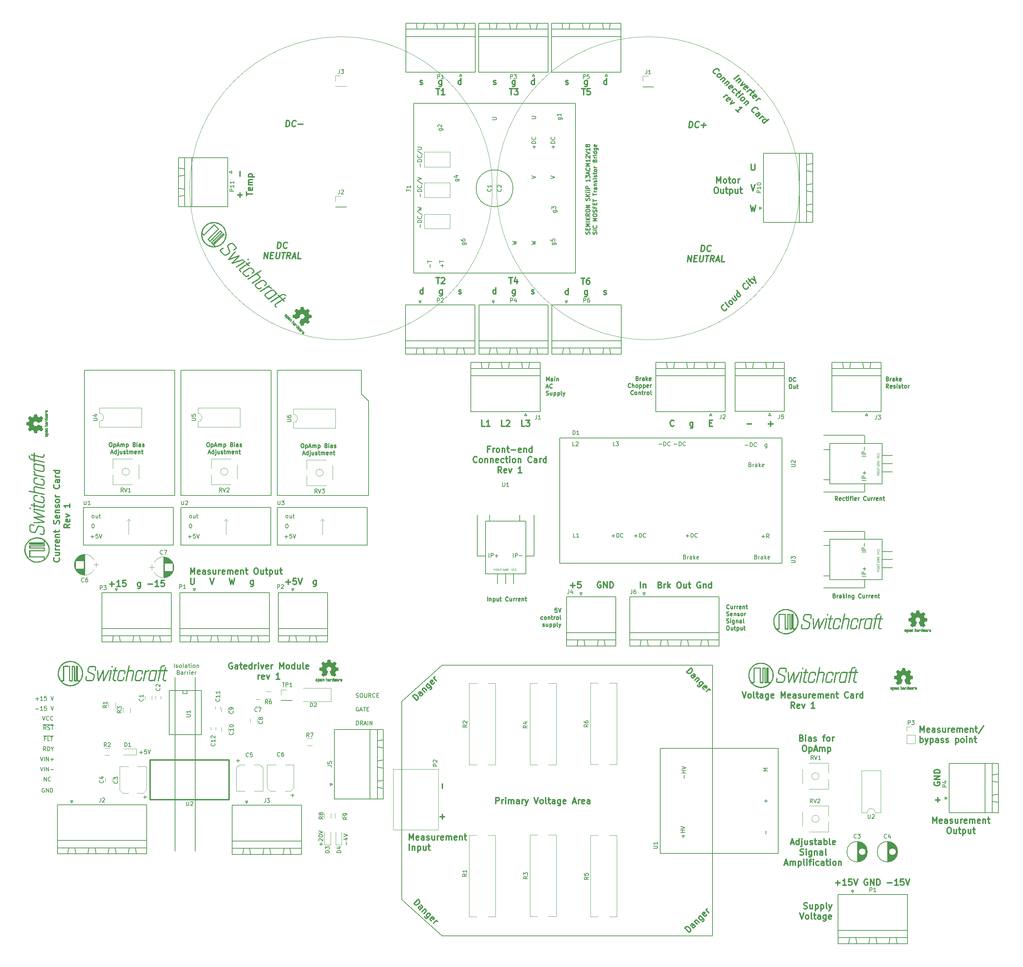
<source format=gto>
G04 #@! TF.FileFunction,Legend,Top*
%FSLAX46Y46*%
G04 Gerber Fmt 4.6, Leading zero omitted, Abs format (unit mm)*
G04 Created by KiCad (PCBNEW 4.0.6) date 2017 August 14, Monday 14:56:33*
%MOMM*%
%LPD*%
G01*
G04 APERTURE LIST*
%ADD10C,0.100000*%
%ADD11C,0.300000*%
%ADD12C,0.250000*%
%ADD13C,0.200000*%
%ADD14C,0.150000*%
%ADD15C,0.120000*%
%ADD16C,0.010000*%
%ADD17C,0.350000*%
%ADD18C,0.125000*%
G04 APERTURE END LIST*
D10*
D11*
X80324001Y-69449143D02*
X81466858Y-69449143D01*
X80895429Y-70020571D02*
X80895429Y-68877714D01*
X82895430Y-68520571D02*
X82181144Y-68520571D01*
X82109715Y-69234857D01*
X82181144Y-69163429D01*
X82324001Y-69092000D01*
X82681144Y-69092000D01*
X82824001Y-69163429D01*
X82895430Y-69234857D01*
X82966858Y-69377714D01*
X82966858Y-69734857D01*
X82895430Y-69877714D01*
X82824001Y-69949143D01*
X82681144Y-70020571D01*
X82324001Y-70020571D01*
X82181144Y-69949143D01*
X82109715Y-69877714D01*
X83395429Y-68520571D02*
X83895429Y-70020571D01*
X84395429Y-68520571D01*
X87824000Y-69020571D02*
X87824000Y-70234857D01*
X87752571Y-70377714D01*
X87681143Y-70449143D01*
X87538286Y-70520571D01*
X87324000Y-70520571D01*
X87181143Y-70449143D01*
X87824000Y-69949143D02*
X87681143Y-70020571D01*
X87395429Y-70020571D01*
X87252571Y-69949143D01*
X87181143Y-69877714D01*
X87109714Y-69734857D01*
X87109714Y-69306286D01*
X87181143Y-69163429D01*
X87252571Y-69092000D01*
X87395429Y-69020571D01*
X87681143Y-69020571D01*
X87824000Y-69092000D01*
D12*
X84320571Y-35153381D02*
X84511048Y-35153381D01*
X84606286Y-35201000D01*
X84701524Y-35296238D01*
X84749143Y-35486714D01*
X84749143Y-35820048D01*
X84701524Y-36010524D01*
X84606286Y-36105762D01*
X84511048Y-36153381D01*
X84320571Y-36153381D01*
X84225333Y-36105762D01*
X84130095Y-36010524D01*
X84082476Y-35820048D01*
X84082476Y-35486714D01*
X84130095Y-35296238D01*
X84225333Y-35201000D01*
X84320571Y-35153381D01*
X85177714Y-35486714D02*
X85177714Y-36486714D01*
X85177714Y-35534333D02*
X85272952Y-35486714D01*
X85463429Y-35486714D01*
X85558667Y-35534333D01*
X85606286Y-35581952D01*
X85653905Y-35677190D01*
X85653905Y-35962905D01*
X85606286Y-36058143D01*
X85558667Y-36105762D01*
X85463429Y-36153381D01*
X85272952Y-36153381D01*
X85177714Y-36105762D01*
X86034857Y-35867667D02*
X86511048Y-35867667D01*
X85939619Y-36153381D02*
X86272952Y-35153381D01*
X86606286Y-36153381D01*
X86939619Y-36153381D02*
X86939619Y-35486714D01*
X86939619Y-35581952D02*
X86987238Y-35534333D01*
X87082476Y-35486714D01*
X87225334Y-35486714D01*
X87320572Y-35534333D01*
X87368191Y-35629571D01*
X87368191Y-36153381D01*
X87368191Y-35629571D02*
X87415810Y-35534333D01*
X87511048Y-35486714D01*
X87653905Y-35486714D01*
X87749143Y-35534333D01*
X87796762Y-35629571D01*
X87796762Y-36153381D01*
X88272952Y-35486714D02*
X88272952Y-36486714D01*
X88272952Y-35534333D02*
X88368190Y-35486714D01*
X88558667Y-35486714D01*
X88653905Y-35534333D01*
X88701524Y-35581952D01*
X88749143Y-35677190D01*
X88749143Y-35962905D01*
X88701524Y-36058143D01*
X88653905Y-36105762D01*
X88558667Y-36153381D01*
X88368190Y-36153381D01*
X88272952Y-36105762D01*
X90272953Y-35629571D02*
X90415810Y-35677190D01*
X90463429Y-35724810D01*
X90511048Y-35820048D01*
X90511048Y-35962905D01*
X90463429Y-36058143D01*
X90415810Y-36105762D01*
X90320572Y-36153381D01*
X89939619Y-36153381D01*
X89939619Y-35153381D01*
X90272953Y-35153381D01*
X90368191Y-35201000D01*
X90415810Y-35248619D01*
X90463429Y-35343857D01*
X90463429Y-35439095D01*
X90415810Y-35534333D01*
X90368191Y-35581952D01*
X90272953Y-35629571D01*
X89939619Y-35629571D01*
X90939619Y-36153381D02*
X90939619Y-35486714D01*
X90939619Y-35153381D02*
X90892000Y-35201000D01*
X90939619Y-35248619D01*
X90987238Y-35201000D01*
X90939619Y-35153381D01*
X90939619Y-35248619D01*
X91844381Y-36153381D02*
X91844381Y-35629571D01*
X91796762Y-35534333D01*
X91701524Y-35486714D01*
X91511047Y-35486714D01*
X91415809Y-35534333D01*
X91844381Y-36105762D02*
X91749143Y-36153381D01*
X91511047Y-36153381D01*
X91415809Y-36105762D01*
X91368190Y-36010524D01*
X91368190Y-35915286D01*
X91415809Y-35820048D01*
X91511047Y-35772429D01*
X91749143Y-35772429D01*
X91844381Y-35724810D01*
X92272952Y-36105762D02*
X92368190Y-36153381D01*
X92558666Y-36153381D01*
X92653905Y-36105762D01*
X92701524Y-36010524D01*
X92701524Y-35962905D01*
X92653905Y-35867667D01*
X92558666Y-35820048D01*
X92415809Y-35820048D01*
X92320571Y-35772429D01*
X92272952Y-35677190D01*
X92272952Y-35629571D01*
X92320571Y-35534333D01*
X92415809Y-35486714D01*
X92558666Y-35486714D01*
X92653905Y-35534333D01*
X84487238Y-37617667D02*
X84963429Y-37617667D01*
X84392000Y-37903381D02*
X84725333Y-36903381D01*
X85058667Y-37903381D01*
X85820572Y-37903381D02*
X85820572Y-36903381D01*
X85820572Y-37855762D02*
X85725334Y-37903381D01*
X85534857Y-37903381D01*
X85439619Y-37855762D01*
X85392000Y-37808143D01*
X85344381Y-37712905D01*
X85344381Y-37427190D01*
X85392000Y-37331952D01*
X85439619Y-37284333D01*
X85534857Y-37236714D01*
X85725334Y-37236714D01*
X85820572Y-37284333D01*
X86296762Y-37236714D02*
X86296762Y-38093857D01*
X86249143Y-38189095D01*
X86153905Y-38236714D01*
X86106286Y-38236714D01*
X86296762Y-36903381D02*
X86249143Y-36951000D01*
X86296762Y-36998619D01*
X86344381Y-36951000D01*
X86296762Y-36903381D01*
X86296762Y-36998619D01*
X87201524Y-37236714D02*
X87201524Y-37903381D01*
X86772952Y-37236714D02*
X86772952Y-37760524D01*
X86820571Y-37855762D01*
X86915809Y-37903381D01*
X87058667Y-37903381D01*
X87153905Y-37855762D01*
X87201524Y-37808143D01*
X87630095Y-37855762D02*
X87725333Y-37903381D01*
X87915809Y-37903381D01*
X88011048Y-37855762D01*
X88058667Y-37760524D01*
X88058667Y-37712905D01*
X88011048Y-37617667D01*
X87915809Y-37570048D01*
X87772952Y-37570048D01*
X87677714Y-37522429D01*
X87630095Y-37427190D01*
X87630095Y-37379571D01*
X87677714Y-37284333D01*
X87772952Y-37236714D01*
X87915809Y-37236714D01*
X88011048Y-37284333D01*
X88344381Y-37236714D02*
X88725333Y-37236714D01*
X88487238Y-36903381D02*
X88487238Y-37760524D01*
X88534857Y-37855762D01*
X88630095Y-37903381D01*
X88725333Y-37903381D01*
X89058667Y-37903381D02*
X89058667Y-37236714D01*
X89058667Y-37331952D02*
X89106286Y-37284333D01*
X89201524Y-37236714D01*
X89344382Y-37236714D01*
X89439620Y-37284333D01*
X89487239Y-37379571D01*
X89487239Y-37903381D01*
X89487239Y-37379571D02*
X89534858Y-37284333D01*
X89630096Y-37236714D01*
X89772953Y-37236714D01*
X89868191Y-37284333D01*
X89915810Y-37379571D01*
X89915810Y-37903381D01*
X90772953Y-37855762D02*
X90677715Y-37903381D01*
X90487238Y-37903381D01*
X90392000Y-37855762D01*
X90344381Y-37760524D01*
X90344381Y-37379571D01*
X90392000Y-37284333D01*
X90487238Y-37236714D01*
X90677715Y-37236714D01*
X90772953Y-37284333D01*
X90820572Y-37379571D01*
X90820572Y-37474810D01*
X90344381Y-37570048D01*
X91249143Y-37236714D02*
X91249143Y-37903381D01*
X91249143Y-37331952D02*
X91296762Y-37284333D01*
X91392000Y-37236714D01*
X91534858Y-37236714D01*
X91630096Y-37284333D01*
X91677715Y-37379571D01*
X91677715Y-37903381D01*
X92011048Y-37236714D02*
X92392000Y-37236714D01*
X92153905Y-36903381D02*
X92153905Y-37760524D01*
X92201524Y-37855762D01*
X92296762Y-37903381D01*
X92392000Y-37903381D01*
X60952571Y-34899381D02*
X61143048Y-34899381D01*
X61238286Y-34947000D01*
X61333524Y-35042238D01*
X61381143Y-35232714D01*
X61381143Y-35566048D01*
X61333524Y-35756524D01*
X61238286Y-35851762D01*
X61143048Y-35899381D01*
X60952571Y-35899381D01*
X60857333Y-35851762D01*
X60762095Y-35756524D01*
X60714476Y-35566048D01*
X60714476Y-35232714D01*
X60762095Y-35042238D01*
X60857333Y-34947000D01*
X60952571Y-34899381D01*
X61809714Y-35232714D02*
X61809714Y-36232714D01*
X61809714Y-35280333D02*
X61904952Y-35232714D01*
X62095429Y-35232714D01*
X62190667Y-35280333D01*
X62238286Y-35327952D01*
X62285905Y-35423190D01*
X62285905Y-35708905D01*
X62238286Y-35804143D01*
X62190667Y-35851762D01*
X62095429Y-35899381D01*
X61904952Y-35899381D01*
X61809714Y-35851762D01*
X62666857Y-35613667D02*
X63143048Y-35613667D01*
X62571619Y-35899381D02*
X62904952Y-34899381D01*
X63238286Y-35899381D01*
X63571619Y-35899381D02*
X63571619Y-35232714D01*
X63571619Y-35327952D02*
X63619238Y-35280333D01*
X63714476Y-35232714D01*
X63857334Y-35232714D01*
X63952572Y-35280333D01*
X64000191Y-35375571D01*
X64000191Y-35899381D01*
X64000191Y-35375571D02*
X64047810Y-35280333D01*
X64143048Y-35232714D01*
X64285905Y-35232714D01*
X64381143Y-35280333D01*
X64428762Y-35375571D01*
X64428762Y-35899381D01*
X64904952Y-35232714D02*
X64904952Y-36232714D01*
X64904952Y-35280333D02*
X65000190Y-35232714D01*
X65190667Y-35232714D01*
X65285905Y-35280333D01*
X65333524Y-35327952D01*
X65381143Y-35423190D01*
X65381143Y-35708905D01*
X65333524Y-35804143D01*
X65285905Y-35851762D01*
X65190667Y-35899381D01*
X65000190Y-35899381D01*
X64904952Y-35851762D01*
X66904953Y-35375571D02*
X67047810Y-35423190D01*
X67095429Y-35470810D01*
X67143048Y-35566048D01*
X67143048Y-35708905D01*
X67095429Y-35804143D01*
X67047810Y-35851762D01*
X66952572Y-35899381D01*
X66571619Y-35899381D01*
X66571619Y-34899381D01*
X66904953Y-34899381D01*
X67000191Y-34947000D01*
X67047810Y-34994619D01*
X67095429Y-35089857D01*
X67095429Y-35185095D01*
X67047810Y-35280333D01*
X67000191Y-35327952D01*
X66904953Y-35375571D01*
X66571619Y-35375571D01*
X67571619Y-35899381D02*
X67571619Y-35232714D01*
X67571619Y-34899381D02*
X67524000Y-34947000D01*
X67571619Y-34994619D01*
X67619238Y-34947000D01*
X67571619Y-34899381D01*
X67571619Y-34994619D01*
X68476381Y-35899381D02*
X68476381Y-35375571D01*
X68428762Y-35280333D01*
X68333524Y-35232714D01*
X68143047Y-35232714D01*
X68047809Y-35280333D01*
X68476381Y-35851762D02*
X68381143Y-35899381D01*
X68143047Y-35899381D01*
X68047809Y-35851762D01*
X68000190Y-35756524D01*
X68000190Y-35661286D01*
X68047809Y-35566048D01*
X68143047Y-35518429D01*
X68381143Y-35518429D01*
X68476381Y-35470810D01*
X68904952Y-35851762D02*
X69000190Y-35899381D01*
X69190666Y-35899381D01*
X69285905Y-35851762D01*
X69333524Y-35756524D01*
X69333524Y-35708905D01*
X69285905Y-35613667D01*
X69190666Y-35566048D01*
X69047809Y-35566048D01*
X68952571Y-35518429D01*
X68904952Y-35423190D01*
X68904952Y-35375571D01*
X68952571Y-35280333D01*
X69047809Y-35232714D01*
X69190666Y-35232714D01*
X69285905Y-35280333D01*
X61119238Y-37363667D02*
X61595429Y-37363667D01*
X61024000Y-37649381D02*
X61357333Y-36649381D01*
X61690667Y-37649381D01*
X62452572Y-37649381D02*
X62452572Y-36649381D01*
X62452572Y-37601762D02*
X62357334Y-37649381D01*
X62166857Y-37649381D01*
X62071619Y-37601762D01*
X62024000Y-37554143D01*
X61976381Y-37458905D01*
X61976381Y-37173190D01*
X62024000Y-37077952D01*
X62071619Y-37030333D01*
X62166857Y-36982714D01*
X62357334Y-36982714D01*
X62452572Y-37030333D01*
X62928762Y-36982714D02*
X62928762Y-37839857D01*
X62881143Y-37935095D01*
X62785905Y-37982714D01*
X62738286Y-37982714D01*
X62928762Y-36649381D02*
X62881143Y-36697000D01*
X62928762Y-36744619D01*
X62976381Y-36697000D01*
X62928762Y-36649381D01*
X62928762Y-36744619D01*
X63833524Y-36982714D02*
X63833524Y-37649381D01*
X63404952Y-36982714D02*
X63404952Y-37506524D01*
X63452571Y-37601762D01*
X63547809Y-37649381D01*
X63690667Y-37649381D01*
X63785905Y-37601762D01*
X63833524Y-37554143D01*
X64262095Y-37601762D02*
X64357333Y-37649381D01*
X64547809Y-37649381D01*
X64643048Y-37601762D01*
X64690667Y-37506524D01*
X64690667Y-37458905D01*
X64643048Y-37363667D01*
X64547809Y-37316048D01*
X64404952Y-37316048D01*
X64309714Y-37268429D01*
X64262095Y-37173190D01*
X64262095Y-37125571D01*
X64309714Y-37030333D01*
X64404952Y-36982714D01*
X64547809Y-36982714D01*
X64643048Y-37030333D01*
X64976381Y-36982714D02*
X65357333Y-36982714D01*
X65119238Y-36649381D02*
X65119238Y-37506524D01*
X65166857Y-37601762D01*
X65262095Y-37649381D01*
X65357333Y-37649381D01*
X65690667Y-37649381D02*
X65690667Y-36982714D01*
X65690667Y-37077952D02*
X65738286Y-37030333D01*
X65833524Y-36982714D01*
X65976382Y-36982714D01*
X66071620Y-37030333D01*
X66119239Y-37125571D01*
X66119239Y-37649381D01*
X66119239Y-37125571D02*
X66166858Y-37030333D01*
X66262096Y-36982714D01*
X66404953Y-36982714D01*
X66500191Y-37030333D01*
X66547810Y-37125571D01*
X66547810Y-37649381D01*
X67404953Y-37601762D02*
X67309715Y-37649381D01*
X67119238Y-37649381D01*
X67024000Y-37601762D01*
X66976381Y-37506524D01*
X66976381Y-37125571D01*
X67024000Y-37030333D01*
X67119238Y-36982714D01*
X67309715Y-36982714D01*
X67404953Y-37030333D01*
X67452572Y-37125571D01*
X67452572Y-37220810D01*
X66976381Y-37316048D01*
X67881143Y-36982714D02*
X67881143Y-37649381D01*
X67881143Y-37077952D02*
X67928762Y-37030333D01*
X68024000Y-36982714D01*
X68166858Y-36982714D01*
X68262096Y-37030333D01*
X68309715Y-37125571D01*
X68309715Y-37649381D01*
X68643048Y-36982714D02*
X69024000Y-36982714D01*
X68785905Y-36649381D02*
X68785905Y-37506524D01*
X68833524Y-37601762D01*
X68928762Y-37649381D01*
X69024000Y-37649381D01*
X36822571Y-34899381D02*
X37013048Y-34899381D01*
X37108286Y-34947000D01*
X37203524Y-35042238D01*
X37251143Y-35232714D01*
X37251143Y-35566048D01*
X37203524Y-35756524D01*
X37108286Y-35851762D01*
X37013048Y-35899381D01*
X36822571Y-35899381D01*
X36727333Y-35851762D01*
X36632095Y-35756524D01*
X36584476Y-35566048D01*
X36584476Y-35232714D01*
X36632095Y-35042238D01*
X36727333Y-34947000D01*
X36822571Y-34899381D01*
X37679714Y-35232714D02*
X37679714Y-36232714D01*
X37679714Y-35280333D02*
X37774952Y-35232714D01*
X37965429Y-35232714D01*
X38060667Y-35280333D01*
X38108286Y-35327952D01*
X38155905Y-35423190D01*
X38155905Y-35708905D01*
X38108286Y-35804143D01*
X38060667Y-35851762D01*
X37965429Y-35899381D01*
X37774952Y-35899381D01*
X37679714Y-35851762D01*
X38536857Y-35613667D02*
X39013048Y-35613667D01*
X38441619Y-35899381D02*
X38774952Y-34899381D01*
X39108286Y-35899381D01*
X39441619Y-35899381D02*
X39441619Y-35232714D01*
X39441619Y-35327952D02*
X39489238Y-35280333D01*
X39584476Y-35232714D01*
X39727334Y-35232714D01*
X39822572Y-35280333D01*
X39870191Y-35375571D01*
X39870191Y-35899381D01*
X39870191Y-35375571D02*
X39917810Y-35280333D01*
X40013048Y-35232714D01*
X40155905Y-35232714D01*
X40251143Y-35280333D01*
X40298762Y-35375571D01*
X40298762Y-35899381D01*
X40774952Y-35232714D02*
X40774952Y-36232714D01*
X40774952Y-35280333D02*
X40870190Y-35232714D01*
X41060667Y-35232714D01*
X41155905Y-35280333D01*
X41203524Y-35327952D01*
X41251143Y-35423190D01*
X41251143Y-35708905D01*
X41203524Y-35804143D01*
X41155905Y-35851762D01*
X41060667Y-35899381D01*
X40870190Y-35899381D01*
X40774952Y-35851762D01*
X42774953Y-35375571D02*
X42917810Y-35423190D01*
X42965429Y-35470810D01*
X43013048Y-35566048D01*
X43013048Y-35708905D01*
X42965429Y-35804143D01*
X42917810Y-35851762D01*
X42822572Y-35899381D01*
X42441619Y-35899381D01*
X42441619Y-34899381D01*
X42774953Y-34899381D01*
X42870191Y-34947000D01*
X42917810Y-34994619D01*
X42965429Y-35089857D01*
X42965429Y-35185095D01*
X42917810Y-35280333D01*
X42870191Y-35327952D01*
X42774953Y-35375571D01*
X42441619Y-35375571D01*
X43441619Y-35899381D02*
X43441619Y-35232714D01*
X43441619Y-34899381D02*
X43394000Y-34947000D01*
X43441619Y-34994619D01*
X43489238Y-34947000D01*
X43441619Y-34899381D01*
X43441619Y-34994619D01*
X44346381Y-35899381D02*
X44346381Y-35375571D01*
X44298762Y-35280333D01*
X44203524Y-35232714D01*
X44013047Y-35232714D01*
X43917809Y-35280333D01*
X44346381Y-35851762D02*
X44251143Y-35899381D01*
X44013047Y-35899381D01*
X43917809Y-35851762D01*
X43870190Y-35756524D01*
X43870190Y-35661286D01*
X43917809Y-35566048D01*
X44013047Y-35518429D01*
X44251143Y-35518429D01*
X44346381Y-35470810D01*
X44774952Y-35851762D02*
X44870190Y-35899381D01*
X45060666Y-35899381D01*
X45155905Y-35851762D01*
X45203524Y-35756524D01*
X45203524Y-35708905D01*
X45155905Y-35613667D01*
X45060666Y-35566048D01*
X44917809Y-35566048D01*
X44822571Y-35518429D01*
X44774952Y-35423190D01*
X44774952Y-35375571D01*
X44822571Y-35280333D01*
X44917809Y-35232714D01*
X45060666Y-35232714D01*
X45155905Y-35280333D01*
X36989238Y-37363667D02*
X37465429Y-37363667D01*
X36894000Y-37649381D02*
X37227333Y-36649381D01*
X37560667Y-37649381D01*
X38322572Y-37649381D02*
X38322572Y-36649381D01*
X38322572Y-37601762D02*
X38227334Y-37649381D01*
X38036857Y-37649381D01*
X37941619Y-37601762D01*
X37894000Y-37554143D01*
X37846381Y-37458905D01*
X37846381Y-37173190D01*
X37894000Y-37077952D01*
X37941619Y-37030333D01*
X38036857Y-36982714D01*
X38227334Y-36982714D01*
X38322572Y-37030333D01*
X38798762Y-36982714D02*
X38798762Y-37839857D01*
X38751143Y-37935095D01*
X38655905Y-37982714D01*
X38608286Y-37982714D01*
X38798762Y-36649381D02*
X38751143Y-36697000D01*
X38798762Y-36744619D01*
X38846381Y-36697000D01*
X38798762Y-36649381D01*
X38798762Y-36744619D01*
X39703524Y-36982714D02*
X39703524Y-37649381D01*
X39274952Y-36982714D02*
X39274952Y-37506524D01*
X39322571Y-37601762D01*
X39417809Y-37649381D01*
X39560667Y-37649381D01*
X39655905Y-37601762D01*
X39703524Y-37554143D01*
X40132095Y-37601762D02*
X40227333Y-37649381D01*
X40417809Y-37649381D01*
X40513048Y-37601762D01*
X40560667Y-37506524D01*
X40560667Y-37458905D01*
X40513048Y-37363667D01*
X40417809Y-37316048D01*
X40274952Y-37316048D01*
X40179714Y-37268429D01*
X40132095Y-37173190D01*
X40132095Y-37125571D01*
X40179714Y-37030333D01*
X40274952Y-36982714D01*
X40417809Y-36982714D01*
X40513048Y-37030333D01*
X40846381Y-36982714D02*
X41227333Y-36982714D01*
X40989238Y-36649381D02*
X40989238Y-37506524D01*
X41036857Y-37601762D01*
X41132095Y-37649381D01*
X41227333Y-37649381D01*
X41560667Y-37649381D02*
X41560667Y-36982714D01*
X41560667Y-37077952D02*
X41608286Y-37030333D01*
X41703524Y-36982714D01*
X41846382Y-36982714D01*
X41941620Y-37030333D01*
X41989239Y-37125571D01*
X41989239Y-37649381D01*
X41989239Y-37125571D02*
X42036858Y-37030333D01*
X42132096Y-36982714D01*
X42274953Y-36982714D01*
X42370191Y-37030333D01*
X42417810Y-37125571D01*
X42417810Y-37649381D01*
X43274953Y-37601762D02*
X43179715Y-37649381D01*
X42989238Y-37649381D01*
X42894000Y-37601762D01*
X42846381Y-37506524D01*
X42846381Y-37125571D01*
X42894000Y-37030333D01*
X42989238Y-36982714D01*
X43179715Y-36982714D01*
X43274953Y-37030333D01*
X43322572Y-37125571D01*
X43322572Y-37220810D01*
X42846381Y-37316048D01*
X43751143Y-36982714D02*
X43751143Y-37649381D01*
X43751143Y-37077952D02*
X43798762Y-37030333D01*
X43894000Y-36982714D01*
X44036858Y-36982714D01*
X44132096Y-37030333D01*
X44179715Y-37125571D01*
X44179715Y-37649381D01*
X44513048Y-36982714D02*
X44894000Y-36982714D01*
X44655905Y-36649381D02*
X44655905Y-37506524D01*
X44703524Y-37601762D01*
X44798762Y-37649381D01*
X44894000Y-37649381D01*
D13*
X78232000Y-48006000D02*
X78486000Y-48006000D01*
X78232000Y-17018000D02*
X78232000Y-48006000D01*
X99060000Y-17018000D02*
X78232000Y-17018000D01*
X99060000Y-22860000D02*
X99060000Y-17018000D01*
X100838000Y-24638000D02*
X99060000Y-22860000D01*
X100838000Y-48006000D02*
X100838000Y-24638000D01*
X78486000Y-48006000D02*
X100838000Y-48006000D01*
X54356000Y-48006000D02*
X54610000Y-48006000D01*
X54356000Y-17018000D02*
X54356000Y-48006000D01*
X76708000Y-17018000D02*
X54356000Y-17018000D01*
X76708000Y-48006000D02*
X76708000Y-17018000D01*
X54356000Y-48006000D02*
X76708000Y-48006000D01*
X30480000Y-17018000D02*
X30480000Y-48006000D01*
X52832000Y-17018000D02*
X30480000Y-17018000D01*
X52832000Y-48006000D02*
X52832000Y-17018000D01*
X30480000Y-48006000D02*
X52832000Y-48006000D01*
D11*
X36684001Y-69957143D02*
X37826858Y-69957143D01*
X37255429Y-70528571D02*
X37255429Y-69385714D01*
X39326858Y-70528571D02*
X38469715Y-70528571D01*
X38898287Y-70528571D02*
X38898287Y-69028571D01*
X38755430Y-69242857D01*
X38612572Y-69385714D01*
X38469715Y-69457143D01*
X40684001Y-69028571D02*
X39969715Y-69028571D01*
X39898286Y-69742857D01*
X39969715Y-69671429D01*
X40112572Y-69600000D01*
X40469715Y-69600000D01*
X40612572Y-69671429D01*
X40684001Y-69742857D01*
X40755429Y-69885714D01*
X40755429Y-70242857D01*
X40684001Y-70385714D01*
X40612572Y-70457143D01*
X40469715Y-70528571D01*
X40112572Y-70528571D01*
X39969715Y-70457143D01*
X39898286Y-70385714D01*
X44326857Y-69528571D02*
X44326857Y-70742857D01*
X44255428Y-70885714D01*
X44184000Y-70957143D01*
X44041143Y-71028571D01*
X43826857Y-71028571D01*
X43684000Y-70957143D01*
X44326857Y-70457143D02*
X44184000Y-70528571D01*
X43898286Y-70528571D01*
X43755428Y-70457143D01*
X43684000Y-70385714D01*
X43612571Y-70242857D01*
X43612571Y-69814286D01*
X43684000Y-69671429D01*
X43755428Y-69600000D01*
X43898286Y-69528571D01*
X44184000Y-69528571D01*
X44326857Y-69600000D01*
X46184000Y-69957143D02*
X47326857Y-69957143D01*
X48826857Y-70528571D02*
X47969714Y-70528571D01*
X48398286Y-70528571D02*
X48398286Y-69028571D01*
X48255429Y-69242857D01*
X48112571Y-69385714D01*
X47969714Y-69457143D01*
X50184000Y-69028571D02*
X49469714Y-69028571D01*
X49398285Y-69742857D01*
X49469714Y-69671429D01*
X49612571Y-69600000D01*
X49969714Y-69600000D01*
X50112571Y-69671429D01*
X50184000Y-69742857D01*
X50255428Y-69885714D01*
X50255428Y-70242857D01*
X50184000Y-70385714D01*
X50112571Y-70457143D01*
X49969714Y-70528571D01*
X49612571Y-70528571D01*
X49469714Y-70457143D01*
X49398285Y-70385714D01*
X56745143Y-67475571D02*
X56745143Y-65975571D01*
X57245143Y-67047000D01*
X57745143Y-65975571D01*
X57745143Y-67475571D01*
X59030857Y-67404143D02*
X58888000Y-67475571D01*
X58602286Y-67475571D01*
X58459429Y-67404143D01*
X58388000Y-67261286D01*
X58388000Y-66689857D01*
X58459429Y-66547000D01*
X58602286Y-66475571D01*
X58888000Y-66475571D01*
X59030857Y-66547000D01*
X59102286Y-66689857D01*
X59102286Y-66832714D01*
X58388000Y-66975571D01*
X60388000Y-67475571D02*
X60388000Y-66689857D01*
X60316571Y-66547000D01*
X60173714Y-66475571D01*
X59888000Y-66475571D01*
X59745143Y-66547000D01*
X60388000Y-67404143D02*
X60245143Y-67475571D01*
X59888000Y-67475571D01*
X59745143Y-67404143D01*
X59673714Y-67261286D01*
X59673714Y-67118429D01*
X59745143Y-66975571D01*
X59888000Y-66904143D01*
X60245143Y-66904143D01*
X60388000Y-66832714D01*
X61030857Y-67404143D02*
X61173714Y-67475571D01*
X61459429Y-67475571D01*
X61602286Y-67404143D01*
X61673714Y-67261286D01*
X61673714Y-67189857D01*
X61602286Y-67047000D01*
X61459429Y-66975571D01*
X61245143Y-66975571D01*
X61102286Y-66904143D01*
X61030857Y-66761286D01*
X61030857Y-66689857D01*
X61102286Y-66547000D01*
X61245143Y-66475571D01*
X61459429Y-66475571D01*
X61602286Y-66547000D01*
X62959429Y-66475571D02*
X62959429Y-67475571D01*
X62316572Y-66475571D02*
X62316572Y-67261286D01*
X62388000Y-67404143D01*
X62530858Y-67475571D01*
X62745143Y-67475571D01*
X62888000Y-67404143D01*
X62959429Y-67332714D01*
X63673715Y-67475571D02*
X63673715Y-66475571D01*
X63673715Y-66761286D02*
X63745143Y-66618429D01*
X63816572Y-66547000D01*
X63959429Y-66475571D01*
X64102286Y-66475571D01*
X65173714Y-67404143D02*
X65030857Y-67475571D01*
X64745143Y-67475571D01*
X64602286Y-67404143D01*
X64530857Y-67261286D01*
X64530857Y-66689857D01*
X64602286Y-66547000D01*
X64745143Y-66475571D01*
X65030857Y-66475571D01*
X65173714Y-66547000D01*
X65245143Y-66689857D01*
X65245143Y-66832714D01*
X64530857Y-66975571D01*
X65888000Y-67475571D02*
X65888000Y-66475571D01*
X65888000Y-66618429D02*
X65959428Y-66547000D01*
X66102286Y-66475571D01*
X66316571Y-66475571D01*
X66459428Y-66547000D01*
X66530857Y-66689857D01*
X66530857Y-67475571D01*
X66530857Y-66689857D02*
X66602286Y-66547000D01*
X66745143Y-66475571D01*
X66959428Y-66475571D01*
X67102286Y-66547000D01*
X67173714Y-66689857D01*
X67173714Y-67475571D01*
X68459428Y-67404143D02*
X68316571Y-67475571D01*
X68030857Y-67475571D01*
X67888000Y-67404143D01*
X67816571Y-67261286D01*
X67816571Y-66689857D01*
X67888000Y-66547000D01*
X68030857Y-66475571D01*
X68316571Y-66475571D01*
X68459428Y-66547000D01*
X68530857Y-66689857D01*
X68530857Y-66832714D01*
X67816571Y-66975571D01*
X69173714Y-66475571D02*
X69173714Y-67475571D01*
X69173714Y-66618429D02*
X69245142Y-66547000D01*
X69388000Y-66475571D01*
X69602285Y-66475571D01*
X69745142Y-66547000D01*
X69816571Y-66689857D01*
X69816571Y-67475571D01*
X70316571Y-66475571D02*
X70888000Y-66475571D01*
X70530857Y-65975571D02*
X70530857Y-67261286D01*
X70602285Y-67404143D01*
X70745143Y-67475571D01*
X70888000Y-67475571D01*
X72816571Y-65975571D02*
X73102285Y-65975571D01*
X73245143Y-66047000D01*
X73388000Y-66189857D01*
X73459428Y-66475571D01*
X73459428Y-66975571D01*
X73388000Y-67261286D01*
X73245143Y-67404143D01*
X73102285Y-67475571D01*
X72816571Y-67475571D01*
X72673714Y-67404143D01*
X72530857Y-67261286D01*
X72459428Y-66975571D01*
X72459428Y-66475571D01*
X72530857Y-66189857D01*
X72673714Y-66047000D01*
X72816571Y-65975571D01*
X74745143Y-66475571D02*
X74745143Y-67475571D01*
X74102286Y-66475571D02*
X74102286Y-67261286D01*
X74173714Y-67404143D01*
X74316572Y-67475571D01*
X74530857Y-67475571D01*
X74673714Y-67404143D01*
X74745143Y-67332714D01*
X75245143Y-66475571D02*
X75816572Y-66475571D01*
X75459429Y-65975571D02*
X75459429Y-67261286D01*
X75530857Y-67404143D01*
X75673715Y-67475571D01*
X75816572Y-67475571D01*
X76316572Y-66475571D02*
X76316572Y-67975571D01*
X76316572Y-66547000D02*
X76459429Y-66475571D01*
X76745143Y-66475571D01*
X76888000Y-66547000D01*
X76959429Y-66618429D01*
X77030858Y-66761286D01*
X77030858Y-67189857D01*
X76959429Y-67332714D01*
X76888000Y-67404143D01*
X76745143Y-67475571D01*
X76459429Y-67475571D01*
X76316572Y-67404143D01*
X78316572Y-66475571D02*
X78316572Y-67475571D01*
X77673715Y-66475571D02*
X77673715Y-67261286D01*
X77745143Y-67404143D01*
X77888001Y-67475571D01*
X78102286Y-67475571D01*
X78245143Y-67404143D01*
X78316572Y-67332714D01*
X78816572Y-66475571D02*
X79388001Y-66475571D01*
X79030858Y-65975571D02*
X79030858Y-67261286D01*
X79102286Y-67404143D01*
X79245144Y-67475571D01*
X79388001Y-67475571D01*
X56745143Y-68525571D02*
X56745143Y-69739857D01*
X56816571Y-69882714D01*
X56888000Y-69954143D01*
X57030857Y-70025571D01*
X57316571Y-70025571D01*
X57459429Y-69954143D01*
X57530857Y-69882714D01*
X57602286Y-69739857D01*
X57602286Y-68525571D01*
X61530857Y-68525571D02*
X62030857Y-70025571D01*
X62530857Y-68525571D01*
X66316571Y-68525571D02*
X66673714Y-70025571D01*
X66959428Y-68954143D01*
X67245142Y-70025571D01*
X67602285Y-68525571D01*
X72245142Y-69025571D02*
X72245142Y-70239857D01*
X72173713Y-70382714D01*
X72102285Y-70454143D01*
X71959428Y-70525571D01*
X71745142Y-70525571D01*
X71602285Y-70454143D01*
X72245142Y-69954143D02*
X72102285Y-70025571D01*
X71816571Y-70025571D01*
X71673713Y-69954143D01*
X71602285Y-69882714D01*
X71530856Y-69739857D01*
X71530856Y-69311286D01*
X71602285Y-69168429D01*
X71673713Y-69097000D01*
X71816571Y-69025571D01*
X72102285Y-69025571D01*
X72245142Y-69097000D01*
X24152714Y-63478856D02*
X24224143Y-63550285D01*
X24295571Y-63764571D01*
X24295571Y-63907428D01*
X24224143Y-64121713D01*
X24081286Y-64264571D01*
X23938429Y-64335999D01*
X23652714Y-64407428D01*
X23438429Y-64407428D01*
X23152714Y-64335999D01*
X23009857Y-64264571D01*
X22867000Y-64121713D01*
X22795571Y-63907428D01*
X22795571Y-63764571D01*
X22867000Y-63550285D01*
X22938429Y-63478856D01*
X23295571Y-62193142D02*
X24295571Y-62193142D01*
X23295571Y-62835999D02*
X24081286Y-62835999D01*
X24224143Y-62764571D01*
X24295571Y-62621713D01*
X24295571Y-62407428D01*
X24224143Y-62264571D01*
X24152714Y-62193142D01*
X24295571Y-61478856D02*
X23295571Y-61478856D01*
X23581286Y-61478856D02*
X23438429Y-61407428D01*
X23367000Y-61335999D01*
X23295571Y-61193142D01*
X23295571Y-61050285D01*
X24295571Y-60550285D02*
X23295571Y-60550285D01*
X23581286Y-60550285D02*
X23438429Y-60478857D01*
X23367000Y-60407428D01*
X23295571Y-60264571D01*
X23295571Y-60121714D01*
X24224143Y-59050286D02*
X24295571Y-59193143D01*
X24295571Y-59478857D01*
X24224143Y-59621714D01*
X24081286Y-59693143D01*
X23509857Y-59693143D01*
X23367000Y-59621714D01*
X23295571Y-59478857D01*
X23295571Y-59193143D01*
X23367000Y-59050286D01*
X23509857Y-58978857D01*
X23652714Y-58978857D01*
X23795571Y-59693143D01*
X23295571Y-58336000D02*
X24295571Y-58336000D01*
X23438429Y-58336000D02*
X23367000Y-58264572D01*
X23295571Y-58121714D01*
X23295571Y-57907429D01*
X23367000Y-57764572D01*
X23509857Y-57693143D01*
X24295571Y-57693143D01*
X23295571Y-57193143D02*
X23295571Y-56621714D01*
X22795571Y-56978857D02*
X24081286Y-56978857D01*
X24224143Y-56907429D01*
X24295571Y-56764571D01*
X24295571Y-56621714D01*
X24224143Y-55050286D02*
X24295571Y-54836000D01*
X24295571Y-54478857D01*
X24224143Y-54336000D01*
X24152714Y-54264571D01*
X24009857Y-54193143D01*
X23867000Y-54193143D01*
X23724143Y-54264571D01*
X23652714Y-54336000D01*
X23581286Y-54478857D01*
X23509857Y-54764571D01*
X23438429Y-54907429D01*
X23367000Y-54978857D01*
X23224143Y-55050286D01*
X23081286Y-55050286D01*
X22938429Y-54978857D01*
X22867000Y-54907429D01*
X22795571Y-54764571D01*
X22795571Y-54407429D01*
X22867000Y-54193143D01*
X24224143Y-52978858D02*
X24295571Y-53121715D01*
X24295571Y-53407429D01*
X24224143Y-53550286D01*
X24081286Y-53621715D01*
X23509857Y-53621715D01*
X23367000Y-53550286D01*
X23295571Y-53407429D01*
X23295571Y-53121715D01*
X23367000Y-52978858D01*
X23509857Y-52907429D01*
X23652714Y-52907429D01*
X23795571Y-53621715D01*
X23295571Y-52264572D02*
X24295571Y-52264572D01*
X23438429Y-52264572D02*
X23367000Y-52193144D01*
X23295571Y-52050286D01*
X23295571Y-51836001D01*
X23367000Y-51693144D01*
X23509857Y-51621715D01*
X24295571Y-51621715D01*
X24224143Y-50978858D02*
X24295571Y-50836001D01*
X24295571Y-50550286D01*
X24224143Y-50407429D01*
X24081286Y-50336001D01*
X24009857Y-50336001D01*
X23867000Y-50407429D01*
X23795571Y-50550286D01*
X23795571Y-50764572D01*
X23724143Y-50907429D01*
X23581286Y-50978858D01*
X23509857Y-50978858D01*
X23367000Y-50907429D01*
X23295571Y-50764572D01*
X23295571Y-50550286D01*
X23367000Y-50407429D01*
X24295571Y-49478857D02*
X24224143Y-49621715D01*
X24152714Y-49693143D01*
X24009857Y-49764572D01*
X23581286Y-49764572D01*
X23438429Y-49693143D01*
X23367000Y-49621715D01*
X23295571Y-49478857D01*
X23295571Y-49264572D01*
X23367000Y-49121715D01*
X23438429Y-49050286D01*
X23581286Y-48978857D01*
X24009857Y-48978857D01*
X24152714Y-49050286D01*
X24224143Y-49121715D01*
X24295571Y-49264572D01*
X24295571Y-49478857D01*
X24295571Y-48336000D02*
X23295571Y-48336000D01*
X23581286Y-48336000D02*
X23438429Y-48264572D01*
X23367000Y-48193143D01*
X23295571Y-48050286D01*
X23295571Y-47907429D01*
X24152714Y-45407429D02*
X24224143Y-45478858D01*
X24295571Y-45693144D01*
X24295571Y-45836001D01*
X24224143Y-46050286D01*
X24081286Y-46193144D01*
X23938429Y-46264572D01*
X23652714Y-46336001D01*
X23438429Y-46336001D01*
X23152714Y-46264572D01*
X23009857Y-46193144D01*
X22867000Y-46050286D01*
X22795571Y-45836001D01*
X22795571Y-45693144D01*
X22867000Y-45478858D01*
X22938429Y-45407429D01*
X24295571Y-44121715D02*
X23509857Y-44121715D01*
X23367000Y-44193144D01*
X23295571Y-44336001D01*
X23295571Y-44621715D01*
X23367000Y-44764572D01*
X24224143Y-44121715D02*
X24295571Y-44264572D01*
X24295571Y-44621715D01*
X24224143Y-44764572D01*
X24081286Y-44836001D01*
X23938429Y-44836001D01*
X23795571Y-44764572D01*
X23724143Y-44621715D01*
X23724143Y-44264572D01*
X23652714Y-44121715D01*
X24295571Y-43407429D02*
X23295571Y-43407429D01*
X23581286Y-43407429D02*
X23438429Y-43336001D01*
X23367000Y-43264572D01*
X23295571Y-43121715D01*
X23295571Y-42978858D01*
X24295571Y-41836001D02*
X22795571Y-41836001D01*
X24224143Y-41836001D02*
X24295571Y-41978858D01*
X24295571Y-42264572D01*
X24224143Y-42407430D01*
X24152714Y-42478858D01*
X24009857Y-42550287D01*
X23581286Y-42550287D01*
X23438429Y-42478858D01*
X23367000Y-42407430D01*
X23295571Y-42264572D01*
X23295571Y-41978858D01*
X23367000Y-41836001D01*
X26845571Y-55121713D02*
X26131286Y-55621713D01*
X26845571Y-55978856D02*
X25345571Y-55978856D01*
X25345571Y-55407428D01*
X25417000Y-55264570D01*
X25488429Y-55193142D01*
X25631286Y-55121713D01*
X25845571Y-55121713D01*
X25988429Y-55193142D01*
X26059857Y-55264570D01*
X26131286Y-55407428D01*
X26131286Y-55978856D01*
X26774143Y-53907428D02*
X26845571Y-54050285D01*
X26845571Y-54335999D01*
X26774143Y-54478856D01*
X26631286Y-54550285D01*
X26059857Y-54550285D01*
X25917000Y-54478856D01*
X25845571Y-54335999D01*
X25845571Y-54050285D01*
X25917000Y-53907428D01*
X26059857Y-53835999D01*
X26202714Y-53835999D01*
X26345571Y-54550285D01*
X25845571Y-53335999D02*
X26845571Y-52978856D01*
X25845571Y-52621714D01*
X26845571Y-50121714D02*
X26845571Y-50978857D01*
X26845571Y-50550285D02*
X25345571Y-50550285D01*
X25559857Y-50693142D01*
X25702714Y-50836000D01*
X25774143Y-50978857D01*
D12*
X130239094Y-74112381D02*
X130239094Y-73112381D01*
X130715284Y-73445714D02*
X130715284Y-74112381D01*
X130715284Y-73540952D02*
X130762903Y-73493333D01*
X130858141Y-73445714D01*
X131000999Y-73445714D01*
X131096237Y-73493333D01*
X131143856Y-73588571D01*
X131143856Y-74112381D01*
X131620046Y-73445714D02*
X131620046Y-74445714D01*
X131620046Y-73493333D02*
X131715284Y-73445714D01*
X131905761Y-73445714D01*
X132000999Y-73493333D01*
X132048618Y-73540952D01*
X132096237Y-73636190D01*
X132096237Y-73921905D01*
X132048618Y-74017143D01*
X132000999Y-74064762D01*
X131905761Y-74112381D01*
X131715284Y-74112381D01*
X131620046Y-74064762D01*
X132953380Y-73445714D02*
X132953380Y-74112381D01*
X132524808Y-73445714D02*
X132524808Y-73969524D01*
X132572427Y-74064762D01*
X132667665Y-74112381D01*
X132810523Y-74112381D01*
X132905761Y-74064762D01*
X132953380Y-74017143D01*
X133286713Y-73445714D02*
X133667665Y-73445714D01*
X133429570Y-73112381D02*
X133429570Y-73969524D01*
X133477189Y-74064762D01*
X133572427Y-74112381D01*
X133667665Y-74112381D01*
X135334333Y-74017143D02*
X135286714Y-74064762D01*
X135143857Y-74112381D01*
X135048619Y-74112381D01*
X134905761Y-74064762D01*
X134810523Y-73969524D01*
X134762904Y-73874286D01*
X134715285Y-73683810D01*
X134715285Y-73540952D01*
X134762904Y-73350476D01*
X134810523Y-73255238D01*
X134905761Y-73160000D01*
X135048619Y-73112381D01*
X135143857Y-73112381D01*
X135286714Y-73160000D01*
X135334333Y-73207619D01*
X136191476Y-73445714D02*
X136191476Y-74112381D01*
X135762904Y-73445714D02*
X135762904Y-73969524D01*
X135810523Y-74064762D01*
X135905761Y-74112381D01*
X136048619Y-74112381D01*
X136143857Y-74064762D01*
X136191476Y-74017143D01*
X136667666Y-74112381D02*
X136667666Y-73445714D01*
X136667666Y-73636190D02*
X136715285Y-73540952D01*
X136762904Y-73493333D01*
X136858142Y-73445714D01*
X136953381Y-73445714D01*
X137286714Y-74112381D02*
X137286714Y-73445714D01*
X137286714Y-73636190D02*
X137334333Y-73540952D01*
X137381952Y-73493333D01*
X137477190Y-73445714D01*
X137572429Y-73445714D01*
X138286715Y-74064762D02*
X138191477Y-74112381D01*
X138001000Y-74112381D01*
X137905762Y-74064762D01*
X137858143Y-73969524D01*
X137858143Y-73588571D01*
X137905762Y-73493333D01*
X138001000Y-73445714D01*
X138191477Y-73445714D01*
X138286715Y-73493333D01*
X138334334Y-73588571D01*
X138334334Y-73683810D01*
X137858143Y-73779048D01*
X138762905Y-73445714D02*
X138762905Y-74112381D01*
X138762905Y-73540952D02*
X138810524Y-73493333D01*
X138905762Y-73445714D01*
X139048620Y-73445714D01*
X139143858Y-73493333D01*
X139191477Y-73588571D01*
X139191477Y-74112381D01*
X139524810Y-73445714D02*
X139905762Y-73445714D01*
X139667667Y-73112381D02*
X139667667Y-73969524D01*
X139715286Y-74064762D01*
X139810524Y-74112381D01*
X139905762Y-74112381D01*
X216924618Y-49220381D02*
X216591284Y-48744190D01*
X216353189Y-49220381D02*
X216353189Y-48220381D01*
X216734142Y-48220381D01*
X216829380Y-48268000D01*
X216876999Y-48315619D01*
X216924618Y-48410857D01*
X216924618Y-48553714D01*
X216876999Y-48648952D01*
X216829380Y-48696571D01*
X216734142Y-48744190D01*
X216353189Y-48744190D01*
X217734142Y-49172762D02*
X217638904Y-49220381D01*
X217448427Y-49220381D01*
X217353189Y-49172762D01*
X217305570Y-49077524D01*
X217305570Y-48696571D01*
X217353189Y-48601333D01*
X217448427Y-48553714D01*
X217638904Y-48553714D01*
X217734142Y-48601333D01*
X217781761Y-48696571D01*
X217781761Y-48791810D01*
X217305570Y-48887048D01*
X218638904Y-49172762D02*
X218543666Y-49220381D01*
X218353189Y-49220381D01*
X218257951Y-49172762D01*
X218210332Y-49125143D01*
X218162713Y-49029905D01*
X218162713Y-48744190D01*
X218210332Y-48648952D01*
X218257951Y-48601333D01*
X218353189Y-48553714D01*
X218543666Y-48553714D01*
X218638904Y-48601333D01*
X218924618Y-48553714D02*
X219305570Y-48553714D01*
X219067475Y-48220381D02*
X219067475Y-49077524D01*
X219115094Y-49172762D01*
X219210332Y-49220381D01*
X219305570Y-49220381D01*
X219638904Y-49220381D02*
X219638904Y-48553714D01*
X219638904Y-48220381D02*
X219591285Y-48268000D01*
X219638904Y-48315619D01*
X219686523Y-48268000D01*
X219638904Y-48220381D01*
X219638904Y-48315619D01*
X219972237Y-48553714D02*
X220353189Y-48553714D01*
X220115094Y-49220381D02*
X220115094Y-48363238D01*
X220162713Y-48268000D01*
X220257951Y-48220381D01*
X220353189Y-48220381D01*
X220686523Y-49220381D02*
X220686523Y-48553714D01*
X220686523Y-48220381D02*
X220638904Y-48268000D01*
X220686523Y-48315619D01*
X220734142Y-48268000D01*
X220686523Y-48220381D01*
X220686523Y-48315619D01*
X221543666Y-49172762D02*
X221448428Y-49220381D01*
X221257951Y-49220381D01*
X221162713Y-49172762D01*
X221115094Y-49077524D01*
X221115094Y-48696571D01*
X221162713Y-48601333D01*
X221257951Y-48553714D01*
X221448428Y-48553714D01*
X221543666Y-48601333D01*
X221591285Y-48696571D01*
X221591285Y-48791810D01*
X221115094Y-48887048D01*
X222019856Y-49220381D02*
X222019856Y-48553714D01*
X222019856Y-48744190D02*
X222067475Y-48648952D01*
X222115094Y-48601333D01*
X222210332Y-48553714D01*
X222305571Y-48553714D01*
X223972238Y-49125143D02*
X223924619Y-49172762D01*
X223781762Y-49220381D01*
X223686524Y-49220381D01*
X223543666Y-49172762D01*
X223448428Y-49077524D01*
X223400809Y-48982286D01*
X223353190Y-48791810D01*
X223353190Y-48648952D01*
X223400809Y-48458476D01*
X223448428Y-48363238D01*
X223543666Y-48268000D01*
X223686524Y-48220381D01*
X223781762Y-48220381D01*
X223924619Y-48268000D01*
X223972238Y-48315619D01*
X224829381Y-48553714D02*
X224829381Y-49220381D01*
X224400809Y-48553714D02*
X224400809Y-49077524D01*
X224448428Y-49172762D01*
X224543666Y-49220381D01*
X224686524Y-49220381D01*
X224781762Y-49172762D01*
X224829381Y-49125143D01*
X225305571Y-49220381D02*
X225305571Y-48553714D01*
X225305571Y-48744190D02*
X225353190Y-48648952D01*
X225400809Y-48601333D01*
X225496047Y-48553714D01*
X225591286Y-48553714D01*
X225924619Y-49220381D02*
X225924619Y-48553714D01*
X225924619Y-48744190D02*
X225972238Y-48648952D01*
X226019857Y-48601333D01*
X226115095Y-48553714D01*
X226210334Y-48553714D01*
X226924620Y-49172762D02*
X226829382Y-49220381D01*
X226638905Y-49220381D01*
X226543667Y-49172762D01*
X226496048Y-49077524D01*
X226496048Y-48696571D01*
X226543667Y-48601333D01*
X226638905Y-48553714D01*
X226829382Y-48553714D01*
X226924620Y-48601333D01*
X226972239Y-48696571D01*
X226972239Y-48791810D01*
X226496048Y-48887048D01*
X227400810Y-48553714D02*
X227400810Y-49220381D01*
X227400810Y-48648952D02*
X227448429Y-48601333D01*
X227543667Y-48553714D01*
X227686525Y-48553714D01*
X227781763Y-48601333D01*
X227829382Y-48696571D01*
X227829382Y-49220381D01*
X228162715Y-48553714D02*
X228543667Y-48553714D01*
X228305572Y-48220381D02*
X228305572Y-49077524D01*
X228353191Y-49172762D01*
X228448429Y-49220381D01*
X228543667Y-49220381D01*
X216130857Y-72826571D02*
X216273714Y-72874190D01*
X216321333Y-72921810D01*
X216368952Y-73017048D01*
X216368952Y-73159905D01*
X216321333Y-73255143D01*
X216273714Y-73302762D01*
X216178476Y-73350381D01*
X215797523Y-73350381D01*
X215797523Y-72350381D01*
X216130857Y-72350381D01*
X216226095Y-72398000D01*
X216273714Y-72445619D01*
X216321333Y-72540857D01*
X216321333Y-72636095D01*
X216273714Y-72731333D01*
X216226095Y-72778952D01*
X216130857Y-72826571D01*
X215797523Y-72826571D01*
X216797523Y-73350381D02*
X216797523Y-72683714D01*
X216797523Y-72874190D02*
X216845142Y-72778952D01*
X216892761Y-72731333D01*
X216987999Y-72683714D01*
X217083238Y-72683714D01*
X217845143Y-73350381D02*
X217845143Y-72826571D01*
X217797524Y-72731333D01*
X217702286Y-72683714D01*
X217511809Y-72683714D01*
X217416571Y-72731333D01*
X217845143Y-73302762D02*
X217749905Y-73350381D01*
X217511809Y-73350381D01*
X217416571Y-73302762D01*
X217368952Y-73207524D01*
X217368952Y-73112286D01*
X217416571Y-73017048D01*
X217511809Y-72969429D01*
X217749905Y-72969429D01*
X217845143Y-72921810D01*
X218321333Y-73350381D02*
X218321333Y-72350381D01*
X218416571Y-72969429D02*
X218702286Y-73350381D01*
X218702286Y-72683714D02*
X218321333Y-73064667D01*
X219130857Y-73350381D02*
X219130857Y-72683714D01*
X219130857Y-72350381D02*
X219083238Y-72398000D01*
X219130857Y-72445619D01*
X219178476Y-72398000D01*
X219130857Y-72350381D01*
X219130857Y-72445619D01*
X219607047Y-72683714D02*
X219607047Y-73350381D01*
X219607047Y-72778952D02*
X219654666Y-72731333D01*
X219749904Y-72683714D01*
X219892762Y-72683714D01*
X219988000Y-72731333D01*
X220035619Y-72826571D01*
X220035619Y-73350381D01*
X220940381Y-72683714D02*
X220940381Y-73493238D01*
X220892762Y-73588476D01*
X220845143Y-73636095D01*
X220749904Y-73683714D01*
X220607047Y-73683714D01*
X220511809Y-73636095D01*
X220940381Y-73302762D02*
X220845143Y-73350381D01*
X220654666Y-73350381D01*
X220559428Y-73302762D01*
X220511809Y-73255143D01*
X220464190Y-73159905D01*
X220464190Y-72874190D01*
X220511809Y-72778952D01*
X220559428Y-72731333D01*
X220654666Y-72683714D01*
X220845143Y-72683714D01*
X220940381Y-72731333D01*
X222749905Y-73255143D02*
X222702286Y-73302762D01*
X222559429Y-73350381D01*
X222464191Y-73350381D01*
X222321333Y-73302762D01*
X222226095Y-73207524D01*
X222178476Y-73112286D01*
X222130857Y-72921810D01*
X222130857Y-72778952D01*
X222178476Y-72588476D01*
X222226095Y-72493238D01*
X222321333Y-72398000D01*
X222464191Y-72350381D01*
X222559429Y-72350381D01*
X222702286Y-72398000D01*
X222749905Y-72445619D01*
X223607048Y-72683714D02*
X223607048Y-73350381D01*
X223178476Y-72683714D02*
X223178476Y-73207524D01*
X223226095Y-73302762D01*
X223321333Y-73350381D01*
X223464191Y-73350381D01*
X223559429Y-73302762D01*
X223607048Y-73255143D01*
X224083238Y-73350381D02*
X224083238Y-72683714D01*
X224083238Y-72874190D02*
X224130857Y-72778952D01*
X224178476Y-72731333D01*
X224273714Y-72683714D01*
X224368953Y-72683714D01*
X224702286Y-73350381D02*
X224702286Y-72683714D01*
X224702286Y-72874190D02*
X224749905Y-72778952D01*
X224797524Y-72731333D01*
X224892762Y-72683714D01*
X224988001Y-72683714D01*
X225702287Y-73302762D02*
X225607049Y-73350381D01*
X225416572Y-73350381D01*
X225321334Y-73302762D01*
X225273715Y-73207524D01*
X225273715Y-72826571D01*
X225321334Y-72731333D01*
X225416572Y-72683714D01*
X225607049Y-72683714D01*
X225702287Y-72731333D01*
X225749906Y-72826571D01*
X225749906Y-72921810D01*
X225273715Y-73017048D01*
X226178477Y-72683714D02*
X226178477Y-73350381D01*
X226178477Y-72778952D02*
X226226096Y-72731333D01*
X226321334Y-72683714D01*
X226464192Y-72683714D01*
X226559430Y-72731333D01*
X226607049Y-72826571D01*
X226607049Y-73350381D01*
X226940382Y-72683714D02*
X227321334Y-72683714D01*
X227083239Y-72350381D02*
X227083239Y-73207524D01*
X227130858Y-73302762D01*
X227226096Y-73350381D01*
X227321334Y-73350381D01*
X144827595Y-19657381D02*
X144827595Y-18657381D01*
X145160929Y-19371667D01*
X145494262Y-18657381D01*
X145494262Y-19657381D01*
X146399024Y-19657381D02*
X146399024Y-19133571D01*
X146351405Y-19038333D01*
X146256167Y-18990714D01*
X146065690Y-18990714D01*
X145970452Y-19038333D01*
X146399024Y-19609762D02*
X146303786Y-19657381D01*
X146065690Y-19657381D01*
X145970452Y-19609762D01*
X145922833Y-19514524D01*
X145922833Y-19419286D01*
X145970452Y-19324048D01*
X146065690Y-19276429D01*
X146303786Y-19276429D01*
X146399024Y-19228810D01*
X146875214Y-19657381D02*
X146875214Y-18990714D01*
X146875214Y-18657381D02*
X146827595Y-18705000D01*
X146875214Y-18752619D01*
X146922833Y-18705000D01*
X146875214Y-18657381D01*
X146875214Y-18752619D01*
X147351404Y-18990714D02*
X147351404Y-19657381D01*
X147351404Y-19085952D02*
X147399023Y-19038333D01*
X147494261Y-18990714D01*
X147637119Y-18990714D01*
X147732357Y-19038333D01*
X147779976Y-19133571D01*
X147779976Y-19657381D01*
X144779976Y-21121667D02*
X145256167Y-21121667D01*
X144684738Y-21407381D02*
X145018071Y-20407381D01*
X145351405Y-21407381D01*
X146256167Y-21312143D02*
X146208548Y-21359762D01*
X146065691Y-21407381D01*
X145970453Y-21407381D01*
X145827595Y-21359762D01*
X145732357Y-21264524D01*
X145684738Y-21169286D01*
X145637119Y-20978810D01*
X145637119Y-20835952D01*
X145684738Y-20645476D01*
X145732357Y-20550238D01*
X145827595Y-20455000D01*
X145970453Y-20407381D01*
X146065691Y-20407381D01*
X146208548Y-20455000D01*
X146256167Y-20502619D01*
X144779976Y-23109762D02*
X144922833Y-23157381D01*
X145160929Y-23157381D01*
X145256167Y-23109762D01*
X145303786Y-23062143D01*
X145351405Y-22966905D01*
X145351405Y-22871667D01*
X145303786Y-22776429D01*
X145256167Y-22728810D01*
X145160929Y-22681190D01*
X144970452Y-22633571D01*
X144875214Y-22585952D01*
X144827595Y-22538333D01*
X144779976Y-22443095D01*
X144779976Y-22347857D01*
X144827595Y-22252619D01*
X144875214Y-22205000D01*
X144970452Y-22157381D01*
X145208548Y-22157381D01*
X145351405Y-22205000D01*
X146208548Y-22490714D02*
X146208548Y-23157381D01*
X145779976Y-22490714D02*
X145779976Y-23014524D01*
X145827595Y-23109762D01*
X145922833Y-23157381D01*
X146065691Y-23157381D01*
X146160929Y-23109762D01*
X146208548Y-23062143D01*
X146684738Y-22490714D02*
X146684738Y-23490714D01*
X146684738Y-22538333D02*
X146779976Y-22490714D01*
X146970453Y-22490714D01*
X147065691Y-22538333D01*
X147113310Y-22585952D01*
X147160929Y-22681190D01*
X147160929Y-22966905D01*
X147113310Y-23062143D01*
X147065691Y-23109762D01*
X146970453Y-23157381D01*
X146779976Y-23157381D01*
X146684738Y-23109762D01*
X147589500Y-22490714D02*
X147589500Y-23490714D01*
X147589500Y-22538333D02*
X147684738Y-22490714D01*
X147875215Y-22490714D01*
X147970453Y-22538333D01*
X148018072Y-22585952D01*
X148065691Y-22681190D01*
X148065691Y-22966905D01*
X148018072Y-23062143D01*
X147970453Y-23109762D01*
X147875215Y-23157381D01*
X147684738Y-23157381D01*
X147589500Y-23109762D01*
X148637119Y-23157381D02*
X148541881Y-23109762D01*
X148494262Y-23014524D01*
X148494262Y-22157381D01*
X148922834Y-22490714D02*
X149160929Y-23157381D01*
X149399025Y-22490714D02*
X149160929Y-23157381D01*
X149065691Y-23395476D01*
X149018072Y-23443095D01*
X148922834Y-23490714D01*
D11*
X130816715Y-36538857D02*
X130316715Y-36538857D01*
X130316715Y-37324571D02*
X130316715Y-35824571D01*
X131031001Y-35824571D01*
X131602429Y-37324571D02*
X131602429Y-36324571D01*
X131602429Y-36610286D02*
X131673857Y-36467429D01*
X131745286Y-36396000D01*
X131888143Y-36324571D01*
X132031000Y-36324571D01*
X132745286Y-37324571D02*
X132602428Y-37253143D01*
X132531000Y-37181714D01*
X132459571Y-37038857D01*
X132459571Y-36610286D01*
X132531000Y-36467429D01*
X132602428Y-36396000D01*
X132745286Y-36324571D01*
X132959571Y-36324571D01*
X133102428Y-36396000D01*
X133173857Y-36467429D01*
X133245286Y-36610286D01*
X133245286Y-37038857D01*
X133173857Y-37181714D01*
X133102428Y-37253143D01*
X132959571Y-37324571D01*
X132745286Y-37324571D01*
X133888143Y-36324571D02*
X133888143Y-37324571D01*
X133888143Y-36467429D02*
X133959571Y-36396000D01*
X134102429Y-36324571D01*
X134316714Y-36324571D01*
X134459571Y-36396000D01*
X134531000Y-36538857D01*
X134531000Y-37324571D01*
X135031000Y-36324571D02*
X135602429Y-36324571D01*
X135245286Y-35824571D02*
X135245286Y-37110286D01*
X135316714Y-37253143D01*
X135459572Y-37324571D01*
X135602429Y-37324571D01*
X136102429Y-36753143D02*
X137245286Y-36753143D01*
X138531000Y-37253143D02*
X138388143Y-37324571D01*
X138102429Y-37324571D01*
X137959572Y-37253143D01*
X137888143Y-37110286D01*
X137888143Y-36538857D01*
X137959572Y-36396000D01*
X138102429Y-36324571D01*
X138388143Y-36324571D01*
X138531000Y-36396000D01*
X138602429Y-36538857D01*
X138602429Y-36681714D01*
X137888143Y-36824571D01*
X139245286Y-36324571D02*
X139245286Y-37324571D01*
X139245286Y-36467429D02*
X139316714Y-36396000D01*
X139459572Y-36324571D01*
X139673857Y-36324571D01*
X139816714Y-36396000D01*
X139888143Y-36538857D01*
X139888143Y-37324571D01*
X141245286Y-37324571D02*
X141245286Y-35824571D01*
X141245286Y-37253143D02*
X141102429Y-37324571D01*
X140816715Y-37324571D01*
X140673857Y-37253143D01*
X140602429Y-37181714D01*
X140531000Y-37038857D01*
X140531000Y-36610286D01*
X140602429Y-36467429D01*
X140673857Y-36396000D01*
X140816715Y-36324571D01*
X141102429Y-36324571D01*
X141245286Y-36396000D01*
X127638143Y-39731714D02*
X127566714Y-39803143D01*
X127352428Y-39874571D01*
X127209571Y-39874571D01*
X126995286Y-39803143D01*
X126852428Y-39660286D01*
X126781000Y-39517429D01*
X126709571Y-39231714D01*
X126709571Y-39017429D01*
X126781000Y-38731714D01*
X126852428Y-38588857D01*
X126995286Y-38446000D01*
X127209571Y-38374571D01*
X127352428Y-38374571D01*
X127566714Y-38446000D01*
X127638143Y-38517429D01*
X128495286Y-39874571D02*
X128352428Y-39803143D01*
X128281000Y-39731714D01*
X128209571Y-39588857D01*
X128209571Y-39160286D01*
X128281000Y-39017429D01*
X128352428Y-38946000D01*
X128495286Y-38874571D01*
X128709571Y-38874571D01*
X128852428Y-38946000D01*
X128923857Y-39017429D01*
X128995286Y-39160286D01*
X128995286Y-39588857D01*
X128923857Y-39731714D01*
X128852428Y-39803143D01*
X128709571Y-39874571D01*
X128495286Y-39874571D01*
X129638143Y-38874571D02*
X129638143Y-39874571D01*
X129638143Y-39017429D02*
X129709571Y-38946000D01*
X129852429Y-38874571D01*
X130066714Y-38874571D01*
X130209571Y-38946000D01*
X130281000Y-39088857D01*
X130281000Y-39874571D01*
X130995286Y-38874571D02*
X130995286Y-39874571D01*
X130995286Y-39017429D02*
X131066714Y-38946000D01*
X131209572Y-38874571D01*
X131423857Y-38874571D01*
X131566714Y-38946000D01*
X131638143Y-39088857D01*
X131638143Y-39874571D01*
X132923857Y-39803143D02*
X132781000Y-39874571D01*
X132495286Y-39874571D01*
X132352429Y-39803143D01*
X132281000Y-39660286D01*
X132281000Y-39088857D01*
X132352429Y-38946000D01*
X132495286Y-38874571D01*
X132781000Y-38874571D01*
X132923857Y-38946000D01*
X132995286Y-39088857D01*
X132995286Y-39231714D01*
X132281000Y-39374571D01*
X134281000Y-39803143D02*
X134138143Y-39874571D01*
X133852429Y-39874571D01*
X133709571Y-39803143D01*
X133638143Y-39731714D01*
X133566714Y-39588857D01*
X133566714Y-39160286D01*
X133638143Y-39017429D01*
X133709571Y-38946000D01*
X133852429Y-38874571D01*
X134138143Y-38874571D01*
X134281000Y-38946000D01*
X134709571Y-38874571D02*
X135281000Y-38874571D01*
X134923857Y-38374571D02*
X134923857Y-39660286D01*
X134995285Y-39803143D01*
X135138143Y-39874571D01*
X135281000Y-39874571D01*
X135781000Y-39874571D02*
X135781000Y-38874571D01*
X135781000Y-38374571D02*
X135709571Y-38446000D01*
X135781000Y-38517429D01*
X135852428Y-38446000D01*
X135781000Y-38374571D01*
X135781000Y-38517429D01*
X136709572Y-39874571D02*
X136566714Y-39803143D01*
X136495286Y-39731714D01*
X136423857Y-39588857D01*
X136423857Y-39160286D01*
X136495286Y-39017429D01*
X136566714Y-38946000D01*
X136709572Y-38874571D01*
X136923857Y-38874571D01*
X137066714Y-38946000D01*
X137138143Y-39017429D01*
X137209572Y-39160286D01*
X137209572Y-39588857D01*
X137138143Y-39731714D01*
X137066714Y-39803143D01*
X136923857Y-39874571D01*
X136709572Y-39874571D01*
X137852429Y-38874571D02*
X137852429Y-39874571D01*
X137852429Y-39017429D02*
X137923857Y-38946000D01*
X138066715Y-38874571D01*
X138281000Y-38874571D01*
X138423857Y-38946000D01*
X138495286Y-39088857D01*
X138495286Y-39874571D01*
X141209572Y-39731714D02*
X141138143Y-39803143D01*
X140923857Y-39874571D01*
X140781000Y-39874571D01*
X140566715Y-39803143D01*
X140423857Y-39660286D01*
X140352429Y-39517429D01*
X140281000Y-39231714D01*
X140281000Y-39017429D01*
X140352429Y-38731714D01*
X140423857Y-38588857D01*
X140566715Y-38446000D01*
X140781000Y-38374571D01*
X140923857Y-38374571D01*
X141138143Y-38446000D01*
X141209572Y-38517429D01*
X142495286Y-39874571D02*
X142495286Y-39088857D01*
X142423857Y-38946000D01*
X142281000Y-38874571D01*
X141995286Y-38874571D01*
X141852429Y-38946000D01*
X142495286Y-39803143D02*
X142352429Y-39874571D01*
X141995286Y-39874571D01*
X141852429Y-39803143D01*
X141781000Y-39660286D01*
X141781000Y-39517429D01*
X141852429Y-39374571D01*
X141995286Y-39303143D01*
X142352429Y-39303143D01*
X142495286Y-39231714D01*
X143209572Y-39874571D02*
X143209572Y-38874571D01*
X143209572Y-39160286D02*
X143281000Y-39017429D01*
X143352429Y-38946000D01*
X143495286Y-38874571D01*
X143638143Y-38874571D01*
X144781000Y-39874571D02*
X144781000Y-38374571D01*
X144781000Y-39803143D02*
X144638143Y-39874571D01*
X144352429Y-39874571D01*
X144209571Y-39803143D01*
X144138143Y-39731714D01*
X144066714Y-39588857D01*
X144066714Y-39160286D01*
X144138143Y-39017429D01*
X144209571Y-38946000D01*
X144352429Y-38874571D01*
X144638143Y-38874571D01*
X144781000Y-38946000D01*
X133745287Y-42424571D02*
X133245287Y-41710286D01*
X132888144Y-42424571D02*
X132888144Y-40924571D01*
X133459572Y-40924571D01*
X133602430Y-40996000D01*
X133673858Y-41067429D01*
X133745287Y-41210286D01*
X133745287Y-41424571D01*
X133673858Y-41567429D01*
X133602430Y-41638857D01*
X133459572Y-41710286D01*
X132888144Y-41710286D01*
X134959572Y-42353143D02*
X134816715Y-42424571D01*
X134531001Y-42424571D01*
X134388144Y-42353143D01*
X134316715Y-42210286D01*
X134316715Y-41638857D01*
X134388144Y-41496000D01*
X134531001Y-41424571D01*
X134816715Y-41424571D01*
X134959572Y-41496000D01*
X135031001Y-41638857D01*
X135031001Y-41781714D01*
X134316715Y-41924571D01*
X135531001Y-41424571D02*
X135888144Y-42424571D01*
X136245286Y-41424571D01*
X138745286Y-42424571D02*
X137888143Y-42424571D01*
X138316715Y-42424571D02*
X138316715Y-40924571D01*
X138173858Y-41138857D01*
X138031000Y-41281714D01*
X137888143Y-41353143D01*
D12*
X147431262Y-75898381D02*
X146955071Y-75898381D01*
X146907452Y-76374571D01*
X146955071Y-76326952D01*
X147050309Y-76279333D01*
X147288405Y-76279333D01*
X147383643Y-76326952D01*
X147431262Y-76374571D01*
X147478881Y-76469810D01*
X147478881Y-76707905D01*
X147431262Y-76803143D01*
X147383643Y-76850762D01*
X147288405Y-76898381D01*
X147050309Y-76898381D01*
X146955071Y-76850762D01*
X146907452Y-76803143D01*
X147764595Y-75898381D02*
X148097928Y-76898381D01*
X148431262Y-75898381D01*
X143907451Y-78600762D02*
X143812213Y-78648381D01*
X143621736Y-78648381D01*
X143526498Y-78600762D01*
X143478879Y-78553143D01*
X143431260Y-78457905D01*
X143431260Y-78172190D01*
X143478879Y-78076952D01*
X143526498Y-78029333D01*
X143621736Y-77981714D01*
X143812213Y-77981714D01*
X143907451Y-78029333D01*
X144478879Y-78648381D02*
X144383641Y-78600762D01*
X144336022Y-78553143D01*
X144288403Y-78457905D01*
X144288403Y-78172190D01*
X144336022Y-78076952D01*
X144383641Y-78029333D01*
X144478879Y-77981714D01*
X144621737Y-77981714D01*
X144716975Y-78029333D01*
X144764594Y-78076952D01*
X144812213Y-78172190D01*
X144812213Y-78457905D01*
X144764594Y-78553143D01*
X144716975Y-78600762D01*
X144621737Y-78648381D01*
X144478879Y-78648381D01*
X145240784Y-77981714D02*
X145240784Y-78648381D01*
X145240784Y-78076952D02*
X145288403Y-78029333D01*
X145383641Y-77981714D01*
X145526499Y-77981714D01*
X145621737Y-78029333D01*
X145669356Y-78124571D01*
X145669356Y-78648381D01*
X146002689Y-77981714D02*
X146383641Y-77981714D01*
X146145546Y-77648381D02*
X146145546Y-78505524D01*
X146193165Y-78600762D01*
X146288403Y-78648381D01*
X146383641Y-78648381D01*
X146716975Y-78648381D02*
X146716975Y-77981714D01*
X146716975Y-78172190D02*
X146764594Y-78076952D01*
X146812213Y-78029333D01*
X146907451Y-77981714D01*
X147002690Y-77981714D01*
X147478880Y-78648381D02*
X147383642Y-78600762D01*
X147336023Y-78553143D01*
X147288404Y-78457905D01*
X147288404Y-78172190D01*
X147336023Y-78076952D01*
X147383642Y-78029333D01*
X147478880Y-77981714D01*
X147621738Y-77981714D01*
X147716976Y-78029333D01*
X147764595Y-78076952D01*
X147812214Y-78172190D01*
X147812214Y-78457905D01*
X147764595Y-78553143D01*
X147716976Y-78600762D01*
X147621738Y-78648381D01*
X147478880Y-78648381D01*
X148383642Y-78648381D02*
X148288404Y-78600762D01*
X148240785Y-78505524D01*
X148240785Y-77648381D01*
X143907451Y-80350762D02*
X144002689Y-80398381D01*
X144193165Y-80398381D01*
X144288404Y-80350762D01*
X144336023Y-80255524D01*
X144336023Y-80207905D01*
X144288404Y-80112667D01*
X144193165Y-80065048D01*
X144050308Y-80065048D01*
X143955070Y-80017429D01*
X143907451Y-79922190D01*
X143907451Y-79874571D01*
X143955070Y-79779333D01*
X144050308Y-79731714D01*
X144193165Y-79731714D01*
X144288404Y-79779333D01*
X145193166Y-79731714D02*
X145193166Y-80398381D01*
X144764594Y-79731714D02*
X144764594Y-80255524D01*
X144812213Y-80350762D01*
X144907451Y-80398381D01*
X145050309Y-80398381D01*
X145145547Y-80350762D01*
X145193166Y-80303143D01*
X145669356Y-79731714D02*
X145669356Y-80731714D01*
X145669356Y-79779333D02*
X145764594Y-79731714D01*
X145955071Y-79731714D01*
X146050309Y-79779333D01*
X146097928Y-79826952D01*
X146145547Y-79922190D01*
X146145547Y-80207905D01*
X146097928Y-80303143D01*
X146050309Y-80350762D01*
X145955071Y-80398381D01*
X145764594Y-80398381D01*
X145669356Y-80350762D01*
X146574118Y-79731714D02*
X146574118Y-80731714D01*
X146574118Y-79779333D02*
X146669356Y-79731714D01*
X146859833Y-79731714D01*
X146955071Y-79779333D01*
X147002690Y-79826952D01*
X147050309Y-79922190D01*
X147050309Y-80207905D01*
X147002690Y-80303143D01*
X146955071Y-80350762D01*
X146859833Y-80398381D01*
X146669356Y-80398381D01*
X146574118Y-80350762D01*
X147621737Y-80398381D02*
X147526499Y-80350762D01*
X147478880Y-80255524D01*
X147478880Y-79398381D01*
X147907452Y-79731714D02*
X148145547Y-80398381D01*
X148383643Y-79731714D02*
X148145547Y-80398381D01*
X148050309Y-80636476D01*
X148002690Y-80684095D01*
X147907452Y-80731714D01*
X190039524Y-75928143D02*
X189991905Y-75975762D01*
X189849048Y-76023381D01*
X189753810Y-76023381D01*
X189610952Y-75975762D01*
X189515714Y-75880524D01*
X189468095Y-75785286D01*
X189420476Y-75594810D01*
X189420476Y-75451952D01*
X189468095Y-75261476D01*
X189515714Y-75166238D01*
X189610952Y-75071000D01*
X189753810Y-75023381D01*
X189849048Y-75023381D01*
X189991905Y-75071000D01*
X190039524Y-75118619D01*
X190896667Y-75356714D02*
X190896667Y-76023381D01*
X190468095Y-75356714D02*
X190468095Y-75880524D01*
X190515714Y-75975762D01*
X190610952Y-76023381D01*
X190753810Y-76023381D01*
X190849048Y-75975762D01*
X190896667Y-75928143D01*
X191372857Y-76023381D02*
X191372857Y-75356714D01*
X191372857Y-75547190D02*
X191420476Y-75451952D01*
X191468095Y-75404333D01*
X191563333Y-75356714D01*
X191658572Y-75356714D01*
X191991905Y-76023381D02*
X191991905Y-75356714D01*
X191991905Y-75547190D02*
X192039524Y-75451952D01*
X192087143Y-75404333D01*
X192182381Y-75356714D01*
X192277620Y-75356714D01*
X192991906Y-75975762D02*
X192896668Y-76023381D01*
X192706191Y-76023381D01*
X192610953Y-75975762D01*
X192563334Y-75880524D01*
X192563334Y-75499571D01*
X192610953Y-75404333D01*
X192706191Y-75356714D01*
X192896668Y-75356714D01*
X192991906Y-75404333D01*
X193039525Y-75499571D01*
X193039525Y-75594810D01*
X192563334Y-75690048D01*
X193468096Y-75356714D02*
X193468096Y-76023381D01*
X193468096Y-75451952D02*
X193515715Y-75404333D01*
X193610953Y-75356714D01*
X193753811Y-75356714D01*
X193849049Y-75404333D01*
X193896668Y-75499571D01*
X193896668Y-76023381D01*
X194230001Y-75356714D02*
X194610953Y-75356714D01*
X194372858Y-75023381D02*
X194372858Y-75880524D01*
X194420477Y-75975762D01*
X194515715Y-76023381D01*
X194610953Y-76023381D01*
X189420476Y-77725762D02*
X189563333Y-77773381D01*
X189801429Y-77773381D01*
X189896667Y-77725762D01*
X189944286Y-77678143D01*
X189991905Y-77582905D01*
X189991905Y-77487667D01*
X189944286Y-77392429D01*
X189896667Y-77344810D01*
X189801429Y-77297190D01*
X189610952Y-77249571D01*
X189515714Y-77201952D01*
X189468095Y-77154333D01*
X189420476Y-77059095D01*
X189420476Y-76963857D01*
X189468095Y-76868619D01*
X189515714Y-76821000D01*
X189610952Y-76773381D01*
X189849048Y-76773381D01*
X189991905Y-76821000D01*
X190801429Y-77725762D02*
X190706191Y-77773381D01*
X190515714Y-77773381D01*
X190420476Y-77725762D01*
X190372857Y-77630524D01*
X190372857Y-77249571D01*
X190420476Y-77154333D01*
X190515714Y-77106714D01*
X190706191Y-77106714D01*
X190801429Y-77154333D01*
X190849048Y-77249571D01*
X190849048Y-77344810D01*
X190372857Y-77440048D01*
X191277619Y-77106714D02*
X191277619Y-77773381D01*
X191277619Y-77201952D02*
X191325238Y-77154333D01*
X191420476Y-77106714D01*
X191563334Y-77106714D01*
X191658572Y-77154333D01*
X191706191Y-77249571D01*
X191706191Y-77773381D01*
X192134762Y-77725762D02*
X192230000Y-77773381D01*
X192420476Y-77773381D01*
X192515715Y-77725762D01*
X192563334Y-77630524D01*
X192563334Y-77582905D01*
X192515715Y-77487667D01*
X192420476Y-77440048D01*
X192277619Y-77440048D01*
X192182381Y-77392429D01*
X192134762Y-77297190D01*
X192134762Y-77249571D01*
X192182381Y-77154333D01*
X192277619Y-77106714D01*
X192420476Y-77106714D01*
X192515715Y-77154333D01*
X193134762Y-77773381D02*
X193039524Y-77725762D01*
X192991905Y-77678143D01*
X192944286Y-77582905D01*
X192944286Y-77297190D01*
X192991905Y-77201952D01*
X193039524Y-77154333D01*
X193134762Y-77106714D01*
X193277620Y-77106714D01*
X193372858Y-77154333D01*
X193420477Y-77201952D01*
X193468096Y-77297190D01*
X193468096Y-77582905D01*
X193420477Y-77678143D01*
X193372858Y-77725762D01*
X193277620Y-77773381D01*
X193134762Y-77773381D01*
X193896667Y-77773381D02*
X193896667Y-77106714D01*
X193896667Y-77297190D02*
X193944286Y-77201952D01*
X193991905Y-77154333D01*
X194087143Y-77106714D01*
X194182382Y-77106714D01*
X189420476Y-79475762D02*
X189563333Y-79523381D01*
X189801429Y-79523381D01*
X189896667Y-79475762D01*
X189944286Y-79428143D01*
X189991905Y-79332905D01*
X189991905Y-79237667D01*
X189944286Y-79142429D01*
X189896667Y-79094810D01*
X189801429Y-79047190D01*
X189610952Y-78999571D01*
X189515714Y-78951952D01*
X189468095Y-78904333D01*
X189420476Y-78809095D01*
X189420476Y-78713857D01*
X189468095Y-78618619D01*
X189515714Y-78571000D01*
X189610952Y-78523381D01*
X189849048Y-78523381D01*
X189991905Y-78571000D01*
X190420476Y-79523381D02*
X190420476Y-78856714D01*
X190420476Y-78523381D02*
X190372857Y-78571000D01*
X190420476Y-78618619D01*
X190468095Y-78571000D01*
X190420476Y-78523381D01*
X190420476Y-78618619D01*
X191325238Y-78856714D02*
X191325238Y-79666238D01*
X191277619Y-79761476D01*
X191230000Y-79809095D01*
X191134761Y-79856714D01*
X190991904Y-79856714D01*
X190896666Y-79809095D01*
X191325238Y-79475762D02*
X191230000Y-79523381D01*
X191039523Y-79523381D01*
X190944285Y-79475762D01*
X190896666Y-79428143D01*
X190849047Y-79332905D01*
X190849047Y-79047190D01*
X190896666Y-78951952D01*
X190944285Y-78904333D01*
X191039523Y-78856714D01*
X191230000Y-78856714D01*
X191325238Y-78904333D01*
X191801428Y-78856714D02*
X191801428Y-79523381D01*
X191801428Y-78951952D02*
X191849047Y-78904333D01*
X191944285Y-78856714D01*
X192087143Y-78856714D01*
X192182381Y-78904333D01*
X192230000Y-78999571D01*
X192230000Y-79523381D01*
X193134762Y-79523381D02*
X193134762Y-78999571D01*
X193087143Y-78904333D01*
X192991905Y-78856714D01*
X192801428Y-78856714D01*
X192706190Y-78904333D01*
X193134762Y-79475762D02*
X193039524Y-79523381D01*
X192801428Y-79523381D01*
X192706190Y-79475762D01*
X192658571Y-79380524D01*
X192658571Y-79285286D01*
X192706190Y-79190048D01*
X192801428Y-79142429D01*
X193039524Y-79142429D01*
X193134762Y-79094810D01*
X193753809Y-79523381D02*
X193658571Y-79475762D01*
X193610952Y-79380524D01*
X193610952Y-78523381D01*
X189658571Y-80273381D02*
X189849048Y-80273381D01*
X189944286Y-80321000D01*
X190039524Y-80416238D01*
X190087143Y-80606714D01*
X190087143Y-80940048D01*
X190039524Y-81130524D01*
X189944286Y-81225762D01*
X189849048Y-81273381D01*
X189658571Y-81273381D01*
X189563333Y-81225762D01*
X189468095Y-81130524D01*
X189420476Y-80940048D01*
X189420476Y-80606714D01*
X189468095Y-80416238D01*
X189563333Y-80321000D01*
X189658571Y-80273381D01*
X190944286Y-80606714D02*
X190944286Y-81273381D01*
X190515714Y-80606714D02*
X190515714Y-81130524D01*
X190563333Y-81225762D01*
X190658571Y-81273381D01*
X190801429Y-81273381D01*
X190896667Y-81225762D01*
X190944286Y-81178143D01*
X191277619Y-80606714D02*
X191658571Y-80606714D01*
X191420476Y-80273381D02*
X191420476Y-81130524D01*
X191468095Y-81225762D01*
X191563333Y-81273381D01*
X191658571Y-81273381D01*
X191991905Y-80606714D02*
X191991905Y-81606714D01*
X191991905Y-80654333D02*
X192087143Y-80606714D01*
X192277620Y-80606714D01*
X192372858Y-80654333D01*
X192420477Y-80701952D01*
X192468096Y-80797190D01*
X192468096Y-81082905D01*
X192420477Y-81178143D01*
X192372858Y-81225762D01*
X192277620Y-81273381D01*
X192087143Y-81273381D01*
X191991905Y-81225762D01*
X193325239Y-80606714D02*
X193325239Y-81273381D01*
X192896667Y-80606714D02*
X192896667Y-81130524D01*
X192944286Y-81225762D01*
X193039524Y-81273381D01*
X193182382Y-81273381D01*
X193277620Y-81225762D01*
X193325239Y-81178143D01*
X193658572Y-80606714D02*
X194039524Y-80606714D01*
X193801429Y-80273381D02*
X193801429Y-81130524D01*
X193849048Y-81225762D01*
X193944286Y-81273381D01*
X194039524Y-81273381D01*
D11*
X168125286Y-70909571D02*
X168125286Y-69409571D01*
X168839572Y-69909571D02*
X168839572Y-70909571D01*
X168839572Y-70052429D02*
X168911000Y-69981000D01*
X169053858Y-69909571D01*
X169268143Y-69909571D01*
X169411000Y-69981000D01*
X169482429Y-70123857D01*
X169482429Y-70909571D01*
X172982429Y-70123857D02*
X173196715Y-70195286D01*
X173268143Y-70266714D01*
X173339572Y-70409571D01*
X173339572Y-70623857D01*
X173268143Y-70766714D01*
X173196715Y-70838143D01*
X173053857Y-70909571D01*
X172482429Y-70909571D01*
X172482429Y-69409571D01*
X172982429Y-69409571D01*
X173125286Y-69481000D01*
X173196715Y-69552429D01*
X173268143Y-69695286D01*
X173268143Y-69838143D01*
X173196715Y-69981000D01*
X173125286Y-70052429D01*
X172982429Y-70123857D01*
X172482429Y-70123857D01*
X173982429Y-70909571D02*
X173982429Y-69909571D01*
X173982429Y-70195286D02*
X174053857Y-70052429D01*
X174125286Y-69981000D01*
X174268143Y-69909571D01*
X174411000Y-69909571D01*
X174911000Y-70909571D02*
X174911000Y-69409571D01*
X175053857Y-70338143D02*
X175482428Y-70909571D01*
X175482428Y-69909571D02*
X174911000Y-70481000D01*
X177553857Y-69409571D02*
X177839571Y-69409571D01*
X177982429Y-69481000D01*
X178125286Y-69623857D01*
X178196714Y-69909571D01*
X178196714Y-70409571D01*
X178125286Y-70695286D01*
X177982429Y-70838143D01*
X177839571Y-70909571D01*
X177553857Y-70909571D01*
X177411000Y-70838143D01*
X177268143Y-70695286D01*
X177196714Y-70409571D01*
X177196714Y-69909571D01*
X177268143Y-69623857D01*
X177411000Y-69481000D01*
X177553857Y-69409571D01*
X179482429Y-69909571D02*
X179482429Y-70909571D01*
X178839572Y-69909571D02*
X178839572Y-70695286D01*
X178911000Y-70838143D01*
X179053858Y-70909571D01*
X179268143Y-70909571D01*
X179411000Y-70838143D01*
X179482429Y-70766714D01*
X179982429Y-69909571D02*
X180553858Y-69909571D01*
X180196715Y-69409571D02*
X180196715Y-70695286D01*
X180268143Y-70838143D01*
X180411001Y-70909571D01*
X180553858Y-70909571D01*
X182982429Y-69481000D02*
X182839572Y-69409571D01*
X182625286Y-69409571D01*
X182411001Y-69481000D01*
X182268143Y-69623857D01*
X182196715Y-69766714D01*
X182125286Y-70052429D01*
X182125286Y-70266714D01*
X182196715Y-70552429D01*
X182268143Y-70695286D01*
X182411001Y-70838143D01*
X182625286Y-70909571D01*
X182768143Y-70909571D01*
X182982429Y-70838143D01*
X183053858Y-70766714D01*
X183053858Y-70266714D01*
X182768143Y-70266714D01*
X183696715Y-69909571D02*
X183696715Y-70909571D01*
X183696715Y-70052429D02*
X183768143Y-69981000D01*
X183911001Y-69909571D01*
X184125286Y-69909571D01*
X184268143Y-69981000D01*
X184339572Y-70123857D01*
X184339572Y-70909571D01*
X185696715Y-70909571D02*
X185696715Y-69409571D01*
X185696715Y-70838143D02*
X185553858Y-70909571D01*
X185268144Y-70909571D01*
X185125286Y-70838143D01*
X185053858Y-70766714D01*
X184982429Y-70623857D01*
X184982429Y-70195286D01*
X185053858Y-70052429D01*
X185125286Y-69981000D01*
X185268144Y-69909571D01*
X185553858Y-69909571D01*
X185696715Y-69981000D01*
X150797286Y-70303143D02*
X151940143Y-70303143D01*
X151368714Y-70874571D02*
X151368714Y-69731714D01*
X153368715Y-69374571D02*
X152654429Y-69374571D01*
X152583000Y-70088857D01*
X152654429Y-70017429D01*
X152797286Y-69946000D01*
X153154429Y-69946000D01*
X153297286Y-70017429D01*
X153368715Y-70088857D01*
X153440143Y-70231714D01*
X153440143Y-70588857D01*
X153368715Y-70731714D01*
X153297286Y-70803143D01*
X153154429Y-70874571D01*
X152797286Y-70874571D01*
X152654429Y-70803143D01*
X152583000Y-70731714D01*
X158297285Y-69446000D02*
X158154428Y-69374571D01*
X157940142Y-69374571D01*
X157725857Y-69446000D01*
X157582999Y-69588857D01*
X157511571Y-69731714D01*
X157440142Y-70017429D01*
X157440142Y-70231714D01*
X157511571Y-70517429D01*
X157582999Y-70660286D01*
X157725857Y-70803143D01*
X157940142Y-70874571D01*
X158082999Y-70874571D01*
X158297285Y-70803143D01*
X158368714Y-70731714D01*
X158368714Y-70231714D01*
X158082999Y-70231714D01*
X159011571Y-70874571D02*
X159011571Y-69374571D01*
X159868714Y-70874571D01*
X159868714Y-69374571D01*
X160583000Y-70874571D02*
X160583000Y-69374571D01*
X160940143Y-69374571D01*
X161154428Y-69446000D01*
X161297286Y-69588857D01*
X161368714Y-69731714D01*
X161440143Y-70017429D01*
X161440143Y-70231714D01*
X161368714Y-70517429D01*
X161297286Y-70660286D01*
X161154428Y-70803143D01*
X160940143Y-70874571D01*
X160583000Y-70874571D01*
X129568430Y-30904571D02*
X128854144Y-30904571D01*
X128854144Y-29404571D01*
X130854144Y-30904571D02*
X129997001Y-30904571D01*
X130425573Y-30904571D02*
X130425573Y-29404571D01*
X130282716Y-29618857D01*
X130139858Y-29761714D01*
X129997001Y-29833143D01*
X134497001Y-30904571D02*
X133782715Y-30904571D01*
X133782715Y-29404571D01*
X134925572Y-29547429D02*
X134997001Y-29476000D01*
X135139858Y-29404571D01*
X135497001Y-29404571D01*
X135639858Y-29476000D01*
X135711287Y-29547429D01*
X135782715Y-29690286D01*
X135782715Y-29833143D01*
X135711287Y-30047429D01*
X134854144Y-30904571D01*
X135782715Y-30904571D01*
X139425572Y-30904571D02*
X138711286Y-30904571D01*
X138711286Y-29404571D01*
X139782715Y-29404571D02*
X140711286Y-29404571D01*
X140211286Y-29976000D01*
X140425572Y-29976000D01*
X140568429Y-30047429D01*
X140639858Y-30118857D01*
X140711286Y-30261714D01*
X140711286Y-30618857D01*
X140639858Y-30761714D01*
X140568429Y-30833143D01*
X140425572Y-30904571D01*
X139997000Y-30904571D01*
X139854143Y-30833143D01*
X139782715Y-30761714D01*
X176399572Y-30731714D02*
X176328143Y-30803143D01*
X176113857Y-30874571D01*
X175971000Y-30874571D01*
X175756715Y-30803143D01*
X175613857Y-30660286D01*
X175542429Y-30517429D01*
X175471000Y-30231714D01*
X175471000Y-30017429D01*
X175542429Y-29731714D01*
X175613857Y-29588857D01*
X175756715Y-29446000D01*
X175971000Y-29374571D01*
X176113857Y-29374571D01*
X176328143Y-29446000D01*
X176399572Y-29517429D01*
X181113857Y-29874571D02*
X181113857Y-31088857D01*
X181042428Y-31231714D01*
X180971000Y-31303143D01*
X180828143Y-31374571D01*
X180613857Y-31374571D01*
X180471000Y-31303143D01*
X181113857Y-30803143D02*
X180971000Y-30874571D01*
X180685286Y-30874571D01*
X180542428Y-30803143D01*
X180471000Y-30731714D01*
X180399571Y-30588857D01*
X180399571Y-30160286D01*
X180471000Y-30017429D01*
X180542428Y-29946000D01*
X180685286Y-29874571D01*
X180971000Y-29874571D01*
X181113857Y-29946000D01*
X185256714Y-30088857D02*
X185756714Y-30088857D01*
X185971000Y-30874571D02*
X185256714Y-30874571D01*
X185256714Y-29374571D01*
X185971000Y-29374571D01*
X194524715Y-30303143D02*
X195667572Y-30303143D01*
X199810429Y-30303143D02*
X200953286Y-30303143D01*
X200381857Y-30874571D02*
X200381857Y-29731714D01*
D12*
X167322952Y-19006571D02*
X167465809Y-19054190D01*
X167513428Y-19101810D01*
X167561047Y-19197048D01*
X167561047Y-19339905D01*
X167513428Y-19435143D01*
X167465809Y-19482762D01*
X167370571Y-19530381D01*
X166989618Y-19530381D01*
X166989618Y-18530381D01*
X167322952Y-18530381D01*
X167418190Y-18578000D01*
X167465809Y-18625619D01*
X167513428Y-18720857D01*
X167513428Y-18816095D01*
X167465809Y-18911333D01*
X167418190Y-18958952D01*
X167322952Y-19006571D01*
X166989618Y-19006571D01*
X167989618Y-19530381D02*
X167989618Y-18863714D01*
X167989618Y-19054190D02*
X168037237Y-18958952D01*
X168084856Y-18911333D01*
X168180094Y-18863714D01*
X168275333Y-18863714D01*
X169037238Y-19530381D02*
X169037238Y-19006571D01*
X168989619Y-18911333D01*
X168894381Y-18863714D01*
X168703904Y-18863714D01*
X168608666Y-18911333D01*
X169037238Y-19482762D02*
X168942000Y-19530381D01*
X168703904Y-19530381D01*
X168608666Y-19482762D01*
X168561047Y-19387524D01*
X168561047Y-19292286D01*
X168608666Y-19197048D01*
X168703904Y-19149429D01*
X168942000Y-19149429D01*
X169037238Y-19101810D01*
X169513428Y-19530381D02*
X169513428Y-18530381D01*
X169608666Y-19149429D02*
X169894381Y-19530381D01*
X169894381Y-18863714D02*
X169513428Y-19244667D01*
X170703905Y-19482762D02*
X170608667Y-19530381D01*
X170418190Y-19530381D01*
X170322952Y-19482762D01*
X170275333Y-19387524D01*
X170275333Y-19006571D01*
X170322952Y-18911333D01*
X170418190Y-18863714D01*
X170608667Y-18863714D01*
X170703905Y-18911333D01*
X170751524Y-19006571D01*
X170751524Y-19101810D01*
X170275333Y-19197048D01*
X165656285Y-21185143D02*
X165608666Y-21232762D01*
X165465809Y-21280381D01*
X165370571Y-21280381D01*
X165227713Y-21232762D01*
X165132475Y-21137524D01*
X165084856Y-21042286D01*
X165037237Y-20851810D01*
X165037237Y-20708952D01*
X165084856Y-20518476D01*
X165132475Y-20423238D01*
X165227713Y-20328000D01*
X165370571Y-20280381D01*
X165465809Y-20280381D01*
X165608666Y-20328000D01*
X165656285Y-20375619D01*
X166084856Y-21280381D02*
X166084856Y-20280381D01*
X166513428Y-21280381D02*
X166513428Y-20756571D01*
X166465809Y-20661333D01*
X166370571Y-20613714D01*
X166227713Y-20613714D01*
X166132475Y-20661333D01*
X166084856Y-20708952D01*
X167132475Y-21280381D02*
X167037237Y-21232762D01*
X166989618Y-21185143D01*
X166941999Y-21089905D01*
X166941999Y-20804190D01*
X166989618Y-20708952D01*
X167037237Y-20661333D01*
X167132475Y-20613714D01*
X167275333Y-20613714D01*
X167370571Y-20661333D01*
X167418190Y-20708952D01*
X167465809Y-20804190D01*
X167465809Y-21089905D01*
X167418190Y-21185143D01*
X167370571Y-21232762D01*
X167275333Y-21280381D01*
X167132475Y-21280381D01*
X167894380Y-20613714D02*
X167894380Y-21613714D01*
X167894380Y-20661333D02*
X167989618Y-20613714D01*
X168180095Y-20613714D01*
X168275333Y-20661333D01*
X168322952Y-20708952D01*
X168370571Y-20804190D01*
X168370571Y-21089905D01*
X168322952Y-21185143D01*
X168275333Y-21232762D01*
X168180095Y-21280381D01*
X167989618Y-21280381D01*
X167894380Y-21232762D01*
X168799142Y-20613714D02*
X168799142Y-21613714D01*
X168799142Y-20661333D02*
X168894380Y-20613714D01*
X169084857Y-20613714D01*
X169180095Y-20661333D01*
X169227714Y-20708952D01*
X169275333Y-20804190D01*
X169275333Y-21089905D01*
X169227714Y-21185143D01*
X169180095Y-21232762D01*
X169084857Y-21280381D01*
X168894380Y-21280381D01*
X168799142Y-21232762D01*
X170084857Y-21232762D02*
X169989619Y-21280381D01*
X169799142Y-21280381D01*
X169703904Y-21232762D01*
X169656285Y-21137524D01*
X169656285Y-20756571D01*
X169703904Y-20661333D01*
X169799142Y-20613714D01*
X169989619Y-20613714D01*
X170084857Y-20661333D01*
X170132476Y-20756571D01*
X170132476Y-20851810D01*
X169656285Y-20947048D01*
X170561047Y-21280381D02*
X170561047Y-20613714D01*
X170561047Y-20804190D02*
X170608666Y-20708952D01*
X170656285Y-20661333D01*
X170751523Y-20613714D01*
X170846762Y-20613714D01*
X166322951Y-22935143D02*
X166275332Y-22982762D01*
X166132475Y-23030381D01*
X166037237Y-23030381D01*
X165894379Y-22982762D01*
X165799141Y-22887524D01*
X165751522Y-22792286D01*
X165703903Y-22601810D01*
X165703903Y-22458952D01*
X165751522Y-22268476D01*
X165799141Y-22173238D01*
X165894379Y-22078000D01*
X166037237Y-22030381D01*
X166132475Y-22030381D01*
X166275332Y-22078000D01*
X166322951Y-22125619D01*
X166894379Y-23030381D02*
X166799141Y-22982762D01*
X166751522Y-22935143D01*
X166703903Y-22839905D01*
X166703903Y-22554190D01*
X166751522Y-22458952D01*
X166799141Y-22411333D01*
X166894379Y-22363714D01*
X167037237Y-22363714D01*
X167132475Y-22411333D01*
X167180094Y-22458952D01*
X167227713Y-22554190D01*
X167227713Y-22839905D01*
X167180094Y-22935143D01*
X167132475Y-22982762D01*
X167037237Y-23030381D01*
X166894379Y-23030381D01*
X167656284Y-22363714D02*
X167656284Y-23030381D01*
X167656284Y-22458952D02*
X167703903Y-22411333D01*
X167799141Y-22363714D01*
X167941999Y-22363714D01*
X168037237Y-22411333D01*
X168084856Y-22506571D01*
X168084856Y-23030381D01*
X168418189Y-22363714D02*
X168799141Y-22363714D01*
X168561046Y-22030381D02*
X168561046Y-22887524D01*
X168608665Y-22982762D01*
X168703903Y-23030381D01*
X168799141Y-23030381D01*
X169132475Y-23030381D02*
X169132475Y-22363714D01*
X169132475Y-22554190D02*
X169180094Y-22458952D01*
X169227713Y-22411333D01*
X169322951Y-22363714D01*
X169418190Y-22363714D01*
X169894380Y-23030381D02*
X169799142Y-22982762D01*
X169751523Y-22935143D01*
X169703904Y-22839905D01*
X169703904Y-22554190D01*
X169751523Y-22458952D01*
X169799142Y-22411333D01*
X169894380Y-22363714D01*
X170037238Y-22363714D01*
X170132476Y-22411333D01*
X170180095Y-22458952D01*
X170227714Y-22554190D01*
X170227714Y-22839905D01*
X170180095Y-22935143D01*
X170132476Y-22982762D01*
X170037238Y-23030381D01*
X169894380Y-23030381D01*
X170799142Y-23030381D02*
X170703904Y-22982762D01*
X170656285Y-22887524D01*
X170656285Y-22030381D01*
X204962095Y-19770381D02*
X204962095Y-18770381D01*
X205200190Y-18770381D01*
X205343048Y-18818000D01*
X205438286Y-18913238D01*
X205485905Y-19008476D01*
X205533524Y-19198952D01*
X205533524Y-19341810D01*
X205485905Y-19532286D01*
X205438286Y-19627524D01*
X205343048Y-19722762D01*
X205200190Y-19770381D01*
X204962095Y-19770381D01*
X206533524Y-19675143D02*
X206485905Y-19722762D01*
X206343048Y-19770381D01*
X206247810Y-19770381D01*
X206104952Y-19722762D01*
X206009714Y-19627524D01*
X205962095Y-19532286D01*
X205914476Y-19341810D01*
X205914476Y-19198952D01*
X205962095Y-19008476D01*
X206009714Y-18913238D01*
X206104952Y-18818000D01*
X206247810Y-18770381D01*
X206343048Y-18770381D01*
X206485905Y-18818000D01*
X206533524Y-18865619D01*
X205152571Y-20520381D02*
X205343048Y-20520381D01*
X205438286Y-20568000D01*
X205533524Y-20663238D01*
X205581143Y-20853714D01*
X205581143Y-21187048D01*
X205533524Y-21377524D01*
X205438286Y-21472762D01*
X205343048Y-21520381D01*
X205152571Y-21520381D01*
X205057333Y-21472762D01*
X204962095Y-21377524D01*
X204914476Y-21187048D01*
X204914476Y-20853714D01*
X204962095Y-20663238D01*
X205057333Y-20568000D01*
X205152571Y-20520381D01*
X206438286Y-20853714D02*
X206438286Y-21520381D01*
X206009714Y-20853714D02*
X206009714Y-21377524D01*
X206057333Y-21472762D01*
X206152571Y-21520381D01*
X206295429Y-21520381D01*
X206390667Y-21472762D01*
X206438286Y-21425143D01*
X206771619Y-20853714D02*
X207152571Y-20853714D01*
X206914476Y-20520381D02*
X206914476Y-21377524D01*
X206962095Y-21472762D01*
X207057333Y-21520381D01*
X207152571Y-21520381D01*
X229298429Y-19119571D02*
X229441286Y-19167190D01*
X229488905Y-19214810D01*
X229536524Y-19310048D01*
X229536524Y-19452905D01*
X229488905Y-19548143D01*
X229441286Y-19595762D01*
X229346048Y-19643381D01*
X228965095Y-19643381D01*
X228965095Y-18643381D01*
X229298429Y-18643381D01*
X229393667Y-18691000D01*
X229441286Y-18738619D01*
X229488905Y-18833857D01*
X229488905Y-18929095D01*
X229441286Y-19024333D01*
X229393667Y-19071952D01*
X229298429Y-19119571D01*
X228965095Y-19119571D01*
X229965095Y-19643381D02*
X229965095Y-18976714D01*
X229965095Y-19167190D02*
X230012714Y-19071952D01*
X230060333Y-19024333D01*
X230155571Y-18976714D01*
X230250810Y-18976714D01*
X231012715Y-19643381D02*
X231012715Y-19119571D01*
X230965096Y-19024333D01*
X230869858Y-18976714D01*
X230679381Y-18976714D01*
X230584143Y-19024333D01*
X231012715Y-19595762D02*
X230917477Y-19643381D01*
X230679381Y-19643381D01*
X230584143Y-19595762D01*
X230536524Y-19500524D01*
X230536524Y-19405286D01*
X230584143Y-19310048D01*
X230679381Y-19262429D01*
X230917477Y-19262429D01*
X231012715Y-19214810D01*
X231488905Y-19643381D02*
X231488905Y-18643381D01*
X231584143Y-19262429D02*
X231869858Y-19643381D01*
X231869858Y-18976714D02*
X231488905Y-19357667D01*
X232679382Y-19595762D02*
X232584144Y-19643381D01*
X232393667Y-19643381D01*
X232298429Y-19595762D01*
X232250810Y-19500524D01*
X232250810Y-19119571D01*
X232298429Y-19024333D01*
X232393667Y-18976714D01*
X232584144Y-18976714D01*
X232679382Y-19024333D01*
X232727001Y-19119571D01*
X232727001Y-19214810D01*
X232250810Y-19310048D01*
X229536524Y-21393381D02*
X229203190Y-20917190D01*
X228965095Y-21393381D02*
X228965095Y-20393381D01*
X229346048Y-20393381D01*
X229441286Y-20441000D01*
X229488905Y-20488619D01*
X229536524Y-20583857D01*
X229536524Y-20726714D01*
X229488905Y-20821952D01*
X229441286Y-20869571D01*
X229346048Y-20917190D01*
X228965095Y-20917190D01*
X230346048Y-21345762D02*
X230250810Y-21393381D01*
X230060333Y-21393381D01*
X229965095Y-21345762D01*
X229917476Y-21250524D01*
X229917476Y-20869571D01*
X229965095Y-20774333D01*
X230060333Y-20726714D01*
X230250810Y-20726714D01*
X230346048Y-20774333D01*
X230393667Y-20869571D01*
X230393667Y-20964810D01*
X229917476Y-21060048D01*
X230774619Y-21345762D02*
X230869857Y-21393381D01*
X231060333Y-21393381D01*
X231155572Y-21345762D01*
X231203191Y-21250524D01*
X231203191Y-21202905D01*
X231155572Y-21107667D01*
X231060333Y-21060048D01*
X230917476Y-21060048D01*
X230822238Y-21012429D01*
X230774619Y-20917190D01*
X230774619Y-20869571D01*
X230822238Y-20774333D01*
X230917476Y-20726714D01*
X231060333Y-20726714D01*
X231155572Y-20774333D01*
X231631762Y-21393381D02*
X231631762Y-20726714D01*
X231631762Y-20393381D02*
X231584143Y-20441000D01*
X231631762Y-20488619D01*
X231679381Y-20441000D01*
X231631762Y-20393381D01*
X231631762Y-20488619D01*
X232060333Y-21345762D02*
X232155571Y-21393381D01*
X232346047Y-21393381D01*
X232441286Y-21345762D01*
X232488905Y-21250524D01*
X232488905Y-21202905D01*
X232441286Y-21107667D01*
X232346047Y-21060048D01*
X232203190Y-21060048D01*
X232107952Y-21012429D01*
X232060333Y-20917190D01*
X232060333Y-20869571D01*
X232107952Y-20774333D01*
X232203190Y-20726714D01*
X232346047Y-20726714D01*
X232441286Y-20774333D01*
X232774619Y-20726714D02*
X233155571Y-20726714D01*
X232917476Y-20393381D02*
X232917476Y-21250524D01*
X232965095Y-21345762D01*
X233060333Y-21393381D01*
X233155571Y-21393381D01*
X233631762Y-21393381D02*
X233536524Y-21345762D01*
X233488905Y-21298143D01*
X233441286Y-21202905D01*
X233441286Y-20917190D01*
X233488905Y-20821952D01*
X233536524Y-20774333D01*
X233631762Y-20726714D01*
X233774620Y-20726714D01*
X233869858Y-20774333D01*
X233917477Y-20821952D01*
X233965096Y-20917190D01*
X233965096Y-21202905D01*
X233917477Y-21298143D01*
X233869858Y-21345762D01*
X233774620Y-21393381D01*
X233631762Y-21393381D01*
X234393667Y-21393381D02*
X234393667Y-20726714D01*
X234393667Y-20917190D02*
X234441286Y-20821952D01*
X234488905Y-20774333D01*
X234584143Y-20726714D01*
X234679382Y-20726714D01*
D13*
X97740476Y-97936762D02*
X97883333Y-97984381D01*
X98121429Y-97984381D01*
X98216667Y-97936762D01*
X98264286Y-97889143D01*
X98311905Y-97793905D01*
X98311905Y-97698667D01*
X98264286Y-97603429D01*
X98216667Y-97555810D01*
X98121429Y-97508190D01*
X97930952Y-97460571D01*
X97835714Y-97412952D01*
X97788095Y-97365333D01*
X97740476Y-97270095D01*
X97740476Y-97174857D01*
X97788095Y-97079619D01*
X97835714Y-97032000D01*
X97930952Y-96984381D01*
X98169048Y-96984381D01*
X98311905Y-97032000D01*
X98930952Y-96984381D02*
X99121429Y-96984381D01*
X99216667Y-97032000D01*
X99311905Y-97127238D01*
X99359524Y-97317714D01*
X99359524Y-97651048D01*
X99311905Y-97841524D01*
X99216667Y-97936762D01*
X99121429Y-97984381D01*
X98930952Y-97984381D01*
X98835714Y-97936762D01*
X98740476Y-97841524D01*
X98692857Y-97651048D01*
X98692857Y-97317714D01*
X98740476Y-97127238D01*
X98835714Y-97032000D01*
X98930952Y-96984381D01*
X99788095Y-96984381D02*
X99788095Y-97793905D01*
X99835714Y-97889143D01*
X99883333Y-97936762D01*
X99978571Y-97984381D01*
X100169048Y-97984381D01*
X100264286Y-97936762D01*
X100311905Y-97889143D01*
X100359524Y-97793905D01*
X100359524Y-96984381D01*
X101407143Y-97984381D02*
X101073809Y-97508190D01*
X100835714Y-97984381D02*
X100835714Y-96984381D01*
X101216667Y-96984381D01*
X101311905Y-97032000D01*
X101359524Y-97079619D01*
X101407143Y-97174857D01*
X101407143Y-97317714D01*
X101359524Y-97412952D01*
X101311905Y-97460571D01*
X101216667Y-97508190D01*
X100835714Y-97508190D01*
X102407143Y-97889143D02*
X102359524Y-97936762D01*
X102216667Y-97984381D01*
X102121429Y-97984381D01*
X101978571Y-97936762D01*
X101883333Y-97841524D01*
X101835714Y-97746286D01*
X101788095Y-97555810D01*
X101788095Y-97412952D01*
X101835714Y-97222476D01*
X101883333Y-97127238D01*
X101978571Y-97032000D01*
X102121429Y-96984381D01*
X102216667Y-96984381D01*
X102359524Y-97032000D01*
X102407143Y-97079619D01*
X102835714Y-97460571D02*
X103169048Y-97460571D01*
X103311905Y-97984381D02*
X102835714Y-97984381D01*
X102835714Y-96984381D01*
X103311905Y-96984381D01*
X98311905Y-100432000D02*
X98216667Y-100384381D01*
X98073810Y-100384381D01*
X97930952Y-100432000D01*
X97835714Y-100527238D01*
X97788095Y-100622476D01*
X97740476Y-100812952D01*
X97740476Y-100955810D01*
X97788095Y-101146286D01*
X97835714Y-101241524D01*
X97930952Y-101336762D01*
X98073810Y-101384381D01*
X98169048Y-101384381D01*
X98311905Y-101336762D01*
X98359524Y-101289143D01*
X98359524Y-100955810D01*
X98169048Y-100955810D01*
X98740476Y-101098667D02*
X99216667Y-101098667D01*
X98645238Y-101384381D02*
X98978571Y-100384381D01*
X99311905Y-101384381D01*
X99502381Y-100384381D02*
X100073810Y-100384381D01*
X99788095Y-101384381D02*
X99788095Y-100384381D01*
X100407143Y-100860571D02*
X100740477Y-100860571D01*
X100883334Y-101384381D02*
X100407143Y-101384381D01*
X100407143Y-100384381D01*
X100883334Y-100384381D01*
X97788095Y-104784381D02*
X97788095Y-103784381D01*
X98026190Y-103784381D01*
X98169048Y-103832000D01*
X98264286Y-103927238D01*
X98311905Y-104022476D01*
X98359524Y-104212952D01*
X98359524Y-104355810D01*
X98311905Y-104546286D01*
X98264286Y-104641524D01*
X98169048Y-104736762D01*
X98026190Y-104784381D01*
X97788095Y-104784381D01*
X99359524Y-104784381D02*
X99026190Y-104308190D01*
X98788095Y-104784381D02*
X98788095Y-103784381D01*
X99169048Y-103784381D01*
X99264286Y-103832000D01*
X99311905Y-103879619D01*
X99359524Y-103974857D01*
X99359524Y-104117714D01*
X99311905Y-104212952D01*
X99264286Y-104260571D01*
X99169048Y-104308190D01*
X98788095Y-104308190D01*
X99740476Y-104498667D02*
X100216667Y-104498667D01*
X99645238Y-104784381D02*
X99978571Y-103784381D01*
X100311905Y-104784381D01*
X100645238Y-104784381D02*
X100645238Y-103784381D01*
X101121428Y-104784381D02*
X101121428Y-103784381D01*
X101692857Y-104784381D01*
X101692857Y-103784381D01*
X20464286Y-118702381D02*
X20464286Y-117702381D01*
X21035715Y-118702381D01*
X21035715Y-117702381D01*
X22083334Y-118607143D02*
X22035715Y-118654762D01*
X21892858Y-118702381D01*
X21797620Y-118702381D01*
X21654762Y-118654762D01*
X21559524Y-118559524D01*
X21511905Y-118464286D01*
X21464286Y-118273810D01*
X21464286Y-118130952D01*
X21511905Y-117940476D01*
X21559524Y-117845238D01*
X21654762Y-117750000D01*
X21797620Y-117702381D01*
X21892858Y-117702381D01*
X22035715Y-117750000D01*
X22083334Y-117797619D01*
X20488096Y-120500000D02*
X20392858Y-120452381D01*
X20250001Y-120452381D01*
X20107143Y-120500000D01*
X20011905Y-120595238D01*
X19964286Y-120690476D01*
X19916667Y-120880952D01*
X19916667Y-121023810D01*
X19964286Y-121214286D01*
X20011905Y-121309524D01*
X20107143Y-121404762D01*
X20250001Y-121452381D01*
X20345239Y-121452381D01*
X20488096Y-121404762D01*
X20535715Y-121357143D01*
X20535715Y-121023810D01*
X20345239Y-121023810D01*
X20964286Y-121452381D02*
X20964286Y-120452381D01*
X21535715Y-121452381D01*
X21535715Y-120452381D01*
X22011905Y-121452381D02*
X22011905Y-120452381D01*
X22250000Y-120452381D01*
X22392858Y-120500000D01*
X22488096Y-120595238D01*
X22535715Y-120690476D01*
X22583334Y-120880952D01*
X22583334Y-121023810D01*
X22535715Y-121214286D01*
X22488096Y-121309524D01*
X22392858Y-121404762D01*
X22250000Y-121452381D01*
X22011905Y-121452381D01*
X19535715Y-115202381D02*
X19869048Y-116202381D01*
X20202382Y-115202381D01*
X20535715Y-116202381D02*
X20535715Y-115202381D01*
X21011905Y-116202381D02*
X21011905Y-115202381D01*
X21583334Y-116202381D01*
X21583334Y-115202381D01*
X22059524Y-115821429D02*
X22821429Y-115821429D01*
X19535715Y-112702381D02*
X19869048Y-113702381D01*
X20202382Y-112702381D01*
X20535715Y-113702381D02*
X20535715Y-112702381D01*
X21011905Y-113702381D02*
X21011905Y-112702381D01*
X21583334Y-113702381D01*
X21583334Y-112702381D01*
X22059524Y-113321429D02*
X22821429Y-113321429D01*
X22440477Y-113702381D02*
X22440477Y-112940476D01*
X20880953Y-111202381D02*
X20547619Y-110726190D01*
X20309524Y-111202381D02*
X20309524Y-110202381D01*
X20690477Y-110202381D01*
X20785715Y-110250000D01*
X20833334Y-110297619D01*
X20880953Y-110392857D01*
X20880953Y-110535714D01*
X20833334Y-110630952D01*
X20785715Y-110678571D01*
X20690477Y-110726190D01*
X20309524Y-110726190D01*
X21309524Y-111202381D02*
X21309524Y-110202381D01*
X21547619Y-110202381D01*
X21690477Y-110250000D01*
X21785715Y-110345238D01*
X21833334Y-110440476D01*
X21880953Y-110630952D01*
X21880953Y-110773810D01*
X21833334Y-110964286D01*
X21785715Y-111059524D01*
X21690477Y-111154762D01*
X21547619Y-111202381D01*
X21309524Y-111202381D01*
X22500000Y-110726190D02*
X22500000Y-111202381D01*
X22166667Y-110202381D02*
X22500000Y-110726190D01*
X22833334Y-110202381D01*
X20857143Y-108178571D02*
X20523809Y-108178571D01*
X20523809Y-108702381D02*
X20523809Y-107702381D01*
X21000000Y-107702381D01*
X21857143Y-108702381D02*
X21380952Y-108702381D01*
X21380952Y-107702381D01*
X22047619Y-107702381D02*
X22619048Y-107702381D01*
X22333333Y-108702381D02*
X22333333Y-107702381D01*
X20285714Y-107530000D02*
X22714286Y-107530000D01*
X20952381Y-105952381D02*
X20619047Y-105476190D01*
X20380952Y-105952381D02*
X20380952Y-104952381D01*
X20761905Y-104952381D01*
X20857143Y-105000000D01*
X20904762Y-105047619D01*
X20952381Y-105142857D01*
X20952381Y-105285714D01*
X20904762Y-105380952D01*
X20857143Y-105428571D01*
X20761905Y-105476190D01*
X20380952Y-105476190D01*
X21333333Y-105904762D02*
X21476190Y-105952381D01*
X21714286Y-105952381D01*
X21809524Y-105904762D01*
X21857143Y-105857143D01*
X21904762Y-105761905D01*
X21904762Y-105666667D01*
X21857143Y-105571429D01*
X21809524Y-105523810D01*
X21714286Y-105476190D01*
X21523809Y-105428571D01*
X21428571Y-105380952D01*
X21380952Y-105333333D01*
X21333333Y-105238095D01*
X21333333Y-105142857D01*
X21380952Y-105047619D01*
X21428571Y-105000000D01*
X21523809Y-104952381D01*
X21761905Y-104952381D01*
X21904762Y-105000000D01*
X22190476Y-104952381D02*
X22761905Y-104952381D01*
X22476190Y-105952381D02*
X22476190Y-104952381D01*
X20142857Y-104780000D02*
X22857143Y-104780000D01*
X18357143Y-100821429D02*
X19119048Y-100821429D01*
X20119048Y-101202381D02*
X19547619Y-101202381D01*
X19833333Y-101202381D02*
X19833333Y-100202381D01*
X19738095Y-100345238D01*
X19642857Y-100440476D01*
X19547619Y-100488095D01*
X21023810Y-100202381D02*
X20547619Y-100202381D01*
X20500000Y-100678571D01*
X20547619Y-100630952D01*
X20642857Y-100583333D01*
X20880953Y-100583333D01*
X20976191Y-100630952D01*
X21023810Y-100678571D01*
X21071429Y-100773810D01*
X21071429Y-101011905D01*
X21023810Y-101107143D01*
X20976191Y-101154762D01*
X20880953Y-101202381D01*
X20642857Y-101202381D01*
X20547619Y-101154762D01*
X20500000Y-101107143D01*
X22119048Y-100202381D02*
X22452381Y-101202381D01*
X22785715Y-100202381D01*
X18357143Y-98321429D02*
X19119048Y-98321429D01*
X18738096Y-98702381D02*
X18738096Y-97940476D01*
X20119048Y-98702381D02*
X19547619Y-98702381D01*
X19833333Y-98702381D02*
X19833333Y-97702381D01*
X19738095Y-97845238D01*
X19642857Y-97940476D01*
X19547619Y-97988095D01*
X21023810Y-97702381D02*
X20547619Y-97702381D01*
X20500000Y-98178571D01*
X20547619Y-98130952D01*
X20642857Y-98083333D01*
X20880953Y-98083333D01*
X20976191Y-98130952D01*
X21023810Y-98178571D01*
X21071429Y-98273810D01*
X21071429Y-98511905D01*
X21023810Y-98607143D01*
X20976191Y-98654762D01*
X20880953Y-98702381D01*
X20642857Y-98702381D01*
X20547619Y-98654762D01*
X20500000Y-98607143D01*
X22119048Y-97702381D02*
X22452381Y-98702381D01*
X22785715Y-97702381D01*
X20066667Y-102652381D02*
X20400000Y-103652381D01*
X20733334Y-102652381D01*
X21638096Y-103557143D02*
X21590477Y-103604762D01*
X21447620Y-103652381D01*
X21352382Y-103652381D01*
X21209524Y-103604762D01*
X21114286Y-103509524D01*
X21066667Y-103414286D01*
X21019048Y-103223810D01*
X21019048Y-103080952D01*
X21066667Y-102890476D01*
X21114286Y-102795238D01*
X21209524Y-102700000D01*
X21352382Y-102652381D01*
X21447620Y-102652381D01*
X21590477Y-102700000D01*
X21638096Y-102747619D01*
X22638096Y-103557143D02*
X22590477Y-103604762D01*
X22447620Y-103652381D01*
X22352382Y-103652381D01*
X22209524Y-103604762D01*
X22114286Y-103509524D01*
X22066667Y-103414286D01*
X22019048Y-103223810D01*
X22019048Y-103080952D01*
X22066667Y-102890476D01*
X22114286Y-102795238D01*
X22209524Y-102700000D01*
X22352382Y-102652381D01*
X22447620Y-102652381D01*
X22590477Y-102700000D01*
X22638096Y-102747619D01*
X44114286Y-111571429D02*
X44876191Y-111571429D01*
X44495239Y-111952381D02*
X44495239Y-111190476D01*
X45828572Y-110952381D02*
X45352381Y-110952381D01*
X45304762Y-111428571D01*
X45352381Y-111380952D01*
X45447619Y-111333333D01*
X45685715Y-111333333D01*
X45780953Y-111380952D01*
X45828572Y-111428571D01*
X45876191Y-111523810D01*
X45876191Y-111761905D01*
X45828572Y-111857143D01*
X45780953Y-111904762D01*
X45685715Y-111952381D01*
X45447619Y-111952381D01*
X45352381Y-111904762D01*
X45304762Y-111857143D01*
X46161905Y-110952381D02*
X46495238Y-111952381D01*
X46828572Y-110952381D01*
X89071429Y-134661905D02*
X89071429Y-133900000D01*
X89452381Y-134280952D02*
X88690476Y-134280952D01*
X88547619Y-133471429D02*
X88500000Y-133423810D01*
X88452381Y-133328572D01*
X88452381Y-133090476D01*
X88500000Y-132995238D01*
X88547619Y-132947619D01*
X88642857Y-132900000D01*
X88738095Y-132900000D01*
X88880952Y-132947619D01*
X89452381Y-133519048D01*
X89452381Y-132900000D01*
X88452381Y-132280953D02*
X88452381Y-132185714D01*
X88500000Y-132090476D01*
X88547619Y-132042857D01*
X88642857Y-131995238D01*
X88833333Y-131947619D01*
X89071429Y-131947619D01*
X89261905Y-131995238D01*
X89357143Y-132042857D01*
X89404762Y-132090476D01*
X89452381Y-132185714D01*
X89452381Y-132280953D01*
X89404762Y-132376191D01*
X89357143Y-132423810D01*
X89261905Y-132471429D01*
X89071429Y-132519048D01*
X88833333Y-132519048D01*
X88642857Y-132471429D01*
X88547619Y-132423810D01*
X88500000Y-132376191D01*
X88452381Y-132280953D01*
X88452381Y-131661905D02*
X89452381Y-131328572D01*
X88452381Y-130995238D01*
X95271429Y-134485714D02*
X95271429Y-133723809D01*
X94985714Y-132819047D02*
X95652381Y-132819047D01*
X94604762Y-133057143D02*
X95319048Y-133295238D01*
X95319048Y-132676190D01*
X94652381Y-132438095D02*
X95652381Y-132104762D01*
X94652381Y-131771428D01*
X52700000Y-90602381D02*
X52700000Y-89602381D01*
X53128571Y-90554762D02*
X53223809Y-90602381D01*
X53414285Y-90602381D01*
X53509524Y-90554762D01*
X53557143Y-90459524D01*
X53557143Y-90411905D01*
X53509524Y-90316667D01*
X53414285Y-90269048D01*
X53271428Y-90269048D01*
X53176190Y-90221429D01*
X53128571Y-90126190D01*
X53128571Y-90078571D01*
X53176190Y-89983333D01*
X53271428Y-89935714D01*
X53414285Y-89935714D01*
X53509524Y-89983333D01*
X54128571Y-90602381D02*
X54033333Y-90554762D01*
X53985714Y-90507143D01*
X53938095Y-90411905D01*
X53938095Y-90126190D01*
X53985714Y-90030952D01*
X54033333Y-89983333D01*
X54128571Y-89935714D01*
X54271429Y-89935714D01*
X54366667Y-89983333D01*
X54414286Y-90030952D01*
X54461905Y-90126190D01*
X54461905Y-90411905D01*
X54414286Y-90507143D01*
X54366667Y-90554762D01*
X54271429Y-90602381D01*
X54128571Y-90602381D01*
X55033333Y-90602381D02*
X54938095Y-90554762D01*
X54890476Y-90459524D01*
X54890476Y-89602381D01*
X55842858Y-90602381D02*
X55842858Y-90078571D01*
X55795239Y-89983333D01*
X55700001Y-89935714D01*
X55509524Y-89935714D01*
X55414286Y-89983333D01*
X55842858Y-90554762D02*
X55747620Y-90602381D01*
X55509524Y-90602381D01*
X55414286Y-90554762D01*
X55366667Y-90459524D01*
X55366667Y-90364286D01*
X55414286Y-90269048D01*
X55509524Y-90221429D01*
X55747620Y-90221429D01*
X55842858Y-90173810D01*
X56176191Y-89935714D02*
X56557143Y-89935714D01*
X56319048Y-89602381D02*
X56319048Y-90459524D01*
X56366667Y-90554762D01*
X56461905Y-90602381D01*
X56557143Y-90602381D01*
X56890477Y-90602381D02*
X56890477Y-89935714D01*
X56890477Y-89602381D02*
X56842858Y-89650000D01*
X56890477Y-89697619D01*
X56938096Y-89650000D01*
X56890477Y-89602381D01*
X56890477Y-89697619D01*
X57509524Y-90602381D02*
X57414286Y-90554762D01*
X57366667Y-90507143D01*
X57319048Y-90411905D01*
X57319048Y-90126190D01*
X57366667Y-90030952D01*
X57414286Y-89983333D01*
X57509524Y-89935714D01*
X57652382Y-89935714D01*
X57747620Y-89983333D01*
X57795239Y-90030952D01*
X57842858Y-90126190D01*
X57842858Y-90411905D01*
X57795239Y-90507143D01*
X57747620Y-90554762D01*
X57652382Y-90602381D01*
X57509524Y-90602381D01*
X58271429Y-89935714D02*
X58271429Y-90602381D01*
X58271429Y-90030952D02*
X58319048Y-89983333D01*
X58414286Y-89935714D01*
X58557144Y-89935714D01*
X58652382Y-89983333D01*
X58700001Y-90078571D01*
X58700001Y-90602381D01*
X53723810Y-91778571D02*
X53866667Y-91826190D01*
X53914286Y-91873810D01*
X53961905Y-91969048D01*
X53961905Y-92111905D01*
X53914286Y-92207143D01*
X53866667Y-92254762D01*
X53771429Y-92302381D01*
X53390476Y-92302381D01*
X53390476Y-91302381D01*
X53723810Y-91302381D01*
X53819048Y-91350000D01*
X53866667Y-91397619D01*
X53914286Y-91492857D01*
X53914286Y-91588095D01*
X53866667Y-91683333D01*
X53819048Y-91730952D01*
X53723810Y-91778571D01*
X53390476Y-91778571D01*
X54819048Y-92302381D02*
X54819048Y-91778571D01*
X54771429Y-91683333D01*
X54676191Y-91635714D01*
X54485714Y-91635714D01*
X54390476Y-91683333D01*
X54819048Y-92254762D02*
X54723810Y-92302381D01*
X54485714Y-92302381D01*
X54390476Y-92254762D01*
X54342857Y-92159524D01*
X54342857Y-92064286D01*
X54390476Y-91969048D01*
X54485714Y-91921429D01*
X54723810Y-91921429D01*
X54819048Y-91873810D01*
X55295238Y-92302381D02*
X55295238Y-91635714D01*
X55295238Y-91826190D02*
X55342857Y-91730952D01*
X55390476Y-91683333D01*
X55485714Y-91635714D01*
X55580953Y-91635714D01*
X55914286Y-92302381D02*
X55914286Y-91635714D01*
X55914286Y-91826190D02*
X55961905Y-91730952D01*
X56009524Y-91683333D01*
X56104762Y-91635714D01*
X56200001Y-91635714D01*
X56533334Y-92302381D02*
X56533334Y-91635714D01*
X56533334Y-91302381D02*
X56485715Y-91350000D01*
X56533334Y-91397619D01*
X56580953Y-91350000D01*
X56533334Y-91302381D01*
X56533334Y-91397619D01*
X57390477Y-92254762D02*
X57295239Y-92302381D01*
X57104762Y-92302381D01*
X57009524Y-92254762D01*
X56961905Y-92159524D01*
X56961905Y-91778571D01*
X57009524Y-91683333D01*
X57104762Y-91635714D01*
X57295239Y-91635714D01*
X57390477Y-91683333D01*
X57438096Y-91778571D01*
X57438096Y-91873810D01*
X56961905Y-91969048D01*
X57866667Y-92302381D02*
X57866667Y-91635714D01*
X57866667Y-91826190D02*
X57914286Y-91730952D01*
X57961905Y-91683333D01*
X58057143Y-91635714D01*
X58152382Y-91635714D01*
D11*
X67064286Y-89475000D02*
X66921429Y-89403571D01*
X66707143Y-89403571D01*
X66492858Y-89475000D01*
X66350000Y-89617857D01*
X66278572Y-89760714D01*
X66207143Y-90046429D01*
X66207143Y-90260714D01*
X66278572Y-90546429D01*
X66350000Y-90689286D01*
X66492858Y-90832143D01*
X66707143Y-90903571D01*
X66850000Y-90903571D01*
X67064286Y-90832143D01*
X67135715Y-90760714D01*
X67135715Y-90260714D01*
X66850000Y-90260714D01*
X68421429Y-90903571D02*
X68421429Y-90117857D01*
X68350000Y-89975000D01*
X68207143Y-89903571D01*
X67921429Y-89903571D01*
X67778572Y-89975000D01*
X68421429Y-90832143D02*
X68278572Y-90903571D01*
X67921429Y-90903571D01*
X67778572Y-90832143D01*
X67707143Y-90689286D01*
X67707143Y-90546429D01*
X67778572Y-90403571D01*
X67921429Y-90332143D01*
X68278572Y-90332143D01*
X68421429Y-90260714D01*
X68921429Y-89903571D02*
X69492858Y-89903571D01*
X69135715Y-89403571D02*
X69135715Y-90689286D01*
X69207143Y-90832143D01*
X69350001Y-90903571D01*
X69492858Y-90903571D01*
X70564286Y-90832143D02*
X70421429Y-90903571D01*
X70135715Y-90903571D01*
X69992858Y-90832143D01*
X69921429Y-90689286D01*
X69921429Y-90117857D01*
X69992858Y-89975000D01*
X70135715Y-89903571D01*
X70421429Y-89903571D01*
X70564286Y-89975000D01*
X70635715Y-90117857D01*
X70635715Y-90260714D01*
X69921429Y-90403571D01*
X71921429Y-90903571D02*
X71921429Y-89403571D01*
X71921429Y-90832143D02*
X71778572Y-90903571D01*
X71492858Y-90903571D01*
X71350000Y-90832143D01*
X71278572Y-90760714D01*
X71207143Y-90617857D01*
X71207143Y-90189286D01*
X71278572Y-90046429D01*
X71350000Y-89975000D01*
X71492858Y-89903571D01*
X71778572Y-89903571D01*
X71921429Y-89975000D01*
X72635715Y-90903571D02*
X72635715Y-89903571D01*
X72635715Y-90189286D02*
X72707143Y-90046429D01*
X72778572Y-89975000D01*
X72921429Y-89903571D01*
X73064286Y-89903571D01*
X73564286Y-90903571D02*
X73564286Y-89903571D01*
X73564286Y-89403571D02*
X73492857Y-89475000D01*
X73564286Y-89546429D01*
X73635714Y-89475000D01*
X73564286Y-89403571D01*
X73564286Y-89546429D01*
X74135715Y-89903571D02*
X74492858Y-90903571D01*
X74850000Y-89903571D01*
X75992857Y-90832143D02*
X75850000Y-90903571D01*
X75564286Y-90903571D01*
X75421429Y-90832143D01*
X75350000Y-90689286D01*
X75350000Y-90117857D01*
X75421429Y-89975000D01*
X75564286Y-89903571D01*
X75850000Y-89903571D01*
X75992857Y-89975000D01*
X76064286Y-90117857D01*
X76064286Y-90260714D01*
X75350000Y-90403571D01*
X76707143Y-90903571D02*
X76707143Y-89903571D01*
X76707143Y-90189286D02*
X76778571Y-90046429D01*
X76850000Y-89975000D01*
X76992857Y-89903571D01*
X77135714Y-89903571D01*
X78778571Y-90903571D02*
X78778571Y-89403571D01*
X79278571Y-90475000D01*
X79778571Y-89403571D01*
X79778571Y-90903571D01*
X80707143Y-90903571D02*
X80564285Y-90832143D01*
X80492857Y-90760714D01*
X80421428Y-90617857D01*
X80421428Y-90189286D01*
X80492857Y-90046429D01*
X80564285Y-89975000D01*
X80707143Y-89903571D01*
X80921428Y-89903571D01*
X81064285Y-89975000D01*
X81135714Y-90046429D01*
X81207143Y-90189286D01*
X81207143Y-90617857D01*
X81135714Y-90760714D01*
X81064285Y-90832143D01*
X80921428Y-90903571D01*
X80707143Y-90903571D01*
X82492857Y-90903571D02*
X82492857Y-89403571D01*
X82492857Y-90832143D02*
X82350000Y-90903571D01*
X82064286Y-90903571D01*
X81921428Y-90832143D01*
X81850000Y-90760714D01*
X81778571Y-90617857D01*
X81778571Y-90189286D01*
X81850000Y-90046429D01*
X81921428Y-89975000D01*
X82064286Y-89903571D01*
X82350000Y-89903571D01*
X82492857Y-89975000D01*
X83850000Y-89903571D02*
X83850000Y-90903571D01*
X83207143Y-89903571D02*
X83207143Y-90689286D01*
X83278571Y-90832143D01*
X83421429Y-90903571D01*
X83635714Y-90903571D01*
X83778571Y-90832143D01*
X83850000Y-90760714D01*
X84778572Y-90903571D02*
X84635714Y-90832143D01*
X84564286Y-90689286D01*
X84564286Y-89403571D01*
X85921428Y-90832143D02*
X85778571Y-90903571D01*
X85492857Y-90903571D01*
X85350000Y-90832143D01*
X85278571Y-90689286D01*
X85278571Y-90117857D01*
X85350000Y-89975000D01*
X85492857Y-89903571D01*
X85778571Y-89903571D01*
X85921428Y-89975000D01*
X85992857Y-90117857D01*
X85992857Y-90260714D01*
X85278571Y-90403571D01*
X73492858Y-93453571D02*
X73492858Y-92453571D01*
X73492858Y-92739286D02*
X73564286Y-92596429D01*
X73635715Y-92525000D01*
X73778572Y-92453571D01*
X73921429Y-92453571D01*
X74992857Y-93382143D02*
X74850000Y-93453571D01*
X74564286Y-93453571D01*
X74421429Y-93382143D01*
X74350000Y-93239286D01*
X74350000Y-92667857D01*
X74421429Y-92525000D01*
X74564286Y-92453571D01*
X74850000Y-92453571D01*
X74992857Y-92525000D01*
X75064286Y-92667857D01*
X75064286Y-92810714D01*
X74350000Y-92953571D01*
X75564286Y-92453571D02*
X75921429Y-93453571D01*
X76278571Y-92453571D01*
X78778571Y-93453571D02*
X77921428Y-93453571D01*
X78350000Y-93453571D02*
X78350000Y-91953571D01*
X78207143Y-92167857D01*
X78064285Y-92310714D01*
X77921428Y-92382143D01*
D13*
X57922000Y-136000000D02*
X57922000Y-93014000D01*
X52905500Y-136000000D02*
X52905500Y-92950500D01*
D11*
X110924143Y-133274571D02*
X110924143Y-131774571D01*
X111424143Y-132846000D01*
X111924143Y-131774571D01*
X111924143Y-133274571D01*
X113209857Y-133203143D02*
X113067000Y-133274571D01*
X112781286Y-133274571D01*
X112638429Y-133203143D01*
X112567000Y-133060286D01*
X112567000Y-132488857D01*
X112638429Y-132346000D01*
X112781286Y-132274571D01*
X113067000Y-132274571D01*
X113209857Y-132346000D01*
X113281286Y-132488857D01*
X113281286Y-132631714D01*
X112567000Y-132774571D01*
X114567000Y-133274571D02*
X114567000Y-132488857D01*
X114495571Y-132346000D01*
X114352714Y-132274571D01*
X114067000Y-132274571D01*
X113924143Y-132346000D01*
X114567000Y-133203143D02*
X114424143Y-133274571D01*
X114067000Y-133274571D01*
X113924143Y-133203143D01*
X113852714Y-133060286D01*
X113852714Y-132917429D01*
X113924143Y-132774571D01*
X114067000Y-132703143D01*
X114424143Y-132703143D01*
X114567000Y-132631714D01*
X115209857Y-133203143D02*
X115352714Y-133274571D01*
X115638429Y-133274571D01*
X115781286Y-133203143D01*
X115852714Y-133060286D01*
X115852714Y-132988857D01*
X115781286Y-132846000D01*
X115638429Y-132774571D01*
X115424143Y-132774571D01*
X115281286Y-132703143D01*
X115209857Y-132560286D01*
X115209857Y-132488857D01*
X115281286Y-132346000D01*
X115424143Y-132274571D01*
X115638429Y-132274571D01*
X115781286Y-132346000D01*
X117138429Y-132274571D02*
X117138429Y-133274571D01*
X116495572Y-132274571D02*
X116495572Y-133060286D01*
X116567000Y-133203143D01*
X116709858Y-133274571D01*
X116924143Y-133274571D01*
X117067000Y-133203143D01*
X117138429Y-133131714D01*
X117852715Y-133274571D02*
X117852715Y-132274571D01*
X117852715Y-132560286D02*
X117924143Y-132417429D01*
X117995572Y-132346000D01*
X118138429Y-132274571D01*
X118281286Y-132274571D01*
X119352714Y-133203143D02*
X119209857Y-133274571D01*
X118924143Y-133274571D01*
X118781286Y-133203143D01*
X118709857Y-133060286D01*
X118709857Y-132488857D01*
X118781286Y-132346000D01*
X118924143Y-132274571D01*
X119209857Y-132274571D01*
X119352714Y-132346000D01*
X119424143Y-132488857D01*
X119424143Y-132631714D01*
X118709857Y-132774571D01*
X120067000Y-133274571D02*
X120067000Y-132274571D01*
X120067000Y-132417429D02*
X120138428Y-132346000D01*
X120281286Y-132274571D01*
X120495571Y-132274571D01*
X120638428Y-132346000D01*
X120709857Y-132488857D01*
X120709857Y-133274571D01*
X120709857Y-132488857D02*
X120781286Y-132346000D01*
X120924143Y-132274571D01*
X121138428Y-132274571D01*
X121281286Y-132346000D01*
X121352714Y-132488857D01*
X121352714Y-133274571D01*
X122638428Y-133203143D02*
X122495571Y-133274571D01*
X122209857Y-133274571D01*
X122067000Y-133203143D01*
X121995571Y-133060286D01*
X121995571Y-132488857D01*
X122067000Y-132346000D01*
X122209857Y-132274571D01*
X122495571Y-132274571D01*
X122638428Y-132346000D01*
X122709857Y-132488857D01*
X122709857Y-132631714D01*
X121995571Y-132774571D01*
X123352714Y-132274571D02*
X123352714Y-133274571D01*
X123352714Y-132417429D02*
X123424142Y-132346000D01*
X123567000Y-132274571D01*
X123781285Y-132274571D01*
X123924142Y-132346000D01*
X123995571Y-132488857D01*
X123995571Y-133274571D01*
X124495571Y-132274571D02*
X125067000Y-132274571D01*
X124709857Y-131774571D02*
X124709857Y-133060286D01*
X124781285Y-133203143D01*
X124924143Y-133274571D01*
X125067000Y-133274571D01*
X110924143Y-135824571D02*
X110924143Y-134324571D01*
X111638429Y-134824571D02*
X111638429Y-135824571D01*
X111638429Y-134967429D02*
X111709857Y-134896000D01*
X111852715Y-134824571D01*
X112067000Y-134824571D01*
X112209857Y-134896000D01*
X112281286Y-135038857D01*
X112281286Y-135824571D01*
X112995572Y-134824571D02*
X112995572Y-136324571D01*
X112995572Y-134896000D02*
X113138429Y-134824571D01*
X113424143Y-134824571D01*
X113567000Y-134896000D01*
X113638429Y-134967429D01*
X113709858Y-135110286D01*
X113709858Y-135538857D01*
X113638429Y-135681714D01*
X113567000Y-135753143D01*
X113424143Y-135824571D01*
X113138429Y-135824571D01*
X112995572Y-135753143D01*
X114995572Y-134824571D02*
X114995572Y-135824571D01*
X114352715Y-134824571D02*
X114352715Y-135610286D01*
X114424143Y-135753143D01*
X114567001Y-135824571D01*
X114781286Y-135824571D01*
X114924143Y-135753143D01*
X114995572Y-135681714D01*
X115495572Y-134824571D02*
X116067001Y-134824571D01*
X115709858Y-134324571D02*
X115709858Y-135610286D01*
X115781286Y-135753143D01*
X115924144Y-135824571D01*
X116067001Y-135824571D01*
X208580143Y-150221143D02*
X208794429Y-150292571D01*
X209151572Y-150292571D01*
X209294429Y-150221143D01*
X209365858Y-150149714D01*
X209437286Y-150006857D01*
X209437286Y-149864000D01*
X209365858Y-149721143D01*
X209294429Y-149649714D01*
X209151572Y-149578286D01*
X208865858Y-149506857D01*
X208723000Y-149435429D01*
X208651572Y-149364000D01*
X208580143Y-149221143D01*
X208580143Y-149078286D01*
X208651572Y-148935429D01*
X208723000Y-148864000D01*
X208865858Y-148792571D01*
X209223000Y-148792571D01*
X209437286Y-148864000D01*
X210723000Y-149292571D02*
X210723000Y-150292571D01*
X210080143Y-149292571D02*
X210080143Y-150078286D01*
X210151571Y-150221143D01*
X210294429Y-150292571D01*
X210508714Y-150292571D01*
X210651571Y-150221143D01*
X210723000Y-150149714D01*
X211437286Y-149292571D02*
X211437286Y-150792571D01*
X211437286Y-149364000D02*
X211580143Y-149292571D01*
X211865857Y-149292571D01*
X212008714Y-149364000D01*
X212080143Y-149435429D01*
X212151572Y-149578286D01*
X212151572Y-150006857D01*
X212080143Y-150149714D01*
X212008714Y-150221143D01*
X211865857Y-150292571D01*
X211580143Y-150292571D01*
X211437286Y-150221143D01*
X212794429Y-149292571D02*
X212794429Y-150792571D01*
X212794429Y-149364000D02*
X212937286Y-149292571D01*
X213223000Y-149292571D01*
X213365857Y-149364000D01*
X213437286Y-149435429D01*
X213508715Y-149578286D01*
X213508715Y-150006857D01*
X213437286Y-150149714D01*
X213365857Y-150221143D01*
X213223000Y-150292571D01*
X212937286Y-150292571D01*
X212794429Y-150221143D01*
X214365858Y-150292571D02*
X214223000Y-150221143D01*
X214151572Y-150078286D01*
X214151572Y-148792571D01*
X214794429Y-149292571D02*
X215151572Y-150292571D01*
X215508714Y-149292571D02*
X215151572Y-150292571D01*
X215008714Y-150649714D01*
X214937286Y-150721143D01*
X214794429Y-150792571D01*
X207580143Y-151342571D02*
X208080143Y-152842571D01*
X208580143Y-151342571D01*
X209294429Y-152842571D02*
X209151571Y-152771143D01*
X209080143Y-152699714D01*
X209008714Y-152556857D01*
X209008714Y-152128286D01*
X209080143Y-151985429D01*
X209151571Y-151914000D01*
X209294429Y-151842571D01*
X209508714Y-151842571D01*
X209651571Y-151914000D01*
X209723000Y-151985429D01*
X209794429Y-152128286D01*
X209794429Y-152556857D01*
X209723000Y-152699714D01*
X209651571Y-152771143D01*
X209508714Y-152842571D01*
X209294429Y-152842571D01*
X210651572Y-152842571D02*
X210508714Y-152771143D01*
X210437286Y-152628286D01*
X210437286Y-151342571D01*
X211008714Y-151842571D02*
X211580143Y-151842571D01*
X211223000Y-151342571D02*
X211223000Y-152628286D01*
X211294428Y-152771143D01*
X211437286Y-152842571D01*
X211580143Y-152842571D01*
X212723000Y-152842571D02*
X212723000Y-152056857D01*
X212651571Y-151914000D01*
X212508714Y-151842571D01*
X212223000Y-151842571D01*
X212080143Y-151914000D01*
X212723000Y-152771143D02*
X212580143Y-152842571D01*
X212223000Y-152842571D01*
X212080143Y-152771143D01*
X212008714Y-152628286D01*
X212008714Y-152485429D01*
X212080143Y-152342571D01*
X212223000Y-152271143D01*
X212580143Y-152271143D01*
X212723000Y-152199714D01*
X214080143Y-151842571D02*
X214080143Y-153056857D01*
X214008714Y-153199714D01*
X213937286Y-153271143D01*
X213794429Y-153342571D01*
X213580143Y-153342571D01*
X213437286Y-153271143D01*
X214080143Y-152771143D02*
X213937286Y-152842571D01*
X213651572Y-152842571D01*
X213508714Y-152771143D01*
X213437286Y-152699714D01*
X213365857Y-152556857D01*
X213365857Y-152128286D01*
X213437286Y-151985429D01*
X213508714Y-151914000D01*
X213651572Y-151842571D01*
X213937286Y-151842571D01*
X214080143Y-151914000D01*
X215365857Y-152771143D02*
X215223000Y-152842571D01*
X214937286Y-152842571D01*
X214794429Y-152771143D01*
X214723000Y-152628286D01*
X214723000Y-152056857D01*
X214794429Y-151914000D01*
X214937286Y-151842571D01*
X215223000Y-151842571D01*
X215365857Y-151914000D01*
X215437286Y-152056857D01*
X215437286Y-152199714D01*
X214723000Y-152342571D01*
X240508715Y-129083571D02*
X240508715Y-127583571D01*
X241008715Y-128655000D01*
X241508715Y-127583571D01*
X241508715Y-129083571D01*
X242794429Y-129012143D02*
X242651572Y-129083571D01*
X242365858Y-129083571D01*
X242223001Y-129012143D01*
X242151572Y-128869286D01*
X242151572Y-128297857D01*
X242223001Y-128155000D01*
X242365858Y-128083571D01*
X242651572Y-128083571D01*
X242794429Y-128155000D01*
X242865858Y-128297857D01*
X242865858Y-128440714D01*
X242151572Y-128583571D01*
X244151572Y-129083571D02*
X244151572Y-128297857D01*
X244080143Y-128155000D01*
X243937286Y-128083571D01*
X243651572Y-128083571D01*
X243508715Y-128155000D01*
X244151572Y-129012143D02*
X244008715Y-129083571D01*
X243651572Y-129083571D01*
X243508715Y-129012143D01*
X243437286Y-128869286D01*
X243437286Y-128726429D01*
X243508715Y-128583571D01*
X243651572Y-128512143D01*
X244008715Y-128512143D01*
X244151572Y-128440714D01*
X244794429Y-129012143D02*
X244937286Y-129083571D01*
X245223001Y-129083571D01*
X245365858Y-129012143D01*
X245437286Y-128869286D01*
X245437286Y-128797857D01*
X245365858Y-128655000D01*
X245223001Y-128583571D01*
X245008715Y-128583571D01*
X244865858Y-128512143D01*
X244794429Y-128369286D01*
X244794429Y-128297857D01*
X244865858Y-128155000D01*
X245008715Y-128083571D01*
X245223001Y-128083571D01*
X245365858Y-128155000D01*
X246723001Y-128083571D02*
X246723001Y-129083571D01*
X246080144Y-128083571D02*
X246080144Y-128869286D01*
X246151572Y-129012143D01*
X246294430Y-129083571D01*
X246508715Y-129083571D01*
X246651572Y-129012143D01*
X246723001Y-128940714D01*
X247437287Y-129083571D02*
X247437287Y-128083571D01*
X247437287Y-128369286D02*
X247508715Y-128226429D01*
X247580144Y-128155000D01*
X247723001Y-128083571D01*
X247865858Y-128083571D01*
X248937286Y-129012143D02*
X248794429Y-129083571D01*
X248508715Y-129083571D01*
X248365858Y-129012143D01*
X248294429Y-128869286D01*
X248294429Y-128297857D01*
X248365858Y-128155000D01*
X248508715Y-128083571D01*
X248794429Y-128083571D01*
X248937286Y-128155000D01*
X249008715Y-128297857D01*
X249008715Y-128440714D01*
X248294429Y-128583571D01*
X249651572Y-129083571D02*
X249651572Y-128083571D01*
X249651572Y-128226429D02*
X249723000Y-128155000D01*
X249865858Y-128083571D01*
X250080143Y-128083571D01*
X250223000Y-128155000D01*
X250294429Y-128297857D01*
X250294429Y-129083571D01*
X250294429Y-128297857D02*
X250365858Y-128155000D01*
X250508715Y-128083571D01*
X250723000Y-128083571D01*
X250865858Y-128155000D01*
X250937286Y-128297857D01*
X250937286Y-129083571D01*
X252223000Y-129012143D02*
X252080143Y-129083571D01*
X251794429Y-129083571D01*
X251651572Y-129012143D01*
X251580143Y-128869286D01*
X251580143Y-128297857D01*
X251651572Y-128155000D01*
X251794429Y-128083571D01*
X252080143Y-128083571D01*
X252223000Y-128155000D01*
X252294429Y-128297857D01*
X252294429Y-128440714D01*
X251580143Y-128583571D01*
X252937286Y-128083571D02*
X252937286Y-129083571D01*
X252937286Y-128226429D02*
X253008714Y-128155000D01*
X253151572Y-128083571D01*
X253365857Y-128083571D01*
X253508714Y-128155000D01*
X253580143Y-128297857D01*
X253580143Y-129083571D01*
X254080143Y-128083571D02*
X254651572Y-128083571D01*
X254294429Y-127583571D02*
X254294429Y-128869286D01*
X254365857Y-129012143D01*
X254508715Y-129083571D01*
X254651572Y-129083571D01*
X244437285Y-130133571D02*
X244722999Y-130133571D01*
X244865857Y-130205000D01*
X245008714Y-130347857D01*
X245080142Y-130633571D01*
X245080142Y-131133571D01*
X245008714Y-131419286D01*
X244865857Y-131562143D01*
X244722999Y-131633571D01*
X244437285Y-131633571D01*
X244294428Y-131562143D01*
X244151571Y-131419286D01*
X244080142Y-131133571D01*
X244080142Y-130633571D01*
X244151571Y-130347857D01*
X244294428Y-130205000D01*
X244437285Y-130133571D01*
X246365857Y-130633571D02*
X246365857Y-131633571D01*
X245723000Y-130633571D02*
X245723000Y-131419286D01*
X245794428Y-131562143D01*
X245937286Y-131633571D01*
X246151571Y-131633571D01*
X246294428Y-131562143D01*
X246365857Y-131490714D01*
X246865857Y-130633571D02*
X247437286Y-130633571D01*
X247080143Y-130133571D02*
X247080143Y-131419286D01*
X247151571Y-131562143D01*
X247294429Y-131633571D01*
X247437286Y-131633571D01*
X247937286Y-130633571D02*
X247937286Y-132133571D01*
X247937286Y-130705000D02*
X248080143Y-130633571D01*
X248365857Y-130633571D01*
X248508714Y-130705000D01*
X248580143Y-130776429D01*
X248651572Y-130919286D01*
X248651572Y-131347857D01*
X248580143Y-131490714D01*
X248508714Y-131562143D01*
X248365857Y-131633571D01*
X248080143Y-131633571D01*
X247937286Y-131562143D01*
X249937286Y-130633571D02*
X249937286Y-131633571D01*
X249294429Y-130633571D02*
X249294429Y-131419286D01*
X249365857Y-131562143D01*
X249508715Y-131633571D01*
X249723000Y-131633571D01*
X249865857Y-131562143D01*
X249937286Y-131490714D01*
X250437286Y-130633571D02*
X251008715Y-130633571D01*
X250651572Y-130133571D02*
X250651572Y-131419286D01*
X250723000Y-131562143D01*
X250865858Y-131633571D01*
X251008715Y-131633571D01*
X237416143Y-106604571D02*
X237416143Y-105104571D01*
X237916143Y-106176000D01*
X238416143Y-105104571D01*
X238416143Y-106604571D01*
X239701857Y-106533143D02*
X239559000Y-106604571D01*
X239273286Y-106604571D01*
X239130429Y-106533143D01*
X239059000Y-106390286D01*
X239059000Y-105818857D01*
X239130429Y-105676000D01*
X239273286Y-105604571D01*
X239559000Y-105604571D01*
X239701857Y-105676000D01*
X239773286Y-105818857D01*
X239773286Y-105961714D01*
X239059000Y-106104571D01*
X241059000Y-106604571D02*
X241059000Y-105818857D01*
X240987571Y-105676000D01*
X240844714Y-105604571D01*
X240559000Y-105604571D01*
X240416143Y-105676000D01*
X241059000Y-106533143D02*
X240916143Y-106604571D01*
X240559000Y-106604571D01*
X240416143Y-106533143D01*
X240344714Y-106390286D01*
X240344714Y-106247429D01*
X240416143Y-106104571D01*
X240559000Y-106033143D01*
X240916143Y-106033143D01*
X241059000Y-105961714D01*
X241701857Y-106533143D02*
X241844714Y-106604571D01*
X242130429Y-106604571D01*
X242273286Y-106533143D01*
X242344714Y-106390286D01*
X242344714Y-106318857D01*
X242273286Y-106176000D01*
X242130429Y-106104571D01*
X241916143Y-106104571D01*
X241773286Y-106033143D01*
X241701857Y-105890286D01*
X241701857Y-105818857D01*
X241773286Y-105676000D01*
X241916143Y-105604571D01*
X242130429Y-105604571D01*
X242273286Y-105676000D01*
X243630429Y-105604571D02*
X243630429Y-106604571D01*
X242987572Y-105604571D02*
X242987572Y-106390286D01*
X243059000Y-106533143D01*
X243201858Y-106604571D01*
X243416143Y-106604571D01*
X243559000Y-106533143D01*
X243630429Y-106461714D01*
X244344715Y-106604571D02*
X244344715Y-105604571D01*
X244344715Y-105890286D02*
X244416143Y-105747429D01*
X244487572Y-105676000D01*
X244630429Y-105604571D01*
X244773286Y-105604571D01*
X245844714Y-106533143D02*
X245701857Y-106604571D01*
X245416143Y-106604571D01*
X245273286Y-106533143D01*
X245201857Y-106390286D01*
X245201857Y-105818857D01*
X245273286Y-105676000D01*
X245416143Y-105604571D01*
X245701857Y-105604571D01*
X245844714Y-105676000D01*
X245916143Y-105818857D01*
X245916143Y-105961714D01*
X245201857Y-106104571D01*
X246559000Y-106604571D02*
X246559000Y-105604571D01*
X246559000Y-105747429D02*
X246630428Y-105676000D01*
X246773286Y-105604571D01*
X246987571Y-105604571D01*
X247130428Y-105676000D01*
X247201857Y-105818857D01*
X247201857Y-106604571D01*
X247201857Y-105818857D02*
X247273286Y-105676000D01*
X247416143Y-105604571D01*
X247630428Y-105604571D01*
X247773286Y-105676000D01*
X247844714Y-105818857D01*
X247844714Y-106604571D01*
X249130428Y-106533143D02*
X248987571Y-106604571D01*
X248701857Y-106604571D01*
X248559000Y-106533143D01*
X248487571Y-106390286D01*
X248487571Y-105818857D01*
X248559000Y-105676000D01*
X248701857Y-105604571D01*
X248987571Y-105604571D01*
X249130428Y-105676000D01*
X249201857Y-105818857D01*
X249201857Y-105961714D01*
X248487571Y-106104571D01*
X249844714Y-105604571D02*
X249844714Y-106604571D01*
X249844714Y-105747429D02*
X249916142Y-105676000D01*
X250059000Y-105604571D01*
X250273285Y-105604571D01*
X250416142Y-105676000D01*
X250487571Y-105818857D01*
X250487571Y-106604571D01*
X250987571Y-105604571D02*
X251559000Y-105604571D01*
X251201857Y-105104571D02*
X251201857Y-106390286D01*
X251273285Y-106533143D01*
X251416143Y-106604571D01*
X251559000Y-106604571D01*
X253130428Y-105033143D02*
X251844714Y-106961714D01*
X237416143Y-109154571D02*
X237416143Y-107654571D01*
X237416143Y-108226000D02*
X237559000Y-108154571D01*
X237844714Y-108154571D01*
X237987571Y-108226000D01*
X238059000Y-108297429D01*
X238130429Y-108440286D01*
X238130429Y-108868857D01*
X238059000Y-109011714D01*
X237987571Y-109083143D01*
X237844714Y-109154571D01*
X237559000Y-109154571D01*
X237416143Y-109083143D01*
X238630429Y-108154571D02*
X238987572Y-109154571D01*
X239344714Y-108154571D02*
X238987572Y-109154571D01*
X238844714Y-109511714D01*
X238773286Y-109583143D01*
X238630429Y-109654571D01*
X239916143Y-108154571D02*
X239916143Y-109654571D01*
X239916143Y-108226000D02*
X240059000Y-108154571D01*
X240344714Y-108154571D01*
X240487571Y-108226000D01*
X240559000Y-108297429D01*
X240630429Y-108440286D01*
X240630429Y-108868857D01*
X240559000Y-109011714D01*
X240487571Y-109083143D01*
X240344714Y-109154571D01*
X240059000Y-109154571D01*
X239916143Y-109083143D01*
X241916143Y-109154571D02*
X241916143Y-108368857D01*
X241844714Y-108226000D01*
X241701857Y-108154571D01*
X241416143Y-108154571D01*
X241273286Y-108226000D01*
X241916143Y-109083143D02*
X241773286Y-109154571D01*
X241416143Y-109154571D01*
X241273286Y-109083143D01*
X241201857Y-108940286D01*
X241201857Y-108797429D01*
X241273286Y-108654571D01*
X241416143Y-108583143D01*
X241773286Y-108583143D01*
X241916143Y-108511714D01*
X242559000Y-109083143D02*
X242701857Y-109154571D01*
X242987572Y-109154571D01*
X243130429Y-109083143D01*
X243201857Y-108940286D01*
X243201857Y-108868857D01*
X243130429Y-108726000D01*
X242987572Y-108654571D01*
X242773286Y-108654571D01*
X242630429Y-108583143D01*
X242559000Y-108440286D01*
X242559000Y-108368857D01*
X242630429Y-108226000D01*
X242773286Y-108154571D01*
X242987572Y-108154571D01*
X243130429Y-108226000D01*
X243773286Y-109083143D02*
X243916143Y-109154571D01*
X244201858Y-109154571D01*
X244344715Y-109083143D01*
X244416143Y-108940286D01*
X244416143Y-108868857D01*
X244344715Y-108726000D01*
X244201858Y-108654571D01*
X243987572Y-108654571D01*
X243844715Y-108583143D01*
X243773286Y-108440286D01*
X243773286Y-108368857D01*
X243844715Y-108226000D01*
X243987572Y-108154571D01*
X244201858Y-108154571D01*
X244344715Y-108226000D01*
X246201858Y-108154571D02*
X246201858Y-109654571D01*
X246201858Y-108226000D02*
X246344715Y-108154571D01*
X246630429Y-108154571D01*
X246773286Y-108226000D01*
X246844715Y-108297429D01*
X246916144Y-108440286D01*
X246916144Y-108868857D01*
X246844715Y-109011714D01*
X246773286Y-109083143D01*
X246630429Y-109154571D01*
X246344715Y-109154571D01*
X246201858Y-109083143D01*
X247773287Y-109154571D02*
X247630429Y-109083143D01*
X247559001Y-109011714D01*
X247487572Y-108868857D01*
X247487572Y-108440286D01*
X247559001Y-108297429D01*
X247630429Y-108226000D01*
X247773287Y-108154571D01*
X247987572Y-108154571D01*
X248130429Y-108226000D01*
X248201858Y-108297429D01*
X248273287Y-108440286D01*
X248273287Y-108868857D01*
X248201858Y-109011714D01*
X248130429Y-109083143D01*
X247987572Y-109154571D01*
X247773287Y-109154571D01*
X248916144Y-109154571D02*
X248916144Y-108154571D01*
X248916144Y-107654571D02*
X248844715Y-107726000D01*
X248916144Y-107797429D01*
X248987572Y-107726000D01*
X248916144Y-107654571D01*
X248916144Y-107797429D01*
X249630430Y-108154571D02*
X249630430Y-109154571D01*
X249630430Y-108297429D02*
X249701858Y-108226000D01*
X249844716Y-108154571D01*
X250059001Y-108154571D01*
X250201858Y-108226000D01*
X250273287Y-108368857D01*
X250273287Y-109154571D01*
X250773287Y-108154571D02*
X251344716Y-108154571D01*
X250987573Y-107654571D02*
X250987573Y-108940286D01*
X251059001Y-109083143D01*
X251201859Y-109154571D01*
X251344716Y-109154571D01*
X180200095Y-156129550D02*
X179139435Y-155068889D01*
X179391973Y-154816351D01*
X179594003Y-154715337D01*
X179796034Y-154715336D01*
X179947557Y-154765844D01*
X180200096Y-154917367D01*
X180351618Y-155068889D01*
X180503141Y-155321428D01*
X180553649Y-155472951D01*
X180553648Y-155674982D01*
X180452633Y-155877011D01*
X180200095Y-156129550D01*
X181715324Y-154614321D02*
X181159740Y-154058737D01*
X181008217Y-154008230D01*
X180856694Y-154058737D01*
X180654663Y-154260767D01*
X180604156Y-154412290D01*
X181664816Y-154563814D02*
X181614308Y-154715336D01*
X181361770Y-154967874D01*
X181210248Y-155018382D01*
X181058725Y-154967875D01*
X180957710Y-154866860D01*
X180907202Y-154715336D01*
X180957710Y-154563814D01*
X181210248Y-154311275D01*
X181260755Y-154159752D01*
X181513293Y-153402138D02*
X182220400Y-154109244D01*
X181614309Y-153503153D02*
X181614308Y-153402138D01*
X181664816Y-153250614D01*
X181816339Y-153099092D01*
X181967862Y-153048585D01*
X182119385Y-153099092D01*
X182674969Y-153654676D01*
X182927507Y-151987924D02*
X183786137Y-152846554D01*
X183836644Y-152998077D01*
X183836645Y-153099092D01*
X183786137Y-153250614D01*
X183634614Y-153402138D01*
X183483091Y-153452645D01*
X183584106Y-152644524D02*
X183533598Y-152796046D01*
X183331568Y-152998076D01*
X183180045Y-153048585D01*
X183079030Y-153048584D01*
X182927507Y-152998077D01*
X182624461Y-152695031D01*
X182573954Y-152543508D01*
X182573953Y-152442493D01*
X182624461Y-152290969D01*
X182826492Y-152088939D01*
X182978015Y-152038432D01*
X184493243Y-151735386D02*
X184442735Y-151886909D01*
X184240705Y-152088939D01*
X184089183Y-152139447D01*
X183937660Y-152088940D01*
X183533598Y-151684879D01*
X183483091Y-151533355D01*
X183533598Y-151381832D01*
X183735629Y-151179802D01*
X183887152Y-151129295D01*
X184038675Y-151179802D01*
X184139690Y-151280817D01*
X183735629Y-151886909D01*
X185048827Y-151280817D02*
X184341720Y-150573710D01*
X184543751Y-150775741D02*
X184493243Y-150624219D01*
X184493243Y-150523203D01*
X184543751Y-150371680D01*
X184644766Y-150270665D01*
X179570650Y-91718695D02*
X180631311Y-90658035D01*
X180883849Y-90910573D01*
X180984863Y-91112603D01*
X180984864Y-91314634D01*
X180934356Y-91466157D01*
X180782833Y-91718696D01*
X180631311Y-91870218D01*
X180378772Y-92021741D01*
X180227249Y-92072249D01*
X180025218Y-92072248D01*
X179823189Y-91971233D01*
X179570650Y-91718695D01*
X181085879Y-93233924D02*
X181641463Y-92678340D01*
X181691970Y-92526817D01*
X181641463Y-92375294D01*
X181439433Y-92173263D01*
X181287910Y-92122756D01*
X181136386Y-93183416D02*
X180984864Y-93132908D01*
X180732326Y-92880370D01*
X180681818Y-92728848D01*
X180732325Y-92577325D01*
X180833340Y-92476310D01*
X180984864Y-92425802D01*
X181136386Y-92476310D01*
X181388925Y-92728848D01*
X181540448Y-92779355D01*
X182298062Y-93031893D02*
X181590956Y-93739000D01*
X182197047Y-93132909D02*
X182298062Y-93132908D01*
X182449586Y-93183416D01*
X182601108Y-93334939D01*
X182651615Y-93486462D01*
X182601108Y-93637985D01*
X182045524Y-94193569D01*
X183712276Y-94446107D02*
X182853646Y-95304737D01*
X182702123Y-95355244D01*
X182601108Y-95355245D01*
X182449586Y-95304737D01*
X182298062Y-95153214D01*
X182247555Y-95001691D01*
X183055676Y-95102706D02*
X182904154Y-95052198D01*
X182702124Y-94850168D01*
X182651615Y-94698645D01*
X182651616Y-94597630D01*
X182702123Y-94446107D01*
X183005169Y-94143061D01*
X183156692Y-94092554D01*
X183257707Y-94092553D01*
X183409231Y-94143061D01*
X183611261Y-94345092D01*
X183661768Y-94496615D01*
X183964814Y-96011843D02*
X183813291Y-95961335D01*
X183611261Y-95759305D01*
X183560753Y-95607783D01*
X183611260Y-95456260D01*
X184015321Y-95052198D01*
X184166845Y-95001691D01*
X184318368Y-95052198D01*
X184520398Y-95254229D01*
X184570905Y-95405752D01*
X184520398Y-95557275D01*
X184419383Y-95658290D01*
X183813291Y-95254229D01*
X184419383Y-96567427D02*
X185126490Y-95860320D01*
X184924459Y-96062351D02*
X185075981Y-96011843D01*
X185176997Y-96011843D01*
X185328520Y-96062351D01*
X185429535Y-96163366D01*
D13*
X119000000Y-157000000D02*
X186000000Y-157000000D01*
D11*
X112032050Y-148995695D02*
X113092711Y-147935035D01*
X113345249Y-148187573D01*
X113446263Y-148389603D01*
X113446264Y-148591634D01*
X113395756Y-148743157D01*
X113244233Y-148995696D01*
X113092711Y-149147218D01*
X112840172Y-149298741D01*
X112688649Y-149349249D01*
X112486618Y-149349248D01*
X112284589Y-149248233D01*
X112032050Y-148995695D01*
X113547279Y-150510924D02*
X114102863Y-149955340D01*
X114153370Y-149803817D01*
X114102863Y-149652294D01*
X113900833Y-149450263D01*
X113749310Y-149399756D01*
X113597786Y-150460416D02*
X113446264Y-150409908D01*
X113193726Y-150157370D01*
X113143218Y-150005848D01*
X113193725Y-149854325D01*
X113294740Y-149753310D01*
X113446264Y-149702802D01*
X113597786Y-149753310D01*
X113850325Y-150005848D01*
X114001848Y-150056355D01*
X114759462Y-150308893D02*
X114052356Y-151016000D01*
X114658447Y-150409909D02*
X114759462Y-150409908D01*
X114910986Y-150460416D01*
X115062508Y-150611939D01*
X115113015Y-150763462D01*
X115062508Y-150914985D01*
X114506924Y-151470569D01*
X116173676Y-151723107D02*
X115315046Y-152581737D01*
X115163523Y-152632244D01*
X115062508Y-152632245D01*
X114910986Y-152581737D01*
X114759462Y-152430214D01*
X114708955Y-152278691D01*
X115517076Y-152379706D02*
X115365554Y-152329198D01*
X115163524Y-152127168D01*
X115113015Y-151975645D01*
X115113016Y-151874630D01*
X115163523Y-151723107D01*
X115466569Y-151420061D01*
X115618092Y-151369554D01*
X115719107Y-151369553D01*
X115870631Y-151420061D01*
X116072661Y-151622092D01*
X116123168Y-151773615D01*
X116426214Y-153288843D02*
X116274691Y-153238335D01*
X116072661Y-153036305D01*
X116022153Y-152884783D01*
X116072660Y-152733260D01*
X116476721Y-152329198D01*
X116628245Y-152278691D01*
X116779768Y-152329198D01*
X116981798Y-152531229D01*
X117032305Y-152682752D01*
X116981798Y-152834275D01*
X116880783Y-152935290D01*
X116274691Y-152531229D01*
X116880783Y-153844427D02*
X117587890Y-153137320D01*
X117385859Y-153339351D02*
X117537381Y-153288843D01*
X117638397Y-153288843D01*
X117789920Y-153339351D01*
X117890935Y-153440366D01*
X112763095Y-98725550D02*
X111702435Y-97664889D01*
X111954973Y-97412351D01*
X112157003Y-97311337D01*
X112359034Y-97311336D01*
X112510557Y-97361844D01*
X112763096Y-97513367D01*
X112914618Y-97664889D01*
X113066141Y-97917428D01*
X113116649Y-98068951D01*
X113116648Y-98270982D01*
X113015633Y-98473011D01*
X112763095Y-98725550D01*
X114278324Y-97210321D02*
X113722740Y-96654737D01*
X113571217Y-96604230D01*
X113419694Y-96654737D01*
X113217663Y-96856767D01*
X113167156Y-97008290D01*
X114227816Y-97159814D02*
X114177308Y-97311336D01*
X113924770Y-97563874D01*
X113773248Y-97614382D01*
X113621725Y-97563875D01*
X113520710Y-97462860D01*
X113470202Y-97311336D01*
X113520710Y-97159814D01*
X113773248Y-96907275D01*
X113823755Y-96755752D01*
X114076293Y-95998138D02*
X114783400Y-96705244D01*
X114177309Y-96099153D02*
X114177308Y-95998138D01*
X114227816Y-95846614D01*
X114379339Y-95695092D01*
X114530862Y-95644585D01*
X114682385Y-95695092D01*
X115237969Y-96250676D01*
X115490507Y-94583924D02*
X116349137Y-95442554D01*
X116399644Y-95594077D01*
X116399645Y-95695092D01*
X116349137Y-95846614D01*
X116197614Y-95998138D01*
X116046091Y-96048645D01*
X116147106Y-95240524D02*
X116096598Y-95392046D01*
X115894568Y-95594076D01*
X115743045Y-95644585D01*
X115642030Y-95644584D01*
X115490507Y-95594077D01*
X115187461Y-95291031D01*
X115136954Y-95139508D01*
X115136953Y-95038493D01*
X115187461Y-94886969D01*
X115389492Y-94684939D01*
X115541015Y-94634432D01*
X117056243Y-94331386D02*
X117005735Y-94482909D01*
X116803705Y-94684939D01*
X116652183Y-94735447D01*
X116500660Y-94684940D01*
X116096598Y-94280879D01*
X116046091Y-94129355D01*
X116096598Y-93977832D01*
X116298629Y-93775802D01*
X116450152Y-93725295D01*
X116601675Y-93775802D01*
X116702690Y-93876817D01*
X116298629Y-94482909D01*
X117611827Y-93876817D02*
X116904720Y-93169710D01*
X117106751Y-93371741D02*
X117056243Y-93220219D01*
X117056243Y-93119203D01*
X117106751Y-92967680D01*
X117207766Y-92866665D01*
X132325144Y-124262571D02*
X132325144Y-122762571D01*
X132896572Y-122762571D01*
X133039430Y-122834000D01*
X133110858Y-122905429D01*
X133182287Y-123048286D01*
X133182287Y-123262571D01*
X133110858Y-123405429D01*
X133039430Y-123476857D01*
X132896572Y-123548286D01*
X132325144Y-123548286D01*
X133825144Y-124262571D02*
X133825144Y-123262571D01*
X133825144Y-123548286D02*
X133896572Y-123405429D01*
X133968001Y-123334000D01*
X134110858Y-123262571D01*
X134253715Y-123262571D01*
X134753715Y-124262571D02*
X134753715Y-123262571D01*
X134753715Y-122762571D02*
X134682286Y-122834000D01*
X134753715Y-122905429D01*
X134825143Y-122834000D01*
X134753715Y-122762571D01*
X134753715Y-122905429D01*
X135468001Y-124262571D02*
X135468001Y-123262571D01*
X135468001Y-123405429D02*
X135539429Y-123334000D01*
X135682287Y-123262571D01*
X135896572Y-123262571D01*
X136039429Y-123334000D01*
X136110858Y-123476857D01*
X136110858Y-124262571D01*
X136110858Y-123476857D02*
X136182287Y-123334000D01*
X136325144Y-123262571D01*
X136539429Y-123262571D01*
X136682287Y-123334000D01*
X136753715Y-123476857D01*
X136753715Y-124262571D01*
X138110858Y-124262571D02*
X138110858Y-123476857D01*
X138039429Y-123334000D01*
X137896572Y-123262571D01*
X137610858Y-123262571D01*
X137468001Y-123334000D01*
X138110858Y-124191143D02*
X137968001Y-124262571D01*
X137610858Y-124262571D01*
X137468001Y-124191143D01*
X137396572Y-124048286D01*
X137396572Y-123905429D01*
X137468001Y-123762571D01*
X137610858Y-123691143D01*
X137968001Y-123691143D01*
X138110858Y-123619714D01*
X138825144Y-124262571D02*
X138825144Y-123262571D01*
X138825144Y-123548286D02*
X138896572Y-123405429D01*
X138968001Y-123334000D01*
X139110858Y-123262571D01*
X139253715Y-123262571D01*
X139610858Y-123262571D02*
X139968001Y-124262571D01*
X140325143Y-123262571D02*
X139968001Y-124262571D01*
X139825143Y-124619714D01*
X139753715Y-124691143D01*
X139610858Y-124762571D01*
X141825143Y-122762571D02*
X142325143Y-124262571D01*
X142825143Y-122762571D01*
X143539429Y-124262571D02*
X143396571Y-124191143D01*
X143325143Y-124119714D01*
X143253714Y-123976857D01*
X143253714Y-123548286D01*
X143325143Y-123405429D01*
X143396571Y-123334000D01*
X143539429Y-123262571D01*
X143753714Y-123262571D01*
X143896571Y-123334000D01*
X143968000Y-123405429D01*
X144039429Y-123548286D01*
X144039429Y-123976857D01*
X143968000Y-124119714D01*
X143896571Y-124191143D01*
X143753714Y-124262571D01*
X143539429Y-124262571D01*
X144896572Y-124262571D02*
X144753714Y-124191143D01*
X144682286Y-124048286D01*
X144682286Y-122762571D01*
X145253714Y-123262571D02*
X145825143Y-123262571D01*
X145468000Y-122762571D02*
X145468000Y-124048286D01*
X145539428Y-124191143D01*
X145682286Y-124262571D01*
X145825143Y-124262571D01*
X146968000Y-124262571D02*
X146968000Y-123476857D01*
X146896571Y-123334000D01*
X146753714Y-123262571D01*
X146468000Y-123262571D01*
X146325143Y-123334000D01*
X146968000Y-124191143D02*
X146825143Y-124262571D01*
X146468000Y-124262571D01*
X146325143Y-124191143D01*
X146253714Y-124048286D01*
X146253714Y-123905429D01*
X146325143Y-123762571D01*
X146468000Y-123691143D01*
X146825143Y-123691143D01*
X146968000Y-123619714D01*
X148325143Y-123262571D02*
X148325143Y-124476857D01*
X148253714Y-124619714D01*
X148182286Y-124691143D01*
X148039429Y-124762571D01*
X147825143Y-124762571D01*
X147682286Y-124691143D01*
X148325143Y-124191143D02*
X148182286Y-124262571D01*
X147896572Y-124262571D01*
X147753714Y-124191143D01*
X147682286Y-124119714D01*
X147610857Y-123976857D01*
X147610857Y-123548286D01*
X147682286Y-123405429D01*
X147753714Y-123334000D01*
X147896572Y-123262571D01*
X148182286Y-123262571D01*
X148325143Y-123334000D01*
X149610857Y-124191143D02*
X149468000Y-124262571D01*
X149182286Y-124262571D01*
X149039429Y-124191143D01*
X148968000Y-124048286D01*
X148968000Y-123476857D01*
X149039429Y-123334000D01*
X149182286Y-123262571D01*
X149468000Y-123262571D01*
X149610857Y-123334000D01*
X149682286Y-123476857D01*
X149682286Y-123619714D01*
X148968000Y-123762571D01*
X151396571Y-123834000D02*
X152110857Y-123834000D01*
X151253714Y-124262571D02*
X151753714Y-122762571D01*
X152253714Y-124262571D01*
X152753714Y-124262571D02*
X152753714Y-123262571D01*
X152753714Y-123548286D02*
X152825142Y-123405429D01*
X152896571Y-123334000D01*
X153039428Y-123262571D01*
X153182285Y-123262571D01*
X154253713Y-124191143D02*
X154110856Y-124262571D01*
X153825142Y-124262571D01*
X153682285Y-124191143D01*
X153610856Y-124048286D01*
X153610856Y-123476857D01*
X153682285Y-123334000D01*
X153825142Y-123262571D01*
X154110856Y-123262571D01*
X154253713Y-123334000D01*
X154325142Y-123476857D01*
X154325142Y-123619714D01*
X153610856Y-123762571D01*
X155610856Y-124262571D02*
X155610856Y-123476857D01*
X155539427Y-123334000D01*
X155396570Y-123262571D01*
X155110856Y-123262571D01*
X154967999Y-123334000D01*
X155610856Y-124191143D02*
X155467999Y-124262571D01*
X155110856Y-124262571D01*
X154967999Y-124191143D01*
X154896570Y-124048286D01*
X154896570Y-123905429D01*
X154967999Y-123762571D01*
X155110856Y-123691143D01*
X155467999Y-123691143D01*
X155610856Y-123619714D01*
D13*
X109000000Y-148000000D02*
X119000000Y-157000000D01*
X109000000Y-99000000D02*
X109000000Y-148000000D01*
X119000000Y-90000000D02*
X109000000Y-99000000D01*
X186000000Y-90000000D02*
X119000000Y-90000000D01*
X186000000Y-157000000D02*
X186000000Y-90000000D01*
D11*
X193321286Y-96595571D02*
X193821286Y-98095571D01*
X194321286Y-96595571D01*
X195035572Y-98095571D02*
X194892714Y-98024143D01*
X194821286Y-97952714D01*
X194749857Y-97809857D01*
X194749857Y-97381286D01*
X194821286Y-97238429D01*
X194892714Y-97167000D01*
X195035572Y-97095571D01*
X195249857Y-97095571D01*
X195392714Y-97167000D01*
X195464143Y-97238429D01*
X195535572Y-97381286D01*
X195535572Y-97809857D01*
X195464143Y-97952714D01*
X195392714Y-98024143D01*
X195249857Y-98095571D01*
X195035572Y-98095571D01*
X196392715Y-98095571D02*
X196249857Y-98024143D01*
X196178429Y-97881286D01*
X196178429Y-96595571D01*
X196749857Y-97095571D02*
X197321286Y-97095571D01*
X196964143Y-96595571D02*
X196964143Y-97881286D01*
X197035571Y-98024143D01*
X197178429Y-98095571D01*
X197321286Y-98095571D01*
X198464143Y-98095571D02*
X198464143Y-97309857D01*
X198392714Y-97167000D01*
X198249857Y-97095571D01*
X197964143Y-97095571D01*
X197821286Y-97167000D01*
X198464143Y-98024143D02*
X198321286Y-98095571D01*
X197964143Y-98095571D01*
X197821286Y-98024143D01*
X197749857Y-97881286D01*
X197749857Y-97738429D01*
X197821286Y-97595571D01*
X197964143Y-97524143D01*
X198321286Y-97524143D01*
X198464143Y-97452714D01*
X199821286Y-97095571D02*
X199821286Y-98309857D01*
X199749857Y-98452714D01*
X199678429Y-98524143D01*
X199535572Y-98595571D01*
X199321286Y-98595571D01*
X199178429Y-98524143D01*
X199821286Y-98024143D02*
X199678429Y-98095571D01*
X199392715Y-98095571D01*
X199249857Y-98024143D01*
X199178429Y-97952714D01*
X199107000Y-97809857D01*
X199107000Y-97381286D01*
X199178429Y-97238429D01*
X199249857Y-97167000D01*
X199392715Y-97095571D01*
X199678429Y-97095571D01*
X199821286Y-97167000D01*
X201107000Y-98024143D02*
X200964143Y-98095571D01*
X200678429Y-98095571D01*
X200535572Y-98024143D01*
X200464143Y-97881286D01*
X200464143Y-97309857D01*
X200535572Y-97167000D01*
X200678429Y-97095571D01*
X200964143Y-97095571D01*
X201107000Y-97167000D01*
X201178429Y-97309857D01*
X201178429Y-97452714D01*
X200464143Y-97595571D01*
X202964143Y-98095571D02*
X202964143Y-96595571D01*
X203464143Y-97667000D01*
X203964143Y-96595571D01*
X203964143Y-98095571D01*
X205249857Y-98024143D02*
X205107000Y-98095571D01*
X204821286Y-98095571D01*
X204678429Y-98024143D01*
X204607000Y-97881286D01*
X204607000Y-97309857D01*
X204678429Y-97167000D01*
X204821286Y-97095571D01*
X205107000Y-97095571D01*
X205249857Y-97167000D01*
X205321286Y-97309857D01*
X205321286Y-97452714D01*
X204607000Y-97595571D01*
X206607000Y-98095571D02*
X206607000Y-97309857D01*
X206535571Y-97167000D01*
X206392714Y-97095571D01*
X206107000Y-97095571D01*
X205964143Y-97167000D01*
X206607000Y-98024143D02*
X206464143Y-98095571D01*
X206107000Y-98095571D01*
X205964143Y-98024143D01*
X205892714Y-97881286D01*
X205892714Y-97738429D01*
X205964143Y-97595571D01*
X206107000Y-97524143D01*
X206464143Y-97524143D01*
X206607000Y-97452714D01*
X207249857Y-98024143D02*
X207392714Y-98095571D01*
X207678429Y-98095571D01*
X207821286Y-98024143D01*
X207892714Y-97881286D01*
X207892714Y-97809857D01*
X207821286Y-97667000D01*
X207678429Y-97595571D01*
X207464143Y-97595571D01*
X207321286Y-97524143D01*
X207249857Y-97381286D01*
X207249857Y-97309857D01*
X207321286Y-97167000D01*
X207464143Y-97095571D01*
X207678429Y-97095571D01*
X207821286Y-97167000D01*
X209178429Y-97095571D02*
X209178429Y-98095571D01*
X208535572Y-97095571D02*
X208535572Y-97881286D01*
X208607000Y-98024143D01*
X208749858Y-98095571D01*
X208964143Y-98095571D01*
X209107000Y-98024143D01*
X209178429Y-97952714D01*
X209892715Y-98095571D02*
X209892715Y-97095571D01*
X209892715Y-97381286D02*
X209964143Y-97238429D01*
X210035572Y-97167000D01*
X210178429Y-97095571D01*
X210321286Y-97095571D01*
X211392714Y-98024143D02*
X211249857Y-98095571D01*
X210964143Y-98095571D01*
X210821286Y-98024143D01*
X210749857Y-97881286D01*
X210749857Y-97309857D01*
X210821286Y-97167000D01*
X210964143Y-97095571D01*
X211249857Y-97095571D01*
X211392714Y-97167000D01*
X211464143Y-97309857D01*
X211464143Y-97452714D01*
X210749857Y-97595571D01*
X212107000Y-98095571D02*
X212107000Y-97095571D01*
X212107000Y-97238429D02*
X212178428Y-97167000D01*
X212321286Y-97095571D01*
X212535571Y-97095571D01*
X212678428Y-97167000D01*
X212749857Y-97309857D01*
X212749857Y-98095571D01*
X212749857Y-97309857D02*
X212821286Y-97167000D01*
X212964143Y-97095571D01*
X213178428Y-97095571D01*
X213321286Y-97167000D01*
X213392714Y-97309857D01*
X213392714Y-98095571D01*
X214678428Y-98024143D02*
X214535571Y-98095571D01*
X214249857Y-98095571D01*
X214107000Y-98024143D01*
X214035571Y-97881286D01*
X214035571Y-97309857D01*
X214107000Y-97167000D01*
X214249857Y-97095571D01*
X214535571Y-97095571D01*
X214678428Y-97167000D01*
X214749857Y-97309857D01*
X214749857Y-97452714D01*
X214035571Y-97595571D01*
X215392714Y-97095571D02*
X215392714Y-98095571D01*
X215392714Y-97238429D02*
X215464142Y-97167000D01*
X215607000Y-97095571D01*
X215821285Y-97095571D01*
X215964142Y-97167000D01*
X216035571Y-97309857D01*
X216035571Y-98095571D01*
X216535571Y-97095571D02*
X217107000Y-97095571D01*
X216749857Y-96595571D02*
X216749857Y-97881286D01*
X216821285Y-98024143D01*
X216964143Y-98095571D01*
X217107000Y-98095571D01*
X219607000Y-97952714D02*
X219535571Y-98024143D01*
X219321285Y-98095571D01*
X219178428Y-98095571D01*
X218964143Y-98024143D01*
X218821285Y-97881286D01*
X218749857Y-97738429D01*
X218678428Y-97452714D01*
X218678428Y-97238429D01*
X218749857Y-96952714D01*
X218821285Y-96809857D01*
X218964143Y-96667000D01*
X219178428Y-96595571D01*
X219321285Y-96595571D01*
X219535571Y-96667000D01*
X219607000Y-96738429D01*
X220892714Y-98095571D02*
X220892714Y-97309857D01*
X220821285Y-97167000D01*
X220678428Y-97095571D01*
X220392714Y-97095571D01*
X220249857Y-97167000D01*
X220892714Y-98024143D02*
X220749857Y-98095571D01*
X220392714Y-98095571D01*
X220249857Y-98024143D01*
X220178428Y-97881286D01*
X220178428Y-97738429D01*
X220249857Y-97595571D01*
X220392714Y-97524143D01*
X220749857Y-97524143D01*
X220892714Y-97452714D01*
X221607000Y-98095571D02*
X221607000Y-97095571D01*
X221607000Y-97381286D02*
X221678428Y-97238429D01*
X221749857Y-97167000D01*
X221892714Y-97095571D01*
X222035571Y-97095571D01*
X223178428Y-98095571D02*
X223178428Y-96595571D01*
X223178428Y-98024143D02*
X223035571Y-98095571D01*
X222749857Y-98095571D01*
X222606999Y-98024143D01*
X222535571Y-97952714D01*
X222464142Y-97809857D01*
X222464142Y-97381286D01*
X222535571Y-97238429D01*
X222606999Y-97167000D01*
X222749857Y-97095571D01*
X223035571Y-97095571D01*
X223178428Y-97167000D01*
X206321287Y-100645571D02*
X205821287Y-99931286D01*
X205464144Y-100645571D02*
X205464144Y-99145571D01*
X206035572Y-99145571D01*
X206178430Y-99217000D01*
X206249858Y-99288429D01*
X206321287Y-99431286D01*
X206321287Y-99645571D01*
X206249858Y-99788429D01*
X206178430Y-99859857D01*
X206035572Y-99931286D01*
X205464144Y-99931286D01*
X207535572Y-100574143D02*
X207392715Y-100645571D01*
X207107001Y-100645571D01*
X206964144Y-100574143D01*
X206892715Y-100431286D01*
X206892715Y-99859857D01*
X206964144Y-99717000D01*
X207107001Y-99645571D01*
X207392715Y-99645571D01*
X207535572Y-99717000D01*
X207607001Y-99859857D01*
X207607001Y-100002714D01*
X206892715Y-100145571D01*
X208107001Y-99645571D02*
X208464144Y-100645571D01*
X208821286Y-99645571D01*
X211321286Y-100645571D02*
X210464143Y-100645571D01*
X210892715Y-100645571D02*
X210892715Y-99145571D01*
X210749858Y-99359857D01*
X210607000Y-99502714D01*
X210464143Y-99574143D01*
X205397000Y-133984000D02*
X206111286Y-133984000D01*
X205254143Y-134412571D02*
X205754143Y-132912571D01*
X206254143Y-134412571D01*
X207397000Y-134412571D02*
X207397000Y-132912571D01*
X207397000Y-134341143D02*
X207254143Y-134412571D01*
X206968429Y-134412571D01*
X206825571Y-134341143D01*
X206754143Y-134269714D01*
X206682714Y-134126857D01*
X206682714Y-133698286D01*
X206754143Y-133555429D01*
X206825571Y-133484000D01*
X206968429Y-133412571D01*
X207254143Y-133412571D01*
X207397000Y-133484000D01*
X208111286Y-133412571D02*
X208111286Y-134698286D01*
X208039857Y-134841143D01*
X207897000Y-134912571D01*
X207825572Y-134912571D01*
X208111286Y-132912571D02*
X208039857Y-132984000D01*
X208111286Y-133055429D01*
X208182714Y-132984000D01*
X208111286Y-132912571D01*
X208111286Y-133055429D01*
X209468429Y-133412571D02*
X209468429Y-134412571D01*
X208825572Y-133412571D02*
X208825572Y-134198286D01*
X208897000Y-134341143D01*
X209039858Y-134412571D01*
X209254143Y-134412571D01*
X209397000Y-134341143D01*
X209468429Y-134269714D01*
X210111286Y-134341143D02*
X210254143Y-134412571D01*
X210539858Y-134412571D01*
X210682715Y-134341143D01*
X210754143Y-134198286D01*
X210754143Y-134126857D01*
X210682715Y-133984000D01*
X210539858Y-133912571D01*
X210325572Y-133912571D01*
X210182715Y-133841143D01*
X210111286Y-133698286D01*
X210111286Y-133626857D01*
X210182715Y-133484000D01*
X210325572Y-133412571D01*
X210539858Y-133412571D01*
X210682715Y-133484000D01*
X211182715Y-133412571D02*
X211754144Y-133412571D01*
X211397001Y-132912571D02*
X211397001Y-134198286D01*
X211468429Y-134341143D01*
X211611287Y-134412571D01*
X211754144Y-134412571D01*
X212897001Y-134412571D02*
X212897001Y-133626857D01*
X212825572Y-133484000D01*
X212682715Y-133412571D01*
X212397001Y-133412571D01*
X212254144Y-133484000D01*
X212897001Y-134341143D02*
X212754144Y-134412571D01*
X212397001Y-134412571D01*
X212254144Y-134341143D01*
X212182715Y-134198286D01*
X212182715Y-134055429D01*
X212254144Y-133912571D01*
X212397001Y-133841143D01*
X212754144Y-133841143D01*
X212897001Y-133769714D01*
X213611287Y-134412571D02*
X213611287Y-132912571D01*
X213611287Y-133484000D02*
X213754144Y-133412571D01*
X214039858Y-133412571D01*
X214182715Y-133484000D01*
X214254144Y-133555429D01*
X214325573Y-133698286D01*
X214325573Y-134126857D01*
X214254144Y-134269714D01*
X214182715Y-134341143D01*
X214039858Y-134412571D01*
X213754144Y-134412571D01*
X213611287Y-134341143D01*
X215182716Y-134412571D02*
X215039858Y-134341143D01*
X214968430Y-134198286D01*
X214968430Y-132912571D01*
X216325572Y-134341143D02*
X216182715Y-134412571D01*
X215897001Y-134412571D01*
X215754144Y-134341143D01*
X215682715Y-134198286D01*
X215682715Y-133626857D01*
X215754144Y-133484000D01*
X215897001Y-133412571D01*
X216182715Y-133412571D01*
X216325572Y-133484000D01*
X216397001Y-133626857D01*
X216397001Y-133769714D01*
X215682715Y-133912571D01*
X207682714Y-136891143D02*
X207897000Y-136962571D01*
X208254143Y-136962571D01*
X208397000Y-136891143D01*
X208468429Y-136819714D01*
X208539857Y-136676857D01*
X208539857Y-136534000D01*
X208468429Y-136391143D01*
X208397000Y-136319714D01*
X208254143Y-136248286D01*
X207968429Y-136176857D01*
X207825571Y-136105429D01*
X207754143Y-136034000D01*
X207682714Y-135891143D01*
X207682714Y-135748286D01*
X207754143Y-135605429D01*
X207825571Y-135534000D01*
X207968429Y-135462571D01*
X208325571Y-135462571D01*
X208539857Y-135534000D01*
X209182714Y-136962571D02*
X209182714Y-135962571D01*
X209182714Y-135462571D02*
X209111285Y-135534000D01*
X209182714Y-135605429D01*
X209254142Y-135534000D01*
X209182714Y-135462571D01*
X209182714Y-135605429D01*
X210539857Y-135962571D02*
X210539857Y-137176857D01*
X210468428Y-137319714D01*
X210397000Y-137391143D01*
X210254143Y-137462571D01*
X210039857Y-137462571D01*
X209897000Y-137391143D01*
X210539857Y-136891143D02*
X210397000Y-136962571D01*
X210111286Y-136962571D01*
X209968428Y-136891143D01*
X209897000Y-136819714D01*
X209825571Y-136676857D01*
X209825571Y-136248286D01*
X209897000Y-136105429D01*
X209968428Y-136034000D01*
X210111286Y-135962571D01*
X210397000Y-135962571D01*
X210539857Y-136034000D01*
X211254143Y-135962571D02*
X211254143Y-136962571D01*
X211254143Y-136105429D02*
X211325571Y-136034000D01*
X211468429Y-135962571D01*
X211682714Y-135962571D01*
X211825571Y-136034000D01*
X211897000Y-136176857D01*
X211897000Y-136962571D01*
X213254143Y-136962571D02*
X213254143Y-136176857D01*
X213182714Y-136034000D01*
X213039857Y-135962571D01*
X212754143Y-135962571D01*
X212611286Y-136034000D01*
X213254143Y-136891143D02*
X213111286Y-136962571D01*
X212754143Y-136962571D01*
X212611286Y-136891143D01*
X212539857Y-136748286D01*
X212539857Y-136605429D01*
X212611286Y-136462571D01*
X212754143Y-136391143D01*
X213111286Y-136391143D01*
X213254143Y-136319714D01*
X214182715Y-136962571D02*
X214039857Y-136891143D01*
X213968429Y-136748286D01*
X213968429Y-135462571D01*
X203861285Y-139084000D02*
X204575571Y-139084000D01*
X203718428Y-139512571D02*
X204218428Y-138012571D01*
X204718428Y-139512571D01*
X205218428Y-139512571D02*
X205218428Y-138512571D01*
X205218428Y-138655429D02*
X205289856Y-138584000D01*
X205432714Y-138512571D01*
X205646999Y-138512571D01*
X205789856Y-138584000D01*
X205861285Y-138726857D01*
X205861285Y-139512571D01*
X205861285Y-138726857D02*
X205932714Y-138584000D01*
X206075571Y-138512571D01*
X206289856Y-138512571D01*
X206432714Y-138584000D01*
X206504142Y-138726857D01*
X206504142Y-139512571D01*
X207218428Y-138512571D02*
X207218428Y-140012571D01*
X207218428Y-138584000D02*
X207361285Y-138512571D01*
X207646999Y-138512571D01*
X207789856Y-138584000D01*
X207861285Y-138655429D01*
X207932714Y-138798286D01*
X207932714Y-139226857D01*
X207861285Y-139369714D01*
X207789856Y-139441143D01*
X207646999Y-139512571D01*
X207361285Y-139512571D01*
X207218428Y-139441143D01*
X208789857Y-139512571D02*
X208646999Y-139441143D01*
X208575571Y-139298286D01*
X208575571Y-138012571D01*
X209361285Y-139512571D02*
X209361285Y-138512571D01*
X209361285Y-138012571D02*
X209289856Y-138084000D01*
X209361285Y-138155429D01*
X209432713Y-138084000D01*
X209361285Y-138012571D01*
X209361285Y-138155429D01*
X209861285Y-138512571D02*
X210432714Y-138512571D01*
X210075571Y-139512571D02*
X210075571Y-138226857D01*
X210146999Y-138084000D01*
X210289857Y-138012571D01*
X210432714Y-138012571D01*
X210932714Y-139512571D02*
X210932714Y-138512571D01*
X210932714Y-138012571D02*
X210861285Y-138084000D01*
X210932714Y-138155429D01*
X211004142Y-138084000D01*
X210932714Y-138012571D01*
X210932714Y-138155429D01*
X212289857Y-139441143D02*
X212147000Y-139512571D01*
X211861286Y-139512571D01*
X211718428Y-139441143D01*
X211647000Y-139369714D01*
X211575571Y-139226857D01*
X211575571Y-138798286D01*
X211647000Y-138655429D01*
X211718428Y-138584000D01*
X211861286Y-138512571D01*
X212147000Y-138512571D01*
X212289857Y-138584000D01*
X213575571Y-139512571D02*
X213575571Y-138726857D01*
X213504142Y-138584000D01*
X213361285Y-138512571D01*
X213075571Y-138512571D01*
X212932714Y-138584000D01*
X213575571Y-139441143D02*
X213432714Y-139512571D01*
X213075571Y-139512571D01*
X212932714Y-139441143D01*
X212861285Y-139298286D01*
X212861285Y-139155429D01*
X212932714Y-139012571D01*
X213075571Y-138941143D01*
X213432714Y-138941143D01*
X213575571Y-138869714D01*
X214075571Y-138512571D02*
X214647000Y-138512571D01*
X214289857Y-138012571D02*
X214289857Y-139298286D01*
X214361285Y-139441143D01*
X214504143Y-139512571D01*
X214647000Y-139512571D01*
X215147000Y-139512571D02*
X215147000Y-138512571D01*
X215147000Y-138012571D02*
X215075571Y-138084000D01*
X215147000Y-138155429D01*
X215218428Y-138084000D01*
X215147000Y-138012571D01*
X215147000Y-138155429D01*
X216075572Y-139512571D02*
X215932714Y-139441143D01*
X215861286Y-139369714D01*
X215789857Y-139226857D01*
X215789857Y-138798286D01*
X215861286Y-138655429D01*
X215932714Y-138584000D01*
X216075572Y-138512571D01*
X216289857Y-138512571D01*
X216432714Y-138584000D01*
X216504143Y-138655429D01*
X216575572Y-138798286D01*
X216575572Y-139226857D01*
X216504143Y-139369714D01*
X216432714Y-139441143D01*
X216289857Y-139512571D01*
X216075572Y-139512571D01*
X217218429Y-138512571D02*
X217218429Y-139512571D01*
X217218429Y-138655429D02*
X217289857Y-138584000D01*
X217432715Y-138512571D01*
X217647000Y-138512571D01*
X217789857Y-138584000D01*
X217861286Y-138726857D01*
X217861286Y-139512571D01*
X208056629Y-108003257D02*
X208270915Y-108074686D01*
X208342343Y-108146114D01*
X208413772Y-108288971D01*
X208413772Y-108503257D01*
X208342343Y-108646114D01*
X208270915Y-108717543D01*
X208128057Y-108788971D01*
X207556629Y-108788971D01*
X207556629Y-107288971D01*
X208056629Y-107288971D01*
X208199486Y-107360400D01*
X208270915Y-107431829D01*
X208342343Y-107574686D01*
X208342343Y-107717543D01*
X208270915Y-107860400D01*
X208199486Y-107931829D01*
X208056629Y-108003257D01*
X207556629Y-108003257D01*
X209056629Y-108788971D02*
X209056629Y-107788971D01*
X209056629Y-107288971D02*
X208985200Y-107360400D01*
X209056629Y-107431829D01*
X209128057Y-107360400D01*
X209056629Y-107288971D01*
X209056629Y-107431829D01*
X210413772Y-108788971D02*
X210413772Y-108003257D01*
X210342343Y-107860400D01*
X210199486Y-107788971D01*
X209913772Y-107788971D01*
X209770915Y-107860400D01*
X210413772Y-108717543D02*
X210270915Y-108788971D01*
X209913772Y-108788971D01*
X209770915Y-108717543D01*
X209699486Y-108574686D01*
X209699486Y-108431829D01*
X209770915Y-108288971D01*
X209913772Y-108217543D01*
X210270915Y-108217543D01*
X210413772Y-108146114D01*
X211056629Y-108717543D02*
X211199486Y-108788971D01*
X211485201Y-108788971D01*
X211628058Y-108717543D01*
X211699486Y-108574686D01*
X211699486Y-108503257D01*
X211628058Y-108360400D01*
X211485201Y-108288971D01*
X211270915Y-108288971D01*
X211128058Y-108217543D01*
X211056629Y-108074686D01*
X211056629Y-108003257D01*
X211128058Y-107860400D01*
X211270915Y-107788971D01*
X211485201Y-107788971D01*
X211628058Y-107860400D01*
X213270915Y-107788971D02*
X213842344Y-107788971D01*
X213485201Y-108788971D02*
X213485201Y-107503257D01*
X213556629Y-107360400D01*
X213699487Y-107288971D01*
X213842344Y-107288971D01*
X214556630Y-108788971D02*
X214413772Y-108717543D01*
X214342344Y-108646114D01*
X214270915Y-108503257D01*
X214270915Y-108074686D01*
X214342344Y-107931829D01*
X214413772Y-107860400D01*
X214556630Y-107788971D01*
X214770915Y-107788971D01*
X214913772Y-107860400D01*
X214985201Y-107931829D01*
X215056630Y-108074686D01*
X215056630Y-108503257D01*
X214985201Y-108646114D01*
X214913772Y-108717543D01*
X214770915Y-108788971D01*
X214556630Y-108788971D01*
X215699487Y-108788971D02*
X215699487Y-107788971D01*
X215699487Y-108074686D02*
X215770915Y-107931829D01*
X215842344Y-107860400D01*
X215985201Y-107788971D01*
X216128058Y-107788971D01*
X208592343Y-109838971D02*
X208878057Y-109838971D01*
X209020915Y-109910400D01*
X209163772Y-110053257D01*
X209235200Y-110338971D01*
X209235200Y-110838971D01*
X209163772Y-111124686D01*
X209020915Y-111267543D01*
X208878057Y-111338971D01*
X208592343Y-111338971D01*
X208449486Y-111267543D01*
X208306629Y-111124686D01*
X208235200Y-110838971D01*
X208235200Y-110338971D01*
X208306629Y-110053257D01*
X208449486Y-109910400D01*
X208592343Y-109838971D01*
X209878058Y-110338971D02*
X209878058Y-111838971D01*
X209878058Y-110410400D02*
X210020915Y-110338971D01*
X210306629Y-110338971D01*
X210449486Y-110410400D01*
X210520915Y-110481829D01*
X210592344Y-110624686D01*
X210592344Y-111053257D01*
X210520915Y-111196114D01*
X210449486Y-111267543D01*
X210306629Y-111338971D01*
X210020915Y-111338971D01*
X209878058Y-111267543D01*
X211163772Y-110910400D02*
X211878058Y-110910400D01*
X211020915Y-111338971D02*
X211520915Y-109838971D01*
X212020915Y-111338971D01*
X212520915Y-111338971D02*
X212520915Y-110338971D01*
X212520915Y-110481829D02*
X212592343Y-110410400D01*
X212735201Y-110338971D01*
X212949486Y-110338971D01*
X213092343Y-110410400D01*
X213163772Y-110553257D01*
X213163772Y-111338971D01*
X213163772Y-110553257D02*
X213235201Y-110410400D01*
X213378058Y-110338971D01*
X213592343Y-110338971D01*
X213735201Y-110410400D01*
X213806629Y-110553257D01*
X213806629Y-111338971D01*
X214520915Y-110338971D02*
X214520915Y-111838971D01*
X214520915Y-110410400D02*
X214663772Y-110338971D01*
X214949486Y-110338971D01*
X215092343Y-110410400D01*
X215163772Y-110481829D01*
X215235201Y-110624686D01*
X215235201Y-111053257D01*
X215163772Y-111196114D01*
X215092343Y-111267543D01*
X214949486Y-111338971D01*
X214663772Y-111338971D01*
X214520915Y-111267543D01*
X241738143Y-123901000D02*
X241738143Y-122758143D01*
X242309571Y-123329572D02*
X241166714Y-123329572D01*
X240881000Y-118972429D02*
X240809571Y-119115286D01*
X240809571Y-119329572D01*
X240881000Y-119543857D01*
X241023857Y-119686715D01*
X241166714Y-119758143D01*
X241452429Y-119829572D01*
X241666714Y-119829572D01*
X241952429Y-119758143D01*
X242095286Y-119686715D01*
X242238143Y-119543857D01*
X242309571Y-119329572D01*
X242309571Y-119186715D01*
X242238143Y-118972429D01*
X242166714Y-118901000D01*
X241666714Y-118901000D01*
X241666714Y-119186715D01*
X242309571Y-118258143D02*
X240809571Y-118258143D01*
X242309571Y-117401000D01*
X240809571Y-117401000D01*
X242309571Y-116686714D02*
X240809571Y-116686714D01*
X240809571Y-116329571D01*
X240881000Y-116115286D01*
X241023857Y-115972428D01*
X241166714Y-115901000D01*
X241452429Y-115829571D01*
X241666714Y-115829571D01*
X241952429Y-115901000D01*
X242095286Y-115972428D01*
X242238143Y-116115286D01*
X242309571Y-116329571D01*
X242309571Y-116686714D01*
X216430573Y-143884143D02*
X217573430Y-143884143D01*
X217002001Y-144455571D02*
X217002001Y-143312714D01*
X219073430Y-144455571D02*
X218216287Y-144455571D01*
X218644859Y-144455571D02*
X218644859Y-142955571D01*
X218502002Y-143169857D01*
X218359144Y-143312714D01*
X218216287Y-143384143D01*
X220430573Y-142955571D02*
X219716287Y-142955571D01*
X219644858Y-143669857D01*
X219716287Y-143598429D01*
X219859144Y-143527000D01*
X220216287Y-143527000D01*
X220359144Y-143598429D01*
X220430573Y-143669857D01*
X220502001Y-143812714D01*
X220502001Y-144169857D01*
X220430573Y-144312714D01*
X220359144Y-144384143D01*
X220216287Y-144455571D01*
X219859144Y-144455571D01*
X219716287Y-144384143D01*
X219644858Y-144312714D01*
X220930572Y-142955571D02*
X221430572Y-144455571D01*
X221930572Y-142955571D01*
X224359143Y-143027000D02*
X224216286Y-142955571D01*
X224002000Y-142955571D01*
X223787715Y-143027000D01*
X223644857Y-143169857D01*
X223573429Y-143312714D01*
X223502000Y-143598429D01*
X223502000Y-143812714D01*
X223573429Y-144098429D01*
X223644857Y-144241286D01*
X223787715Y-144384143D01*
X224002000Y-144455571D01*
X224144857Y-144455571D01*
X224359143Y-144384143D01*
X224430572Y-144312714D01*
X224430572Y-143812714D01*
X224144857Y-143812714D01*
X225073429Y-144455571D02*
X225073429Y-142955571D01*
X225930572Y-144455571D01*
X225930572Y-142955571D01*
X226644858Y-144455571D02*
X226644858Y-142955571D01*
X227002001Y-142955571D01*
X227216286Y-143027000D01*
X227359144Y-143169857D01*
X227430572Y-143312714D01*
X227502001Y-143598429D01*
X227502001Y-143812714D01*
X227430572Y-144098429D01*
X227359144Y-144241286D01*
X227216286Y-144384143D01*
X227002001Y-144455571D01*
X226644858Y-144455571D01*
X229287715Y-143884143D02*
X230430572Y-143884143D01*
X231930572Y-144455571D02*
X231073429Y-144455571D01*
X231502001Y-144455571D02*
X231502001Y-142955571D01*
X231359144Y-143169857D01*
X231216286Y-143312714D01*
X231073429Y-143384143D01*
X233287715Y-142955571D02*
X232573429Y-142955571D01*
X232502000Y-143669857D01*
X232573429Y-143598429D01*
X232716286Y-143527000D01*
X233073429Y-143527000D01*
X233216286Y-143598429D01*
X233287715Y-143669857D01*
X233359143Y-143812714D01*
X233359143Y-144169857D01*
X233287715Y-144312714D01*
X233216286Y-144384143D01*
X233073429Y-144455571D01*
X232716286Y-144455571D01*
X232573429Y-144384143D01*
X232502000Y-144312714D01*
X233787714Y-142955571D02*
X234287714Y-144455571D01*
X234787714Y-142955571D01*
X119056143Y-128068142D02*
X119056143Y-126925285D01*
X119627571Y-127496714D02*
X118484714Y-127496714D01*
X119056143Y-120496714D02*
X119056143Y-119353857D01*
X183102322Y12391429D02*
X183289822Y13891429D01*
X183646965Y13891429D01*
X183852321Y13820000D01*
X183977322Y13677143D01*
X184030893Y13534286D01*
X184066607Y13248571D01*
X184039822Y13034286D01*
X183932678Y12748571D01*
X183843393Y12605714D01*
X183682678Y12462857D01*
X183459465Y12391429D01*
X183102322Y12391429D01*
X185477322Y12534286D02*
X185396964Y12462857D01*
X185173750Y12391429D01*
X185030893Y12391429D01*
X184825536Y12462857D01*
X184700535Y12605714D01*
X184646964Y12748571D01*
X184611250Y13034286D01*
X184638035Y13248571D01*
X184745179Y13534286D01*
X184834464Y13677143D01*
X184995179Y13820000D01*
X185218393Y13891429D01*
X185361250Y13891429D01*
X185566607Y13820000D01*
X185629107Y13748571D01*
X179780893Y9841429D02*
X179968393Y11341429D01*
X180638036Y9841429D01*
X180825536Y11341429D01*
X181450536Y10627143D02*
X181950536Y10627143D01*
X182066608Y9841429D02*
X181352322Y9841429D01*
X181539822Y11341429D01*
X182254108Y11341429D01*
X182896965Y11341429D02*
X182745179Y10127143D01*
X182798750Y9984286D01*
X182861250Y9912857D01*
X182995179Y9841429D01*
X183280893Y9841429D01*
X183432679Y9912857D01*
X183513036Y9984286D01*
X183602322Y10127143D01*
X183754108Y11341429D01*
X184254108Y11341429D02*
X185111251Y11341429D01*
X184495180Y9841429D02*
X184682680Y11341429D01*
X186280894Y9841429D02*
X185870179Y10555714D01*
X185423751Y9841429D02*
X185611251Y11341429D01*
X186182679Y11341429D01*
X186316608Y11270000D01*
X186379107Y11198571D01*
X186432679Y11055714D01*
X186405894Y10841429D01*
X186316607Y10698571D01*
X186236251Y10627143D01*
X186084464Y10555714D01*
X185513036Y10555714D01*
X186905893Y10270000D02*
X187620179Y10270000D01*
X186709465Y9841429D02*
X187396965Y11341429D01*
X187709465Y9841429D01*
X188923751Y9841429D02*
X188209465Y9841429D01*
X188396965Y11341429D01*
X78200322Y13153429D02*
X78387822Y14653429D01*
X78744965Y14653429D01*
X78950321Y14582000D01*
X79075322Y14439143D01*
X79128893Y14296286D01*
X79164607Y14010571D01*
X79137822Y13796286D01*
X79030678Y13510571D01*
X78941393Y13367714D01*
X78780678Y13224857D01*
X78557465Y13153429D01*
X78200322Y13153429D01*
X80575322Y13296286D02*
X80494964Y13224857D01*
X80271750Y13153429D01*
X80128893Y13153429D01*
X79923536Y13224857D01*
X79798535Y13367714D01*
X79744964Y13510571D01*
X79709250Y13796286D01*
X79736035Y14010571D01*
X79843179Y14296286D01*
X79932464Y14439143D01*
X80093179Y14582000D01*
X80316393Y14653429D01*
X80459250Y14653429D01*
X80664607Y14582000D01*
X80727107Y14510571D01*
X74878893Y10603429D02*
X75066393Y12103429D01*
X75736036Y10603429D01*
X75923536Y12103429D01*
X76548536Y11389143D02*
X77048536Y11389143D01*
X77164608Y10603429D02*
X76450322Y10603429D01*
X76637822Y12103429D01*
X77352108Y12103429D01*
X77994965Y12103429D02*
X77843179Y10889143D01*
X77896750Y10746286D01*
X77959250Y10674857D01*
X78093179Y10603429D01*
X78378893Y10603429D01*
X78530679Y10674857D01*
X78611036Y10746286D01*
X78700322Y10889143D01*
X78852108Y12103429D01*
X79352108Y12103429D02*
X80209251Y12103429D01*
X79593180Y10603429D02*
X79780680Y12103429D01*
X81378894Y10603429D02*
X80968179Y11317714D01*
X80521751Y10603429D02*
X80709251Y12103429D01*
X81280679Y12103429D01*
X81414608Y12032000D01*
X81477107Y11960571D01*
X81530679Y11817714D01*
X81503894Y11603429D01*
X81414607Y11460571D01*
X81334251Y11389143D01*
X81182464Y11317714D01*
X80611036Y11317714D01*
X82003893Y11032000D02*
X82718179Y11032000D01*
X81807465Y10603429D02*
X82494965Y12103429D01*
X82807465Y10603429D01*
X84021751Y10603429D02*
X83307465Y10603429D01*
X83494965Y12103429D01*
X80319751Y43247429D02*
X80507251Y44747429D01*
X80864394Y44747429D01*
X81069750Y44676000D01*
X81194751Y44533143D01*
X81248322Y44390286D01*
X81284036Y44104571D01*
X81257251Y43890286D01*
X81150107Y43604571D01*
X81060822Y43461714D01*
X80900107Y43318857D01*
X80676894Y43247429D01*
X80319751Y43247429D01*
X82694751Y43390286D02*
X82614393Y43318857D01*
X82391179Y43247429D01*
X82248322Y43247429D01*
X82042965Y43318857D01*
X81917964Y43461714D01*
X81864393Y43604571D01*
X81828679Y43890286D01*
X81855464Y44104571D01*
X81962608Y44390286D01*
X82051893Y44533143D01*
X82212608Y44676000D01*
X82435822Y44747429D01*
X82578679Y44747429D01*
X82784036Y44676000D01*
X82846536Y44604571D01*
X83391179Y43818857D02*
X84534036Y43818857D01*
X180141751Y42993429D02*
X180329251Y44493429D01*
X180686394Y44493429D01*
X180891750Y44422000D01*
X181016751Y44279143D01*
X181070322Y44136286D01*
X181106036Y43850571D01*
X181079251Y43636286D01*
X180972107Y43350571D01*
X180882822Y43207714D01*
X180722107Y43064857D01*
X180498894Y42993429D01*
X180141751Y42993429D01*
X182516751Y43136286D02*
X182436393Y43064857D01*
X182213179Y42993429D01*
X182070322Y42993429D01*
X181864965Y43064857D01*
X181739964Y43207714D01*
X181686393Y43350571D01*
X181650679Y43636286D01*
X181677464Y43850571D01*
X181784608Y44136286D01*
X181873893Y44279143D01*
X182034608Y44422000D01*
X182257822Y44493429D01*
X182400679Y44493429D01*
X182606036Y44422000D01*
X182668536Y44350571D01*
X183213179Y43564857D02*
X184356036Y43564857D01*
X183713179Y42993429D02*
X183856036Y44136286D01*
X189481061Y-1794753D02*
X189474747Y-1902083D01*
X189367418Y-2110426D01*
X189266403Y-2211441D01*
X189070686Y-2306144D01*
X188881282Y-2293518D01*
X188742386Y-2230383D01*
X188515102Y-2053605D01*
X188382519Y-1883143D01*
X188256251Y-1605350D01*
X188218369Y-1441201D01*
X188230997Y-1226543D01*
X188338325Y-1018199D01*
X188439340Y-917184D01*
X188635058Y-822482D01*
X188729760Y-828796D01*
X190175541Y-1302304D02*
X190030331Y-1346499D01*
X189891435Y-1283365D01*
X189095940Y-260584D01*
X190731124Y-746720D02*
X190585914Y-790916D01*
X190491213Y-784601D01*
X190352317Y-721467D01*
X190087152Y-380541D01*
X190049271Y-216391D01*
X190055584Y-109062D01*
X190112406Y48775D01*
X190263928Y200298D01*
X190409138Y244491D01*
X190503840Y238177D01*
X190642736Y175043D01*
X190907901Y-165883D01*
X190945781Y-330033D01*
X190939468Y-437362D01*
X190882647Y-595198D01*
X190731124Y-746720D01*
X191375096Y1311466D02*
X191993815Y515970D01*
X190920528Y856897D02*
X191406664Y231864D01*
X191545559Y168729D01*
X191690769Y212925D01*
X191842292Y364447D01*
X191899113Y522283D01*
X191905426Y629612D01*
X192953460Y1475615D02*
X192025382Y2668858D01*
X192909266Y1532436D02*
X192852445Y1374600D01*
X192650414Y1172570D01*
X192505204Y1128374D01*
X192410503Y1134689D01*
X192271607Y1197823D01*
X192006442Y1538749D01*
X191968561Y1702899D01*
X191974874Y1810228D01*
X192031696Y1968065D01*
X192233726Y2170095D01*
X192378936Y2214289D01*
X194784361Y3508547D02*
X194778048Y3401218D01*
X194670719Y3192875D01*
X194569704Y3091859D01*
X194373987Y2997157D01*
X194184583Y3009783D01*
X194045687Y3072918D01*
X193818403Y3249695D01*
X193685820Y3420158D01*
X193559551Y3697951D01*
X193521670Y3862100D01*
X193534298Y4076758D01*
X193641626Y4285102D01*
X193742641Y4386117D01*
X193938358Y4480819D01*
X194033061Y4474505D01*
X195327318Y3849474D02*
X194708600Y4644969D01*
X194399241Y5042717D02*
X194392927Y4935387D01*
X194487629Y4929073D01*
X194493942Y5036402D01*
X194399241Y5042717D01*
X194487629Y4929073D01*
X195062153Y4998523D02*
X195466215Y5402584D01*
X194904317Y5547793D02*
X195699812Y4525013D01*
X195838708Y4461878D01*
X195983918Y4506074D01*
X196084933Y4607089D01*
X195718753Y5655122D02*
X196590010Y5112165D01*
X196223829Y6160198D02*
X196590010Y5112165D01*
X196709965Y4727044D01*
X196703652Y4619715D01*
X196646831Y4461879D01*
X113563857Y53737857D02*
X113706714Y53666429D01*
X113992429Y53666429D01*
X114135286Y53737857D01*
X114206714Y53880714D01*
X114206714Y53952143D01*
X114135286Y54095000D01*
X113992429Y54166429D01*
X113778143Y54166429D01*
X113635286Y54237857D01*
X113563857Y54380714D01*
X113563857Y54452143D01*
X113635286Y54595000D01*
X113778143Y54666429D01*
X113992429Y54666429D01*
X114135286Y54595000D01*
X118921000Y54666429D02*
X118921000Y53452143D01*
X118849571Y53309286D01*
X118778143Y53237857D01*
X118635286Y53166429D01*
X118421000Y53166429D01*
X118278143Y53237857D01*
X118921000Y53737857D02*
X118778143Y53666429D01*
X118492429Y53666429D01*
X118349571Y53737857D01*
X118278143Y53809286D01*
X118206714Y53952143D01*
X118206714Y54380714D01*
X118278143Y54523571D01*
X118349571Y54595000D01*
X118492429Y54666429D01*
X118778143Y54666429D01*
X118921000Y54595000D01*
X123706714Y53666429D02*
X123706714Y55166429D01*
X123706714Y53737857D02*
X123563857Y53666429D01*
X123278143Y53666429D01*
X123135285Y53737857D01*
X123063857Y53809286D01*
X122992428Y53952143D01*
X122992428Y54380714D01*
X123063857Y54523571D01*
X123135285Y54595000D01*
X123278143Y54666429D01*
X123563857Y54666429D01*
X123706714Y54595000D01*
X117528143Y52616429D02*
X118385286Y52616429D01*
X117956715Y51116429D02*
X117956715Y52616429D01*
X119671000Y51116429D02*
X118813857Y51116429D01*
X119242429Y51116429D02*
X119242429Y52616429D01*
X119099572Y52402143D01*
X118956714Y52259286D01*
X118813857Y52187857D01*
X131724857Y53737857D02*
X131867714Y53666429D01*
X132153429Y53666429D01*
X132296286Y53737857D01*
X132367714Y53880714D01*
X132367714Y53952143D01*
X132296286Y54095000D01*
X132153429Y54166429D01*
X131939143Y54166429D01*
X131796286Y54237857D01*
X131724857Y54380714D01*
X131724857Y54452143D01*
X131796286Y54595000D01*
X131939143Y54666429D01*
X132153429Y54666429D01*
X132296286Y54595000D01*
X137082000Y54666429D02*
X137082000Y53452143D01*
X137010571Y53309286D01*
X136939143Y53237857D01*
X136796286Y53166429D01*
X136582000Y53166429D01*
X136439143Y53237857D01*
X137082000Y53737857D02*
X136939143Y53666429D01*
X136653429Y53666429D01*
X136510571Y53737857D01*
X136439143Y53809286D01*
X136367714Y53952143D01*
X136367714Y54380714D01*
X136439143Y54523571D01*
X136510571Y54595000D01*
X136653429Y54666429D01*
X136939143Y54666429D01*
X137082000Y54595000D01*
X141867714Y53666429D02*
X141867714Y55166429D01*
X141867714Y53737857D02*
X141724857Y53666429D01*
X141439143Y53666429D01*
X141296285Y53737857D01*
X141224857Y53809286D01*
X141153428Y53952143D01*
X141153428Y54380714D01*
X141224857Y54523571D01*
X141296285Y54595000D01*
X141439143Y54666429D01*
X141724857Y54666429D01*
X141867714Y54595000D01*
X135689143Y52616429D02*
X136546286Y52616429D01*
X136117715Y51116429D02*
X136117715Y52616429D01*
X136903429Y52616429D02*
X137832000Y52616429D01*
X137332000Y52045000D01*
X137546286Y52045000D01*
X137689143Y51973571D01*
X137760572Y51902143D01*
X137832000Y51759286D01*
X137832000Y51402143D01*
X137760572Y51259286D01*
X137689143Y51187857D01*
X137546286Y51116429D01*
X137117714Y51116429D01*
X136974857Y51187857D01*
X136903429Y51259286D01*
X149631857Y53737857D02*
X149774714Y53666429D01*
X150060429Y53666429D01*
X150203286Y53737857D01*
X150274714Y53880714D01*
X150274714Y53952143D01*
X150203286Y54095000D01*
X150060429Y54166429D01*
X149846143Y54166429D01*
X149703286Y54237857D01*
X149631857Y54380714D01*
X149631857Y54452143D01*
X149703286Y54595000D01*
X149846143Y54666429D01*
X150060429Y54666429D01*
X150203286Y54595000D01*
X154989000Y54666429D02*
X154989000Y53452143D01*
X154917571Y53309286D01*
X154846143Y53237857D01*
X154703286Y53166429D01*
X154489000Y53166429D01*
X154346143Y53237857D01*
X154989000Y53737857D02*
X154846143Y53666429D01*
X154560429Y53666429D01*
X154417571Y53737857D01*
X154346143Y53809286D01*
X154274714Y53952143D01*
X154274714Y54380714D01*
X154346143Y54523571D01*
X154417571Y54595000D01*
X154560429Y54666429D01*
X154846143Y54666429D01*
X154989000Y54595000D01*
X159774714Y53666429D02*
X159774714Y55166429D01*
X159774714Y53737857D02*
X159631857Y53666429D01*
X159346143Y53666429D01*
X159203285Y53737857D01*
X159131857Y53809286D01*
X159060428Y53952143D01*
X159060428Y54380714D01*
X159131857Y54523571D01*
X159203285Y54595000D01*
X159346143Y54666429D01*
X159631857Y54666429D01*
X159774714Y54595000D01*
X153596143Y52616429D02*
X154453286Y52616429D01*
X154024715Y51116429D02*
X154024715Y52616429D01*
X155667572Y52616429D02*
X154953286Y52616429D01*
X154881857Y51902143D01*
X154953286Y51973571D01*
X155096143Y52045000D01*
X155453286Y52045000D01*
X155596143Y51973571D01*
X155667572Y51902143D01*
X155739000Y51759286D01*
X155739000Y51402143D01*
X155667572Y51259286D01*
X155596143Y51187857D01*
X155453286Y51116429D01*
X155096143Y51116429D01*
X154953286Y51187857D01*
X154881857Y51259286D01*
X68938343Y25725715D02*
X68938343Y26868572D01*
X69509771Y26297143D02*
X68366914Y26297143D01*
X68938343Y31011429D02*
X68938343Y32154286D01*
X70559771Y26190000D02*
X70559771Y27047143D01*
X72059771Y26618572D02*
X70559771Y26618572D01*
X71988343Y28118571D02*
X72059771Y27975714D01*
X72059771Y27690000D01*
X71988343Y27547143D01*
X71845486Y27475714D01*
X71274057Y27475714D01*
X71131200Y27547143D01*
X71059771Y27690000D01*
X71059771Y27975714D01*
X71131200Y28118571D01*
X71274057Y28190000D01*
X71416914Y28190000D01*
X71559771Y27475714D01*
X72059771Y28832857D02*
X71059771Y28832857D01*
X71202629Y28832857D02*
X71131200Y28904285D01*
X71059771Y29047143D01*
X71059771Y29261428D01*
X71131200Y29404285D01*
X71274057Y29475714D01*
X72059771Y29475714D01*
X71274057Y29475714D02*
X71131200Y29547143D01*
X71059771Y29690000D01*
X71059771Y29904285D01*
X71131200Y30047143D01*
X71274057Y30118571D01*
X72059771Y30118571D01*
X71059771Y30832857D02*
X72559771Y30832857D01*
X71131200Y30832857D02*
X71059771Y30975714D01*
X71059771Y31261428D01*
X71131200Y31404285D01*
X71202629Y31475714D01*
X71345486Y31547143D01*
X71774057Y31547143D01*
X71916914Y31475714D01*
X71988343Y31404285D01*
X72059771Y31261428D01*
X72059771Y30975714D01*
X71988343Y30832857D01*
X153469143Y5763429D02*
X154326286Y5763429D01*
X153897715Y4263429D02*
X153897715Y5763429D01*
X155469143Y5763429D02*
X155183429Y5763429D01*
X155040572Y5692000D01*
X154969143Y5620571D01*
X154826286Y5406286D01*
X154754857Y5120571D01*
X154754857Y4549143D01*
X154826286Y4406286D01*
X154897714Y4334857D01*
X155040572Y4263429D01*
X155326286Y4263429D01*
X155469143Y4334857D01*
X155540572Y4406286D01*
X155612000Y4549143D01*
X155612000Y4906286D01*
X155540572Y5049143D01*
X155469143Y5120571D01*
X155326286Y5192000D01*
X155040572Y5192000D01*
X154897714Y5120571D01*
X154826286Y5049143D01*
X154754857Y4906286D01*
X150219143Y1713429D02*
X150219143Y3213429D01*
X150219143Y1784857D02*
X150076286Y1713429D01*
X149790572Y1713429D01*
X149647714Y1784857D01*
X149576286Y1856286D01*
X149504857Y1999143D01*
X149504857Y2427714D01*
X149576286Y2570571D01*
X149647714Y2642000D01*
X149790572Y2713429D01*
X150076286Y2713429D01*
X150219143Y2642000D01*
X155004857Y2713429D02*
X155004857Y1499143D01*
X154933428Y1356286D01*
X154862000Y1284857D01*
X154719143Y1213429D01*
X154504857Y1213429D01*
X154362000Y1284857D01*
X155004857Y1784857D02*
X154862000Y1713429D01*
X154576286Y1713429D01*
X154433428Y1784857D01*
X154362000Y1856286D01*
X154290571Y1999143D01*
X154290571Y2427714D01*
X154362000Y2570571D01*
X154433428Y2642000D01*
X154576286Y2713429D01*
X154862000Y2713429D01*
X155004857Y2642000D01*
X159076285Y1784857D02*
X159219142Y1713429D01*
X159504857Y1713429D01*
X159647714Y1784857D01*
X159719142Y1927714D01*
X159719142Y1999143D01*
X159647714Y2142000D01*
X159504857Y2213429D01*
X159290571Y2213429D01*
X159147714Y2284857D01*
X159076285Y2427714D01*
X159076285Y2499143D01*
X159147714Y2642000D01*
X159290571Y2713429D01*
X159504857Y2713429D01*
X159647714Y2642000D01*
X135562143Y5890429D02*
X136419286Y5890429D01*
X135990715Y4390429D02*
X135990715Y5890429D01*
X137562143Y5390429D02*
X137562143Y4390429D01*
X137205000Y5961857D02*
X136847857Y4890429D01*
X137776429Y4890429D01*
X132312143Y1840429D02*
X132312143Y3340429D01*
X132312143Y1911857D02*
X132169286Y1840429D01*
X131883572Y1840429D01*
X131740714Y1911857D01*
X131669286Y1983286D01*
X131597857Y2126143D01*
X131597857Y2554714D01*
X131669286Y2697571D01*
X131740714Y2769000D01*
X131883572Y2840429D01*
X132169286Y2840429D01*
X132312143Y2769000D01*
X137097857Y2840429D02*
X137097857Y1626143D01*
X137026428Y1483286D01*
X136955000Y1411857D01*
X136812143Y1340429D01*
X136597857Y1340429D01*
X136455000Y1411857D01*
X137097857Y1911857D02*
X136955000Y1840429D01*
X136669286Y1840429D01*
X136526428Y1911857D01*
X136455000Y1983286D01*
X136383571Y2126143D01*
X136383571Y2554714D01*
X136455000Y2697571D01*
X136526428Y2769000D01*
X136669286Y2840429D01*
X136955000Y2840429D01*
X137097857Y2769000D01*
X141169285Y1911857D02*
X141312142Y1840429D01*
X141597857Y1840429D01*
X141740714Y1911857D01*
X141812142Y2054714D01*
X141812142Y2126143D01*
X141740714Y2269000D01*
X141597857Y2340429D01*
X141383571Y2340429D01*
X141240714Y2411857D01*
X141169285Y2554714D01*
X141169285Y2626143D01*
X141240714Y2769000D01*
X141383571Y2840429D01*
X141597857Y2840429D01*
X141740714Y2769000D01*
X117528143Y5890429D02*
X118385286Y5890429D01*
X117956715Y4390429D02*
X117956715Y5890429D01*
X118813857Y5747571D02*
X118885286Y5819000D01*
X119028143Y5890429D01*
X119385286Y5890429D01*
X119528143Y5819000D01*
X119599572Y5747571D01*
X119671000Y5604714D01*
X119671000Y5461857D01*
X119599572Y5247571D01*
X118742429Y4390429D01*
X119671000Y4390429D01*
X114278143Y1840429D02*
X114278143Y3340429D01*
X114278143Y1911857D02*
X114135286Y1840429D01*
X113849572Y1840429D01*
X113706714Y1911857D01*
X113635286Y1983286D01*
X113563857Y2126143D01*
X113563857Y2554714D01*
X113635286Y2697571D01*
X113706714Y2769000D01*
X113849572Y2840429D01*
X114135286Y2840429D01*
X114278143Y2769000D01*
X119063857Y2840429D02*
X119063857Y1626143D01*
X118992428Y1483286D01*
X118921000Y1411857D01*
X118778143Y1340429D01*
X118563857Y1340429D01*
X118421000Y1411857D01*
X119063857Y1911857D02*
X118921000Y1840429D01*
X118635286Y1840429D01*
X118492428Y1911857D01*
X118421000Y1983286D01*
X118349571Y2126143D01*
X118349571Y2554714D01*
X118421000Y2697571D01*
X118492428Y2769000D01*
X118635286Y2840429D01*
X118921000Y2840429D01*
X119063857Y2769000D01*
X123135285Y1911857D02*
X123278142Y1840429D01*
X123563857Y1840429D01*
X123706714Y1911857D01*
X123778142Y2054714D01*
X123778142Y2126143D01*
X123706714Y2269000D01*
X123563857Y2340429D01*
X123349571Y2340429D01*
X123206714Y2411857D01*
X123135285Y2554714D01*
X123135285Y2626143D01*
X123206714Y2769000D01*
X123349571Y2840429D01*
X123563857Y2840429D01*
X123706714Y2769000D01*
X187041000Y29282429D02*
X187041000Y30782429D01*
X187541000Y29711000D01*
X188041000Y30782429D01*
X188041000Y29282429D01*
X188969572Y29282429D02*
X188826714Y29353857D01*
X188755286Y29425286D01*
X188683857Y29568143D01*
X188683857Y29996714D01*
X188755286Y30139571D01*
X188826714Y30211000D01*
X188969572Y30282429D01*
X189183857Y30282429D01*
X189326714Y30211000D01*
X189398143Y30139571D01*
X189469572Y29996714D01*
X189469572Y29568143D01*
X189398143Y29425286D01*
X189326714Y29353857D01*
X189183857Y29282429D01*
X188969572Y29282429D01*
X189898143Y30282429D02*
X190469572Y30282429D01*
X190112429Y30782429D02*
X190112429Y29496714D01*
X190183857Y29353857D01*
X190326715Y29282429D01*
X190469572Y29282429D01*
X191183858Y29282429D02*
X191041000Y29353857D01*
X190969572Y29425286D01*
X190898143Y29568143D01*
X190898143Y29996714D01*
X190969572Y30139571D01*
X191041000Y30211000D01*
X191183858Y30282429D01*
X191398143Y30282429D01*
X191541000Y30211000D01*
X191612429Y30139571D01*
X191683858Y29996714D01*
X191683858Y29568143D01*
X191612429Y29425286D01*
X191541000Y29353857D01*
X191398143Y29282429D01*
X191183858Y29282429D01*
X192326715Y29282429D02*
X192326715Y30282429D01*
X192326715Y29996714D02*
X192398143Y30139571D01*
X192469572Y30211000D01*
X192612429Y30282429D01*
X192755286Y30282429D01*
X186755285Y28232429D02*
X187040999Y28232429D01*
X187183857Y28161000D01*
X187326714Y28018143D01*
X187398142Y27732429D01*
X187398142Y27232429D01*
X187326714Y26946714D01*
X187183857Y26803857D01*
X187040999Y26732429D01*
X186755285Y26732429D01*
X186612428Y26803857D01*
X186469571Y26946714D01*
X186398142Y27232429D01*
X186398142Y27732429D01*
X186469571Y28018143D01*
X186612428Y28161000D01*
X186755285Y28232429D01*
X188683857Y27732429D02*
X188683857Y26732429D01*
X188041000Y27732429D02*
X188041000Y26946714D01*
X188112428Y26803857D01*
X188255286Y26732429D01*
X188469571Y26732429D01*
X188612428Y26803857D01*
X188683857Y26875286D01*
X189183857Y27732429D02*
X189755286Y27732429D01*
X189398143Y28232429D02*
X189398143Y26946714D01*
X189469571Y26803857D01*
X189612429Y26732429D01*
X189755286Y26732429D01*
X190255286Y27732429D02*
X190255286Y26232429D01*
X190255286Y27661000D02*
X190398143Y27732429D01*
X190683857Y27732429D01*
X190826714Y27661000D01*
X190898143Y27589571D01*
X190969572Y27446714D01*
X190969572Y27018143D01*
X190898143Y26875286D01*
X190826714Y26803857D01*
X190683857Y26732429D01*
X190398143Y26732429D01*
X190255286Y26803857D01*
X192255286Y27732429D02*
X192255286Y26732429D01*
X191612429Y27732429D02*
X191612429Y26946714D01*
X191683857Y26803857D01*
X191826715Y26732429D01*
X192041000Y26732429D01*
X192183857Y26803857D01*
X192255286Y26875286D01*
X192755286Y27732429D02*
X193326715Y27732429D01*
X192969572Y28232429D02*
X192969572Y26946714D01*
X193041000Y26803857D01*
X193183858Y26732429D01*
X193326715Y26732429D01*
D12*
X155513362Y16676362D02*
X155560981Y16819219D01*
X155560981Y17057315D01*
X155513362Y17152553D01*
X155465743Y17200172D01*
X155370505Y17247791D01*
X155275267Y17247791D01*
X155180029Y17200172D01*
X155132410Y17152553D01*
X155084790Y17057315D01*
X155037171Y16866838D01*
X154989552Y16771600D01*
X154941933Y16723981D01*
X154846695Y16676362D01*
X154751457Y16676362D01*
X154656219Y16723981D01*
X154608600Y16771600D01*
X154560981Y16866838D01*
X154560981Y17104934D01*
X154608600Y17247791D01*
X155037171Y17676362D02*
X155037171Y18009696D01*
X155560981Y18152553D02*
X155560981Y17676362D01*
X154560981Y17676362D01*
X154560981Y18152553D01*
X155560981Y18581124D02*
X154560981Y18581124D01*
X155275267Y18914458D01*
X154560981Y19247791D01*
X155560981Y19247791D01*
X155560981Y19723981D02*
X154560981Y19723981D01*
X155560981Y20200171D02*
X154560981Y20200171D01*
X155560981Y20771600D02*
X154989552Y20343028D01*
X154560981Y20771600D02*
X155132410Y20200171D01*
X155560981Y21771600D02*
X155084790Y21438266D01*
X155560981Y21200171D02*
X154560981Y21200171D01*
X154560981Y21581124D01*
X154608600Y21676362D01*
X154656219Y21723981D01*
X154751457Y21771600D01*
X154894314Y21771600D01*
X154989552Y21723981D01*
X155037171Y21676362D01*
X155084790Y21581124D01*
X155084790Y21200171D01*
X154560981Y22390647D02*
X154560981Y22581124D01*
X154608600Y22676362D01*
X154703838Y22771600D01*
X154894314Y22819219D01*
X155227648Y22819219D01*
X155418124Y22771600D01*
X155513362Y22676362D01*
X155560981Y22581124D01*
X155560981Y22390647D01*
X155513362Y22295409D01*
X155418124Y22200171D01*
X155227648Y22152552D01*
X154894314Y22152552D01*
X154703838Y22200171D01*
X154608600Y22295409D01*
X154560981Y22390647D01*
X155560981Y23247790D02*
X154560981Y23247790D01*
X155560981Y23819219D01*
X154560981Y23819219D01*
X155513362Y25009695D02*
X155560981Y25152552D01*
X155560981Y25390648D01*
X155513362Y25485886D01*
X155465743Y25533505D01*
X155370505Y25581124D01*
X155275267Y25581124D01*
X155180029Y25533505D01*
X155132410Y25485886D01*
X155084790Y25390648D01*
X155037171Y25200171D01*
X154989552Y25104933D01*
X154941933Y25057314D01*
X154846695Y25009695D01*
X154751457Y25009695D01*
X154656219Y25057314D01*
X154608600Y25104933D01*
X154560981Y25200171D01*
X154560981Y25438267D01*
X154608600Y25581124D01*
X155560981Y26009695D02*
X154560981Y26009695D01*
X155560981Y26581124D02*
X154989552Y26152552D01*
X154560981Y26581124D02*
X155132410Y26009695D01*
X155560981Y27009695D02*
X154894314Y27009695D01*
X154560981Y27009695D02*
X154608600Y26962076D01*
X154656219Y27009695D01*
X154608600Y27057314D01*
X154560981Y27009695D01*
X154656219Y27009695D01*
X155560981Y27485885D02*
X154894314Y27485885D01*
X154560981Y27485885D02*
X154608600Y27438266D01*
X154656219Y27485885D01*
X154608600Y27533504D01*
X154560981Y27485885D01*
X154656219Y27485885D01*
X155560981Y27962075D02*
X154560981Y27962075D01*
X154560981Y28343028D01*
X154608600Y28438266D01*
X154656219Y28485885D01*
X154751457Y28533504D01*
X154894314Y28533504D01*
X154989552Y28485885D01*
X155037171Y28438266D01*
X155084790Y28343028D01*
X155084790Y27962075D01*
X155560981Y30247790D02*
X155560981Y29676361D01*
X155560981Y29962075D02*
X154560981Y29962075D01*
X154703838Y29866837D01*
X154799076Y29771599D01*
X154846695Y29676361D01*
X154560981Y30581123D02*
X154560981Y31200171D01*
X154941933Y30866837D01*
X154941933Y31009695D01*
X154989552Y31104933D01*
X155037171Y31152552D01*
X155132410Y31200171D01*
X155370505Y31200171D01*
X155465743Y31152552D01*
X155513362Y31104933D01*
X155560981Y31009695D01*
X155560981Y30723980D01*
X155513362Y30628742D01*
X155465743Y30581123D01*
X155275267Y31581123D02*
X155275267Y32057314D01*
X155560981Y31485885D02*
X154560981Y31819218D01*
X155560981Y32152552D01*
X155465743Y33057314D02*
X155513362Y33009695D01*
X155560981Y32866838D01*
X155560981Y32771600D01*
X155513362Y32628742D01*
X155418124Y32533504D01*
X155322886Y32485885D01*
X155132410Y32438266D01*
X154989552Y32438266D01*
X154799076Y32485885D01*
X154703838Y32533504D01*
X154608600Y32628742D01*
X154560981Y32771600D01*
X154560981Y32866838D01*
X154608600Y33009695D01*
X154656219Y33057314D01*
X155560981Y33485885D02*
X154560981Y33485885D01*
X155275267Y33819219D01*
X154560981Y34152552D01*
X155560981Y34152552D01*
X155560981Y35152552D02*
X155560981Y34581123D01*
X155560981Y34866837D02*
X154560981Y34866837D01*
X154703838Y34771599D01*
X154799076Y34676361D01*
X154846695Y34581123D01*
X154656219Y35533504D02*
X154608600Y35581123D01*
X154560981Y35676361D01*
X154560981Y35914457D01*
X154608600Y36009695D01*
X154656219Y36057314D01*
X154751457Y36104933D01*
X154846695Y36104933D01*
X154989552Y36057314D01*
X155560981Y35485885D01*
X155560981Y36104933D01*
X154560981Y36390647D02*
X155560981Y36723980D01*
X154560981Y37057314D01*
X155560981Y37914457D02*
X155560981Y37343028D01*
X155560981Y37628742D02*
X154560981Y37628742D01*
X154703838Y37533504D01*
X154799076Y37438266D01*
X154846695Y37343028D01*
X154989552Y38485885D02*
X154941933Y38390647D01*
X154894314Y38343028D01*
X154799076Y38295409D01*
X154751457Y38295409D01*
X154656219Y38343028D01*
X154608600Y38390647D01*
X154560981Y38485885D01*
X154560981Y38676362D01*
X154608600Y38771600D01*
X154656219Y38819219D01*
X154751457Y38866838D01*
X154799076Y38866838D01*
X154894314Y38819219D01*
X154941933Y38771600D01*
X154989552Y38676362D01*
X154989552Y38485885D01*
X155037171Y38390647D01*
X155084790Y38343028D01*
X155180029Y38295409D01*
X155370505Y38295409D01*
X155465743Y38343028D01*
X155513362Y38390647D01*
X155560981Y38485885D01*
X155560981Y38676362D01*
X155513362Y38771600D01*
X155465743Y38819219D01*
X155370505Y38866838D01*
X155180029Y38866838D01*
X155084790Y38819219D01*
X155037171Y38771600D01*
X154989552Y38676362D01*
X157263362Y16700170D02*
X157310981Y16843027D01*
X157310981Y17081123D01*
X157263362Y17176361D01*
X157215743Y17223980D01*
X157120505Y17271599D01*
X157025267Y17271599D01*
X156930029Y17223980D01*
X156882410Y17176361D01*
X156834790Y17081123D01*
X156787171Y16890646D01*
X156739552Y16795408D01*
X156691933Y16747789D01*
X156596695Y16700170D01*
X156501457Y16700170D01*
X156406219Y16747789D01*
X156358600Y16795408D01*
X156310981Y16890646D01*
X156310981Y17128742D01*
X156358600Y17271599D01*
X157310981Y17700170D02*
X156644314Y17700170D01*
X156310981Y17700170D02*
X156358600Y17652551D01*
X156406219Y17700170D01*
X156358600Y17747789D01*
X156310981Y17700170D01*
X156406219Y17700170D01*
X157215743Y18747789D02*
X157263362Y18700170D01*
X157310981Y18557313D01*
X157310981Y18462075D01*
X157263362Y18319217D01*
X157168124Y18223979D01*
X157072886Y18176360D01*
X156882410Y18128741D01*
X156739552Y18128741D01*
X156549076Y18176360D01*
X156453838Y18223979D01*
X156358600Y18319217D01*
X156310981Y18462075D01*
X156310981Y18557313D01*
X156358600Y18700170D01*
X156406219Y18747789D01*
X157310981Y19938265D02*
X156310981Y19938265D01*
X157025267Y20271599D01*
X156310981Y20604932D01*
X157310981Y20604932D01*
X156310981Y21271598D02*
X156310981Y21462075D01*
X156358600Y21557313D01*
X156453838Y21652551D01*
X156644314Y21700170D01*
X156977648Y21700170D01*
X157168124Y21652551D01*
X157263362Y21557313D01*
X157310981Y21462075D01*
X157310981Y21271598D01*
X157263362Y21176360D01*
X157168124Y21081122D01*
X156977648Y21033503D01*
X156644314Y21033503D01*
X156453838Y21081122D01*
X156358600Y21176360D01*
X156310981Y21271598D01*
X157263362Y22081122D02*
X157310981Y22223979D01*
X157310981Y22462075D01*
X157263362Y22557313D01*
X157215743Y22604932D01*
X157120505Y22652551D01*
X157025267Y22652551D01*
X156930029Y22604932D01*
X156882410Y22557313D01*
X156834790Y22462075D01*
X156787171Y22271598D01*
X156739552Y22176360D01*
X156691933Y22128741D01*
X156596695Y22081122D01*
X156501457Y22081122D01*
X156406219Y22128741D01*
X156358600Y22176360D01*
X156310981Y22271598D01*
X156310981Y22509694D01*
X156358600Y22652551D01*
X156787171Y23414456D02*
X156787171Y23081122D01*
X157310981Y23081122D02*
X156310981Y23081122D01*
X156310981Y23557313D01*
X156787171Y23938265D02*
X156787171Y24271599D01*
X157310981Y24414456D02*
X157310981Y23938265D01*
X156310981Y23938265D01*
X156310981Y24414456D01*
X156310981Y24700170D02*
X156310981Y25271599D01*
X157310981Y24985884D02*
X156310981Y24985884D01*
X156310981Y26223980D02*
X156310981Y26795409D01*
X157310981Y26509694D02*
X156310981Y26509694D01*
X157310981Y27128742D02*
X156644314Y27128742D01*
X156834790Y27128742D02*
X156739552Y27176361D01*
X156691933Y27223980D01*
X156644314Y27319218D01*
X156644314Y27414457D01*
X157310981Y28176362D02*
X156787171Y28176362D01*
X156691933Y28128743D01*
X156644314Y28033505D01*
X156644314Y27843028D01*
X156691933Y27747790D01*
X157263362Y28176362D02*
X157310981Y28081124D01*
X157310981Y27843028D01*
X157263362Y27747790D01*
X157168124Y27700171D01*
X157072886Y27700171D01*
X156977648Y27747790D01*
X156930029Y27843028D01*
X156930029Y28081124D01*
X156882410Y28176362D01*
X156644314Y28652552D02*
X157310981Y28652552D01*
X156739552Y28652552D02*
X156691933Y28700171D01*
X156644314Y28795409D01*
X156644314Y28938267D01*
X156691933Y29033505D01*
X156787171Y29081124D01*
X157310981Y29081124D01*
X157263362Y29509695D02*
X157310981Y29604933D01*
X157310981Y29795409D01*
X157263362Y29890648D01*
X157168124Y29938267D01*
X157120505Y29938267D01*
X157025267Y29890648D01*
X156977648Y29795409D01*
X156977648Y29652552D01*
X156930029Y29557314D01*
X156834790Y29509695D01*
X156787171Y29509695D01*
X156691933Y29557314D01*
X156644314Y29652552D01*
X156644314Y29795409D01*
X156691933Y29890648D01*
X157310981Y30366838D02*
X156644314Y30366838D01*
X156310981Y30366838D02*
X156358600Y30319219D01*
X156406219Y30366838D01*
X156358600Y30414457D01*
X156310981Y30366838D01*
X156406219Y30366838D01*
X157263362Y30795409D02*
X157310981Y30890647D01*
X157310981Y31081123D01*
X157263362Y31176362D01*
X157168124Y31223981D01*
X157120505Y31223981D01*
X157025267Y31176362D01*
X156977648Y31081123D01*
X156977648Y30938266D01*
X156930029Y30843028D01*
X156834790Y30795409D01*
X156787171Y30795409D01*
X156691933Y30843028D01*
X156644314Y30938266D01*
X156644314Y31081123D01*
X156691933Y31176362D01*
X156644314Y31509695D02*
X156644314Y31890647D01*
X156310981Y31652552D02*
X157168124Y31652552D01*
X157263362Y31700171D01*
X157310981Y31795409D01*
X157310981Y31890647D01*
X157310981Y32366838D02*
X157263362Y32271600D01*
X157215743Y32223981D01*
X157120505Y32176362D01*
X156834790Y32176362D01*
X156739552Y32223981D01*
X156691933Y32271600D01*
X156644314Y32366838D01*
X156644314Y32509696D01*
X156691933Y32604934D01*
X156739552Y32652553D01*
X156834790Y32700172D01*
X157120505Y32700172D01*
X157215743Y32652553D01*
X157263362Y32604934D01*
X157310981Y32509696D01*
X157310981Y32366838D01*
X157310981Y33128743D02*
X156644314Y33128743D01*
X156834790Y33128743D02*
X156739552Y33176362D01*
X156691933Y33223981D01*
X156644314Y33319219D01*
X156644314Y33414458D01*
X156787171Y34843030D02*
X156834790Y34985887D01*
X156882410Y35033506D01*
X156977648Y35081125D01*
X157120505Y35081125D01*
X157215743Y35033506D01*
X157263362Y34985887D01*
X157310981Y34890649D01*
X157310981Y34509696D01*
X156310981Y34509696D01*
X156310981Y34843030D01*
X156358600Y34938268D01*
X156406219Y34985887D01*
X156501457Y35033506D01*
X156596695Y35033506D01*
X156691933Y34985887D01*
X156739552Y34938268D01*
X156787171Y34843030D01*
X156787171Y34509696D01*
X157310981Y35509696D02*
X156644314Y35509696D01*
X156834790Y35509696D02*
X156739552Y35557315D01*
X156691933Y35604934D01*
X156644314Y35700172D01*
X156644314Y35795411D01*
X157310981Y36128744D02*
X156644314Y36128744D01*
X156310981Y36128744D02*
X156358600Y36081125D01*
X156406219Y36128744D01*
X156358600Y36176363D01*
X156310981Y36128744D01*
X156406219Y36128744D01*
X157310981Y37033506D02*
X156310981Y37033506D01*
X157263362Y37033506D02*
X157310981Y36938268D01*
X157310981Y36747791D01*
X157263362Y36652553D01*
X157215743Y36604934D01*
X157120505Y36557315D01*
X156834790Y36557315D01*
X156739552Y36604934D01*
X156691933Y36652553D01*
X156644314Y36747791D01*
X156644314Y36938268D01*
X156691933Y37033506D01*
X156644314Y37938268D02*
X157453838Y37938268D01*
X157549076Y37890649D01*
X157596695Y37843030D01*
X157644314Y37747791D01*
X157644314Y37604934D01*
X157596695Y37509696D01*
X157263362Y37938268D02*
X157310981Y37843030D01*
X157310981Y37652553D01*
X157263362Y37557315D01*
X157215743Y37509696D01*
X157120505Y37462077D01*
X156834790Y37462077D01*
X156739552Y37509696D01*
X156691933Y37557315D01*
X156644314Y37652553D01*
X156644314Y37843030D01*
X156691933Y37938268D01*
X157263362Y38795411D02*
X157310981Y38700173D01*
X157310981Y38509696D01*
X157263362Y38414458D01*
X157168124Y38366839D01*
X156787171Y38366839D01*
X156691933Y38414458D01*
X156644314Y38509696D01*
X156644314Y38700173D01*
X156691933Y38795411D01*
X156787171Y38843030D01*
X156882410Y38843030D01*
X156977648Y38366839D01*
D11*
X195585429Y33972429D02*
X195585429Y32758143D01*
X195656857Y32615286D01*
X195728286Y32543857D01*
X195871143Y32472429D01*
X196156857Y32472429D01*
X196299715Y32543857D01*
X196371143Y32615286D01*
X196442572Y32758143D01*
X196442572Y33972429D01*
X195514000Y28872429D02*
X196014000Y27372429D01*
X196514000Y28872429D01*
X195371143Y23772429D02*
X195728286Y22272429D01*
X196014000Y23343857D01*
X196299714Y22272429D01*
X196656857Y23772429D01*
X191349657Y55046942D02*
X192542900Y55975020D01*
X192650229Y55160584D02*
X191854734Y54541866D01*
X192536586Y55072196D02*
X192643915Y55065883D01*
X192801752Y55009061D01*
X192953275Y54857539D01*
X192997468Y54712329D01*
X192934334Y54573433D01*
X192309302Y54087297D01*
X193508859Y54301954D02*
X192965902Y53430698D01*
X194013935Y53796879D01*
X194083382Y52414232D02*
X193925546Y52471053D01*
X193723516Y52673084D01*
X193679321Y52818293D01*
X193742455Y52957189D01*
X194197024Y53310743D01*
X194361174Y53348623D01*
X194519011Y53291802D01*
X194721041Y53089772D01*
X194765235Y52944562D01*
X194702101Y52805666D01*
X194588459Y52717278D01*
X193969741Y53133966D01*
X194531638Y51864962D02*
X195327133Y52483680D01*
X195099848Y52306903D02*
X195263997Y52344785D01*
X195371327Y52338471D01*
X195529163Y52281650D01*
X195630179Y52180635D01*
X195832209Y51978604D02*
X196236270Y51574543D01*
X196381480Y52136441D02*
X195358699Y51340945D01*
X195295564Y51202050D01*
X195339760Y51056840D01*
X195440775Y50955825D01*
X196255209Y50242405D02*
X196097374Y50299226D01*
X195895344Y50501256D01*
X195851149Y50646465D01*
X195914283Y50785362D01*
X196368852Y51138915D01*
X196533002Y51176795D01*
X196690839Y51119975D01*
X196892869Y50917944D01*
X196937063Y50772735D01*
X196873928Y50633839D01*
X196760287Y50545450D01*
X196141568Y50962138D01*
X196703466Y49693134D02*
X197498961Y50311853D01*
X197271675Y50135076D02*
X197435825Y50172957D01*
X197543154Y50166643D01*
X197700991Y50109822D01*
X197802006Y50008807D01*
X186654973Y56337413D02*
X186547643Y56343727D01*
X186339300Y56451056D01*
X186238285Y56552071D01*
X186143583Y56747787D01*
X186156209Y56937192D01*
X186219344Y57076087D01*
X186396121Y57303372D01*
X186566583Y57435954D01*
X186844376Y57562223D01*
X187008526Y57600104D01*
X187223183Y57587477D01*
X187431527Y57480149D01*
X187532543Y57379133D01*
X187627244Y57183416D01*
X187620930Y57088714D01*
X187147423Y55642933D02*
X187103227Y55788143D01*
X187109541Y55882845D01*
X187172675Y56021741D01*
X187513601Y56286906D01*
X187677751Y56324786D01*
X187785080Y56318473D01*
X187942918Y56261652D01*
X188094440Y56110129D01*
X188138634Y55964920D01*
X188132320Y55870218D01*
X188069186Y55731321D01*
X187728260Y55466156D01*
X187564110Y55428276D01*
X187456780Y55434590D01*
X187298945Y55491411D01*
X187147423Y55642933D01*
X188751040Y55453530D02*
X187955544Y54834811D01*
X188637396Y55365141D02*
X188744725Y55358828D01*
X188902563Y55302007D01*
X189054085Y55150484D01*
X189098279Y55005275D01*
X189035145Y54866379D01*
X188410113Y54380243D01*
X189710685Y54493885D02*
X188915190Y53875166D01*
X189597041Y54405496D02*
X189704370Y54399183D01*
X189862208Y54342362D01*
X190013730Y54190839D01*
X190057924Y54045630D01*
X189994790Y53906734D01*
X189369758Y53420598D01*
X190335715Y52555655D02*
X190177880Y52612476D01*
X189975850Y52814506D01*
X189931655Y52959715D01*
X189994789Y53098612D01*
X190449358Y53452165D01*
X190613508Y53490045D01*
X190771345Y53433224D01*
X190973375Y53231194D01*
X191017569Y53085985D01*
X190954435Y52947089D01*
X190840793Y52858700D01*
X190222074Y53275388D01*
X191295360Y51596010D02*
X191137525Y51652831D01*
X190935495Y51854861D01*
X190891299Y52000071D01*
X190897614Y52094772D01*
X190960748Y52233669D01*
X191301673Y52498834D01*
X191465823Y52536714D01*
X191573152Y52530401D01*
X191730990Y52473579D01*
X191933020Y52271549D01*
X191977214Y52126340D01*
X192337081Y51867488D02*
X192741142Y51463427D01*
X192886351Y52025325D02*
X191863571Y51229829D01*
X191800436Y51090934D01*
X191844632Y50945724D01*
X191945647Y50844709D01*
X192299200Y50491155D02*
X193094695Y51109874D01*
X193492443Y51419233D02*
X193385113Y51425547D01*
X193378800Y51330845D01*
X193486129Y51324532D01*
X193492443Y51419233D01*
X193378800Y51330845D01*
X192955800Y49834556D02*
X192911604Y49979766D01*
X192917919Y50074467D01*
X192981053Y50213363D01*
X193321979Y50478529D01*
X193486129Y50516409D01*
X193593457Y50510096D01*
X193751295Y50453274D01*
X193902817Y50301752D01*
X193947011Y50156543D01*
X193940697Y50061840D01*
X193877563Y49922944D01*
X193536637Y49657779D01*
X193372487Y49619899D01*
X193265158Y49626212D01*
X193107322Y49683033D01*
X192955800Y49834556D01*
X194559417Y49645152D02*
X193763922Y49026434D01*
X194445774Y49556764D02*
X194553102Y49550451D01*
X194710940Y49493629D01*
X194862462Y49342107D01*
X194906656Y49196898D01*
X194843522Y49058001D01*
X194218490Y48571865D01*
X196251422Y46740964D02*
X196144093Y46747277D01*
X195935749Y46854606D01*
X195834734Y46955621D01*
X195740032Y47151338D01*
X195752658Y47340742D01*
X195815793Y47479638D01*
X195992570Y47706922D01*
X196163033Y47839505D01*
X196440826Y47965774D01*
X196604975Y48003655D01*
X196819633Y47991027D01*
X197027977Y47883699D01*
X197128992Y47782684D01*
X197223693Y47586967D01*
X197217380Y47492265D01*
X197046918Y45743438D02*
X197671949Y46229574D01*
X197735083Y46368470D01*
X197690890Y46513680D01*
X197488859Y46715710D01*
X197331022Y46772531D01*
X197103738Y45787632D02*
X196945902Y45844453D01*
X196693364Y46096992D01*
X196649169Y46242201D01*
X196712303Y46381097D01*
X196825945Y46469486D01*
X196990097Y46507366D01*
X197147932Y46450545D01*
X197400470Y46198007D01*
X197558307Y46141186D01*
X197551994Y45238362D02*
X198347489Y45857080D01*
X198120204Y45680303D02*
X198284353Y45718185D01*
X198391683Y45711871D01*
X198549519Y45655050D01*
X198650535Y45554035D01*
X198663161Y44127194D02*
X199856404Y45055272D01*
X198719982Y44171388D02*
X198562146Y44228209D01*
X198360116Y44430240D01*
X198315920Y44575450D01*
X198322235Y44670151D01*
X198385369Y44809047D01*
X198726295Y45074213D01*
X198890445Y45112093D01*
X198997773Y45105780D01*
X199155611Y45048958D01*
X199357641Y44846928D01*
X199401835Y44701719D01*
X188652551Y50531561D02*
X189448046Y51150280D01*
X189220760Y50973503D02*
X189384910Y51011384D01*
X189492239Y51005070D01*
X189650076Y50948249D01*
X189751091Y50847234D01*
X189770030Y49515096D02*
X189612195Y49571917D01*
X189410165Y49773947D01*
X189365970Y49919156D01*
X189429104Y50058053D01*
X189883673Y50411606D01*
X190047823Y50449487D01*
X190205660Y50392666D01*
X190407690Y50190635D01*
X190451883Y50045426D01*
X190388749Y49906530D01*
X190275107Y49818141D01*
X189656389Y50234829D01*
X190912766Y49685559D02*
X190369810Y48814302D01*
X191417842Y49180483D01*
X192390114Y46793998D02*
X191784022Y47400089D01*
X192087069Y47097043D02*
X193280311Y48025121D01*
X193008832Y47993553D01*
X192794175Y48006181D01*
X192636338Y48063002D01*
D14*
X34774000Y-72088000D02*
X34774000Y-84248000D01*
X34774000Y-84248000D02*
X51934000Y-84248000D01*
X51934000Y-84248000D02*
X51934000Y-72088000D01*
X51934000Y-72088000D02*
X34774000Y-72088000D01*
X34774000Y-82748000D02*
X34774000Y-80948000D01*
X34774000Y-80948000D02*
X51934000Y-80948000D01*
X51934000Y-80948000D02*
X51934000Y-82748000D01*
X51934000Y-82748000D02*
X34774000Y-82748000D01*
X37354000Y-84248000D02*
X39354000Y-84248000D01*
X39354000Y-84248000D02*
X39104000Y-82748000D01*
X39104000Y-82748000D02*
X37604000Y-82748000D01*
X37604000Y-82748000D02*
X37354000Y-84248000D01*
X42354000Y-84248000D02*
X44354000Y-84248000D01*
X44354000Y-84248000D02*
X44104000Y-82748000D01*
X44104000Y-82748000D02*
X42604000Y-82748000D01*
X42604000Y-82748000D02*
X42354000Y-84248000D01*
X47354000Y-84248000D02*
X49354000Y-84248000D01*
X49354000Y-84248000D02*
X49104000Y-82748000D01*
X49104000Y-82748000D02*
X47604000Y-82748000D01*
X47604000Y-82748000D02*
X47354000Y-84248000D01*
X38354000Y-71668000D02*
X38654000Y-71068000D01*
X38654000Y-71068000D02*
X38054000Y-71068000D01*
X38054000Y-71068000D02*
X38354000Y-71668000D01*
X54078000Y-72088000D02*
X54078000Y-84248000D01*
X54078000Y-84248000D02*
X76238000Y-84248000D01*
X76238000Y-84248000D02*
X76238000Y-72088000D01*
X76238000Y-72088000D02*
X54078000Y-72088000D01*
X54078000Y-82748000D02*
X54078000Y-80948000D01*
X54078000Y-80948000D02*
X76238000Y-80948000D01*
X76238000Y-80948000D02*
X76238000Y-82748000D01*
X76238000Y-82748000D02*
X54078000Y-82748000D01*
X56658000Y-84248000D02*
X58658000Y-84248000D01*
X58658000Y-84248000D02*
X58408000Y-82748000D01*
X58408000Y-82748000D02*
X56908000Y-82748000D01*
X56908000Y-82748000D02*
X56658000Y-84248000D01*
X61658000Y-84248000D02*
X63658000Y-84248000D01*
X63658000Y-84248000D02*
X63408000Y-82748000D01*
X63408000Y-82748000D02*
X61908000Y-82748000D01*
X61908000Y-82748000D02*
X61658000Y-84248000D01*
X66658000Y-84248000D02*
X68658000Y-84248000D01*
X68658000Y-8
... [1022271 chars truncated]
</source>
